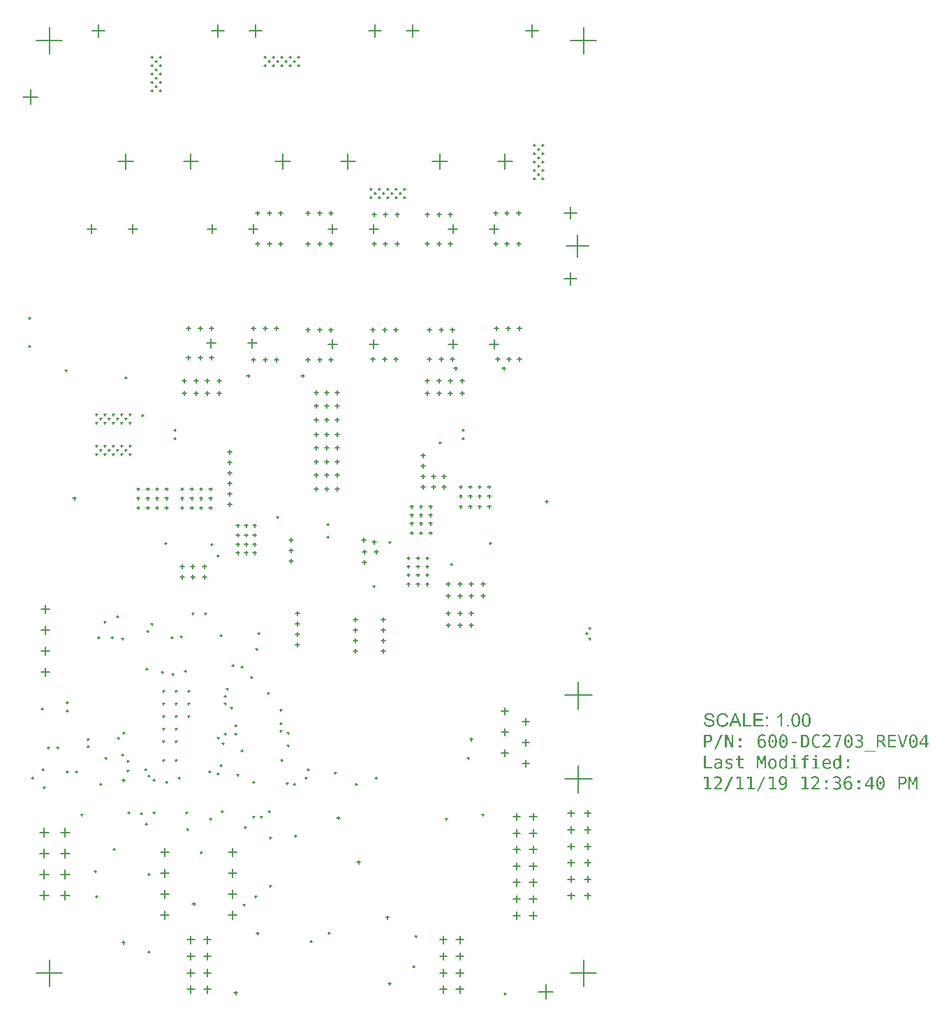
<source format=gbr>
%TF.GenerationSoftware,Altium Limited,Altium Designer,20.0.9 (164)*%
G04 Layer_Color=128*
%FSLAX26Y26*%
%MOIN*%
%TF.FileFunction,Drillmap*%
%TF.Part,Single*%
G01*
G75*
%TA.AperFunction,NonConductor*%
%ADD141C,0.005000*%
G36*
X3993056Y1113594D02*
X3993913Y1113498D01*
X3994960Y1113403D01*
X3997245Y1113022D01*
X3997435D01*
X3997816Y1112927D01*
X3998387Y1112737D01*
X3999149Y1112546D01*
X4000101Y1112261D01*
X4001148Y1111975D01*
X4003338Y1111214D01*
Y1103407D01*
X4003242Y1103502D01*
X4002862Y1103693D01*
X4002290Y1103978D01*
X4001624Y1104264D01*
X4000767Y1104645D01*
X3999815Y1105026D01*
X3997626Y1105692D01*
X3997530D01*
X3997150Y1105787D01*
X3996483Y1105978D01*
X3995722Y1106168D01*
X3994865Y1106263D01*
X3993818Y1106454D01*
X3991438Y1106549D01*
X3990676D01*
X3990105Y1106454D01*
X3989438Y1106358D01*
X3988677Y1106263D01*
X3986963Y1105787D01*
X3984964Y1105026D01*
X3983917Y1104550D01*
X3982965Y1103978D01*
X3981918Y1103312D01*
X3980966Y1102455D01*
X3980109Y1101503D01*
X3979252Y1100456D01*
Y1100361D01*
X3979062Y1100170D01*
X3978871Y1099790D01*
X3978586Y1099314D01*
X3978300Y1098647D01*
X3977919Y1097886D01*
X3977634Y1097029D01*
X3977253Y1095982D01*
X3976872Y1094744D01*
X3976491Y1093411D01*
X3976110Y1091983D01*
X3975825Y1090365D01*
X3975539Y1088556D01*
X3975349Y1086747D01*
X3975254Y1084748D01*
X3975163Y1082658D01*
X3975254Y1082749D01*
X3975539Y1083225D01*
X3976015Y1083986D01*
X3976586Y1084938D01*
X3977348Y1085986D01*
X3978300Y1087033D01*
X3979442Y1088080D01*
X3980680Y1089032D01*
X3980870Y1089127D01*
X3981346Y1089413D01*
X3982108Y1089794D01*
X3983060Y1090174D01*
X3984298Y1090555D01*
X3985630Y1090936D01*
X3987249Y1091222D01*
X3988867Y1091317D01*
X3989724D01*
X3990390Y1091222D01*
X3991152Y1091126D01*
X3992009Y1091031D01*
X3992961Y1090841D01*
X3994008Y1090650D01*
X3996293Y1089984D01*
X3997435Y1089508D01*
X3998578Y1088937D01*
X3999720Y1088270D01*
X4000862Y1087604D01*
X4001910Y1086652D01*
X4002862Y1085700D01*
X4002957Y1085605D01*
X4003052Y1085414D01*
X4003338Y1085129D01*
X4003623Y1084653D01*
X4004004Y1084082D01*
X4004480Y1083415D01*
X4004956Y1082558D01*
X4005432Y1081702D01*
X4005813Y1080654D01*
X4006289Y1079417D01*
X4006765Y1078179D01*
X4007146Y1076751D01*
X4007431Y1075228D01*
X4007717Y1073610D01*
X4007812Y1071896D01*
X4007907Y1069992D01*
Y1069897D01*
Y1069516D01*
Y1069040D01*
X4007812Y1068374D01*
X4007717Y1067517D01*
X4007622Y1066470D01*
X4007526Y1065422D01*
X4007241Y1064280D01*
X4006670Y1061710D01*
X4005718Y1059139D01*
X4005146Y1057806D01*
X4004480Y1056569D01*
X4003718Y1055426D01*
X4002766Y1054284D01*
X4002671Y1054189D01*
X4002576Y1054094D01*
X4002195Y1053808D01*
X4001814Y1053427D01*
X4001338Y1053046D01*
X4000672Y1052570D01*
X3999910Y1051999D01*
X3999054Y1051523D01*
X3998102Y1051047D01*
X3996959Y1050476D01*
X3995817Y1050000D01*
X3994579Y1049619D01*
X3993151Y1049238D01*
X3991628Y1049048D01*
X3990105Y1048858D01*
X3988391Y1048762D01*
X3987915D01*
X3987344Y1048858D01*
X3986582D01*
X3985726Y1049048D01*
X3984678Y1049143D01*
X3983536Y1049429D01*
X3982298Y1049714D01*
X3980966Y1050190D01*
X3979633Y1050666D01*
X3978300Y1051333D01*
X3977062Y1052094D01*
X3975730Y1052951D01*
X3974492Y1053998D01*
X3973445Y1055236D01*
X3972398Y1056569D01*
X3972302Y1056664D01*
X3972207Y1056950D01*
X3971922Y1057426D01*
X3971636Y1058092D01*
X3971255Y1058854D01*
X3970779Y1059901D01*
X3970303Y1061138D01*
X3969922Y1062566D01*
X3969446Y1064185D01*
X3968970Y1065994D01*
X3968494Y1067993D01*
X3968114Y1070182D01*
X3967828Y1072658D01*
X3967542Y1075228D01*
X3967447Y1078084D01*
X3967352Y1081130D01*
Y1081321D01*
Y1081797D01*
Y1082654D01*
X3967447Y1083701D01*
X3967542Y1085034D01*
X3967638Y1086557D01*
X3967828Y1088270D01*
X3968114Y1090079D01*
X3968399Y1092078D01*
X3968875Y1093982D01*
X3969351Y1096077D01*
X3969922Y1098076D01*
X3970589Y1099980D01*
X3971446Y1101884D01*
X3972398Y1103693D01*
X3973445Y1105311D01*
X3973540Y1105406D01*
X3973730Y1105692D01*
X3974111Y1106073D01*
X3974587Y1106644D01*
X3975254Y1107215D01*
X3976015Y1107977D01*
X3976872Y1108738D01*
X3977919Y1109500D01*
X3979157Y1110262D01*
X3980394Y1111023D01*
X3981918Y1111785D01*
X3983441Y1112356D01*
X3985154Y1112927D01*
X3986963Y1113308D01*
X3988962Y1113594D01*
X3991057Y1113689D01*
X3992199D01*
X3993056Y1113594D01*
D02*
G37*
G36*
X4044464Y1081892D02*
X4033897D01*
Y1094554D01*
X4044464D01*
Y1081892D01*
D02*
G37*
G36*
X3889383D02*
X3878816D01*
Y1094554D01*
X3889383D01*
Y1081892D01*
D02*
G37*
G36*
X4319878Y1050000D02*
X4312071D01*
Y1105311D01*
X4300838Y1072277D01*
X4294459D01*
X4283321Y1105311D01*
Y1050000D01*
X4275514D01*
Y1112642D01*
X4286748D01*
X4297601Y1080654D01*
X4308549Y1112642D01*
X4319878D01*
Y1050000D01*
D02*
G37*
G36*
X3935174Y1113594D02*
X3935936D01*
X3936793Y1113403D01*
X3937840Y1113308D01*
X3938887Y1113118D01*
X3941267Y1112546D01*
X3943742Y1111690D01*
X3944885Y1111214D01*
X3946122Y1110547D01*
X3947265Y1109881D01*
X3948312Y1109024D01*
X3948407Y1108929D01*
X3948598Y1108834D01*
X3948788Y1108548D01*
X3949169Y1108167D01*
X3949550Y1107691D01*
X3950026Y1107215D01*
X3951073Y1105787D01*
X3952120Y1104074D01*
X3952977Y1101979D01*
X3953358Y1100837D01*
X3953643Y1099599D01*
X3953738Y1098266D01*
X3953834Y1096934D01*
Y1096838D01*
Y1096743D01*
Y1096458D01*
Y1096077D01*
X3953643Y1095125D01*
X3953453Y1093887D01*
X3953072Y1092554D01*
X3952596Y1091126D01*
X3951834Y1089698D01*
X3950882Y1088270D01*
X3950787Y1088080D01*
X3950311Y1087699D01*
X3949740Y1087128D01*
X3948788Y1086366D01*
X3947646Y1085605D01*
X3946218Y1084748D01*
X3944504Y1084082D01*
X3942600Y1083415D01*
X3942695D01*
X3942886Y1083320D01*
X3943171Y1083225D01*
X3943647Y1083130D01*
X3944694Y1082654D01*
X3946027Y1082082D01*
X3947550Y1081321D01*
X3949074Y1080274D01*
X3950597Y1079036D01*
X3951930Y1077608D01*
X3952120Y1077418D01*
X3952501Y1076846D01*
X3952977Y1075990D01*
X3953643Y1074752D01*
X3954214Y1073324D01*
X3954786Y1071515D01*
X3955166Y1069516D01*
X3955262Y1067231D01*
Y1067136D01*
Y1066850D01*
Y1066374D01*
X3955166Y1065803D01*
X3955071Y1065042D01*
X3954976Y1064185D01*
X3954500Y1062281D01*
X3953834Y1060091D01*
X3953358Y1058949D01*
X3952786Y1057806D01*
X3952120Y1056759D01*
X3951263Y1055617D01*
X3950406Y1054570D01*
X3949359Y1053618D01*
X3949264Y1053522D01*
X3949074Y1053427D01*
X3948788Y1053142D01*
X3948312Y1052856D01*
X3947741Y1052475D01*
X3946979Y1052094D01*
X3946122Y1051618D01*
X3945170Y1051238D01*
X3944123Y1050762D01*
X3942886Y1050286D01*
X3941553Y1049905D01*
X3940125Y1049524D01*
X3938602Y1049238D01*
X3936983Y1048953D01*
X3935270Y1048858D01*
X3933366Y1048762D01*
X3931747D01*
X3930605Y1048858D01*
X3929272Y1048953D01*
X3927749Y1049048D01*
X3926226Y1049238D01*
X3924512Y1049524D01*
X3924322D01*
X3923750Y1049714D01*
X3922894Y1049810D01*
X3921751Y1050095D01*
X3920418Y1050476D01*
X3918895Y1050857D01*
X3915754Y1051904D01*
Y1060377D01*
X3915849D01*
X3915944Y1060282D01*
X3916515Y1059996D01*
X3917277Y1059615D01*
X3918419Y1059139D01*
X3919657Y1058568D01*
X3921085Y1057997D01*
X3922608Y1057426D01*
X3924131Y1056950D01*
X3924322D01*
X3924893Y1056759D01*
X3925654Y1056664D01*
X3926702Y1056474D01*
X3928034Y1056283D01*
X3929367Y1056093D01*
X3930890Y1055998D01*
X3932414Y1055902D01*
X3933080D01*
X3933556Y1055998D01*
X3934127D01*
X3934794Y1056093D01*
X3936317Y1056283D01*
X3938030Y1056664D01*
X3939839Y1057235D01*
X3941553Y1057997D01*
X3943076Y1059044D01*
X3943266Y1059234D01*
X3943647Y1059615D01*
X3944314Y1060377D01*
X3944980Y1061329D01*
X3945646Y1062662D01*
X3946313Y1064185D01*
X3946694Y1065994D01*
X3946884Y1068088D01*
Y1068183D01*
Y1068374D01*
Y1068659D01*
X3946789Y1068945D01*
X3946694Y1069992D01*
X3946408Y1071230D01*
X3945932Y1072562D01*
X3945266Y1073990D01*
X3944314Y1075418D01*
X3943076Y1076751D01*
X3942886Y1076846D01*
X3942410Y1077227D01*
X3941553Y1077798D01*
X3940410Y1078370D01*
X3938982Y1078941D01*
X3937269Y1079512D01*
X3935270Y1079893D01*
X3932985Y1079988D01*
X3926606D01*
Y1086938D01*
X3933937D01*
X3934984Y1087033D01*
X3936317Y1087223D01*
X3937840Y1087509D01*
X3939363Y1087985D01*
X3940791Y1088556D01*
X3942124Y1089413D01*
X3942314Y1089508D01*
X3942695Y1089889D01*
X3943171Y1090460D01*
X3943838Y1091317D01*
X3944409Y1092269D01*
X3944980Y1093506D01*
X3945361Y1094934D01*
X3945456Y1096553D01*
Y1096648D01*
Y1096743D01*
Y1097314D01*
X3945266Y1098171D01*
X3945075Y1099218D01*
X3944694Y1100456D01*
X3944218Y1101694D01*
X3943457Y1102836D01*
X3942410Y1103883D01*
X3942314Y1103978D01*
X3941838Y1104264D01*
X3941172Y1104740D01*
X3940220Y1105216D01*
X3938982Y1105692D01*
X3937459Y1106168D01*
X3935650Y1106454D01*
X3933651Y1106549D01*
X3932223D01*
X3931271Y1106454D01*
X3930129Y1106358D01*
X3928796Y1106168D01*
X3927463Y1105978D01*
X3925940Y1105692D01*
X3925750D01*
X3925274Y1105502D01*
X3924417Y1105311D01*
X3923370Y1105026D01*
X3922132Y1104740D01*
X3920799Y1104264D01*
X3919276Y1103788D01*
X3917658Y1103217D01*
Y1111023D01*
X3917753D01*
X3917848Y1111118D01*
X3918134D01*
X3918514Y1111214D01*
X3919466Y1111499D01*
X3920704Y1111785D01*
X3922037Y1112070D01*
X3923560Y1112451D01*
X3925083Y1112737D01*
X3926606Y1113022D01*
X3926797D01*
X3927273Y1113118D01*
X3928034Y1113213D01*
X3928986Y1113403D01*
X3930129Y1113498D01*
X3931271Y1113594D01*
X3933651Y1113689D01*
X3934508D01*
X3935174Y1113594D01*
D02*
G37*
G36*
X3677373D02*
X3678134D01*
X3678991Y1113403D01*
X3680038Y1113308D01*
X3681181Y1113022D01*
X3682418Y1112737D01*
X3683751Y1112261D01*
X3685084Y1111785D01*
X3686417Y1111118D01*
X3687654Y1110357D01*
X3688987Y1109500D01*
X3690225Y1108358D01*
X3691272Y1107215D01*
X3692319Y1105787D01*
X3692414Y1105692D01*
X3692510Y1105406D01*
X3692795Y1104930D01*
X3693081Y1104264D01*
X3693557Y1103502D01*
X3693938Y1102455D01*
X3694414Y1101218D01*
X3694890Y1099790D01*
X3695366Y1098171D01*
X3695842Y1096362D01*
X3696318Y1094363D01*
X3696698Y1092078D01*
X3696984Y1089698D01*
X3697270Y1087033D01*
X3697365Y1084177D01*
X3697460Y1081130D01*
Y1080940D01*
Y1080464D01*
Y1079607D01*
X3697365Y1078560D01*
X3697270Y1077227D01*
X3697174Y1075704D01*
X3696984Y1073990D01*
X3696698Y1072182D01*
X3696318Y1070278D01*
X3695937Y1068278D01*
X3695461Y1066279D01*
X3694890Y1064280D01*
X3694128Y1062376D01*
X3693271Y1060472D01*
X3692319Y1058663D01*
X3691272Y1057045D01*
X3691177Y1056950D01*
X3690986Y1056664D01*
X3690606Y1056283D01*
X3690130Y1055712D01*
X3689463Y1055141D01*
X3688702Y1054474D01*
X3687845Y1053713D01*
X3686798Y1052951D01*
X3685560Y1052094D01*
X3684227Y1051428D01*
X3682799Y1050666D01*
X3681276Y1050095D01*
X3679467Y1049524D01*
X3677658Y1049143D01*
X3675659Y1048858D01*
X3673565Y1048762D01*
X3672422D01*
X3671661Y1048858D01*
X3670709Y1048953D01*
X3669662Y1049048D01*
X3667377Y1049429D01*
X3667282D01*
X3666901Y1049524D01*
X3666234Y1049714D01*
X3665473Y1049905D01*
X3664616Y1050095D01*
X3663569Y1050476D01*
X3661474Y1051238D01*
Y1059044D01*
X3661570Y1058949D01*
X3661950Y1058758D01*
X3662426Y1058473D01*
X3663093Y1058187D01*
X3663950Y1057711D01*
X3664902Y1057330D01*
X3666996Y1056664D01*
X3667091D01*
X3667567Y1056569D01*
X3668138Y1056474D01*
X3668900Y1056283D01*
X3669852Y1056188D01*
X3670899Y1055998D01*
X3673279Y1055902D01*
X3674041D01*
X3674612Y1055998D01*
X3675278Y1056093D01*
X3676040Y1056188D01*
X3677849Y1056664D01*
X3679848Y1057330D01*
X3680800Y1057902D01*
X3681847Y1058473D01*
X3682799Y1059139D01*
X3683751Y1059901D01*
X3684703Y1060853D01*
X3685465Y1061900D01*
X3685560Y1061995D01*
X3685655Y1062186D01*
X3685846Y1062566D01*
X3686131Y1063042D01*
X3686417Y1063709D01*
X3686798Y1064470D01*
X3687178Y1065327D01*
X3687559Y1066470D01*
X3687940Y1067612D01*
X3688321Y1068945D01*
X3688702Y1070373D01*
X3688987Y1071991D01*
X3689273Y1073800D01*
X3689463Y1075609D01*
X3689654Y1077608D01*
Y1079798D01*
X3689558Y1079607D01*
X3689273Y1079131D01*
X3688797Y1078370D01*
X3688226Y1077418D01*
X3687369Y1076370D01*
X3686417Y1075323D01*
X3685274Y1074276D01*
X3684037Y1073324D01*
X3683846Y1073229D01*
X3683370Y1072943D01*
X3682704Y1072658D01*
X3681657Y1072277D01*
X3680514Y1071801D01*
X3679086Y1071515D01*
X3677563Y1071230D01*
X3675850Y1071134D01*
X3674993D01*
X3674326Y1071230D01*
X3673565Y1071325D01*
X3672708Y1071420D01*
X3671756Y1071610D01*
X3670709Y1071801D01*
X3668424Y1072467D01*
X3667282Y1072943D01*
X3666139Y1073514D01*
X3664997Y1074086D01*
X3663854Y1074847D01*
X3662807Y1075704D01*
X3661855Y1076656D01*
X3661760Y1076751D01*
X3661665Y1076942D01*
X3661379Y1077227D01*
X3661094Y1077703D01*
X3660713Y1078274D01*
X3660332Y1078941D01*
X3659856Y1079798D01*
X3659380Y1080750D01*
X3658904Y1081797D01*
X3658428Y1082939D01*
X3658047Y1084272D01*
X3657666Y1085700D01*
X3657381Y1087223D01*
X3657095Y1088842D01*
X3657000Y1090650D01*
X3656905Y1092459D01*
Y1092554D01*
Y1092935D01*
Y1093411D01*
X3657000Y1094173D01*
X3657095Y1094934D01*
X3657190Y1095982D01*
X3657286Y1097029D01*
X3657571Y1098171D01*
X3658142Y1100742D01*
X3658999Y1103312D01*
X3659570Y1104550D01*
X3660332Y1105787D01*
X3661094Y1107025D01*
X3661950Y1108072D01*
X3662046Y1108167D01*
X3662236Y1108358D01*
X3662522Y1108548D01*
X3662902Y1108929D01*
X3663474Y1109405D01*
X3664045Y1109881D01*
X3664806Y1110357D01*
X3665663Y1110928D01*
X3666615Y1111404D01*
X3667758Y1111880D01*
X3668900Y1112356D01*
X3670233Y1112832D01*
X3671566Y1113213D01*
X3673089Y1113403D01*
X3674612Y1113594D01*
X3676326Y1113689D01*
X3676802D01*
X3677373Y1113594D01*
D02*
G37*
G36*
X4248478Y1112546D02*
X4249334D01*
X4250382Y1112356D01*
X4251524Y1112261D01*
X4252666Y1112070D01*
X4255237Y1111499D01*
X4257902Y1110642D01*
X4259140Y1110071D01*
X4260378Y1109500D01*
X4261615Y1108738D01*
X4262662Y1107882D01*
X4262758Y1107786D01*
X4262853Y1107691D01*
X4263138Y1107406D01*
X4263519Y1107025D01*
X4263900Y1106454D01*
X4264376Y1105882D01*
X4264852Y1105216D01*
X4265423Y1104359D01*
X4265899Y1103407D01*
X4266375Y1102360D01*
X4266851Y1101218D01*
X4267232Y1099980D01*
X4267613Y1098647D01*
X4267898Y1097124D01*
X4267994Y1095601D01*
X4268089Y1093887D01*
Y1093792D01*
Y1093506D01*
Y1093030D01*
X4267994Y1092364D01*
X4267898Y1091602D01*
X4267803Y1090746D01*
X4267613Y1089698D01*
X4267422Y1088651D01*
X4266756Y1086462D01*
X4266375Y1085224D01*
X4265804Y1084082D01*
X4265138Y1082939D01*
X4264471Y1081892D01*
X4263614Y1080845D01*
X4262662Y1079893D01*
X4262567Y1079798D01*
X4262377Y1079702D01*
X4262091Y1079512D01*
X4261615Y1079131D01*
X4261044Y1078846D01*
X4260378Y1078465D01*
X4259616Y1077989D01*
X4258664Y1077608D01*
X4257617Y1077132D01*
X4256379Y1076751D01*
X4255142Y1076275D01*
X4253714Y1075990D01*
X4252095Y1075704D01*
X4250477Y1075418D01*
X4248668Y1075323D01*
X4246764Y1075228D01*
X4236958D01*
Y1050000D01*
X4228486D01*
Y1112642D01*
X4247811D01*
X4248478Y1112546D01*
D02*
G37*
G36*
X4104345Y1071801D02*
X4112722D01*
Y1064946D01*
X4104345D01*
Y1050000D01*
X4095872D01*
Y1064946D01*
X4069406D01*
Y1072943D01*
X4094539Y1112642D01*
X4104345D01*
Y1071801D01*
D02*
G37*
G36*
X4044464Y1050000D02*
X4033897D01*
Y1062757D01*
X4044464D01*
Y1050000D01*
D02*
G37*
G36*
X3889383D02*
X3878816D01*
Y1062757D01*
X3889383D01*
Y1050000D01*
D02*
G37*
G36*
X3831692Y1113594D02*
X3832454Y1113498D01*
X3833406Y1113403D01*
X3834358Y1113308D01*
X3835500Y1113118D01*
X3837880Y1112451D01*
X3840355Y1111594D01*
X3841593Y1111023D01*
X3842735Y1110357D01*
X3843973Y1109595D01*
X3845020Y1108738D01*
X3845115Y1108643D01*
X3845306Y1108548D01*
X3845496Y1108262D01*
X3845877Y1107882D01*
X3846353Y1107406D01*
X3846829Y1106834D01*
X3847305Y1106073D01*
X3847876Y1105311D01*
X3848828Y1103502D01*
X3849780Y1101313D01*
X3850161Y1100075D01*
X3850351Y1098838D01*
X3850542Y1097410D01*
X3850637Y1095982D01*
Y1095791D01*
Y1095315D01*
X3850542Y1094458D01*
X3850446Y1093506D01*
X3850161Y1092269D01*
X3849875Y1090841D01*
X3849399Y1089413D01*
X3848733Y1087890D01*
X3848638Y1087699D01*
X3848352Y1087223D01*
X3847876Y1086366D01*
X3847305Y1085319D01*
X3846448Y1083986D01*
X3845401Y1082463D01*
X3844068Y1080845D01*
X3842640Y1079036D01*
X3842545Y1078941D01*
X3842259Y1078560D01*
X3841688Y1077894D01*
X3840926Y1077037D01*
X3839974Y1075990D01*
X3838832Y1074657D01*
X3837499Y1073134D01*
X3835881Y1071420D01*
X3835786Y1071325D01*
X3835690Y1071230D01*
X3835405Y1070944D01*
X3835024Y1070563D01*
X3834548Y1069992D01*
X3833977Y1069421D01*
X3833310Y1068659D01*
X3832549Y1067898D01*
X3831597Y1066946D01*
X3830550Y1065803D01*
X3829502Y1064661D01*
X3828265Y1063423D01*
X3826932Y1061995D01*
X3825504Y1060472D01*
X3823886Y1058854D01*
X3822267Y1057140D01*
X3851018D01*
Y1050000D01*
X3813033D01*
Y1057140D01*
X3813128Y1057235D01*
X3813414Y1057521D01*
X3813794Y1057902D01*
X3814366Y1058568D01*
X3815032Y1059234D01*
X3815794Y1060091D01*
X3816650Y1061043D01*
X3817698Y1061995D01*
X3819792Y1064280D01*
X3822077Y1066660D01*
X3824362Y1069230D01*
X3826646Y1071610D01*
X3826742Y1071706D01*
X3826932Y1071896D01*
X3827218Y1072182D01*
X3827598Y1072658D01*
X3828646Y1073800D01*
X3829883Y1075133D01*
X3831216Y1076561D01*
X3832549Y1078084D01*
X3833786Y1079417D01*
X3834834Y1080559D01*
X3834929Y1080654D01*
X3835024Y1080750D01*
X3835214Y1081035D01*
X3835500Y1081416D01*
X3836262Y1082368D01*
X3837118Y1083510D01*
X3838070Y1084843D01*
X3838927Y1086271D01*
X3839784Y1087604D01*
X3840450Y1088842D01*
X3840546Y1089032D01*
X3840736Y1089413D01*
X3840926Y1089984D01*
X3841212Y1090841D01*
X3841498Y1091793D01*
X3841783Y1092935D01*
X3841878Y1094078D01*
X3841974Y1095315D01*
Y1095410D01*
Y1095506D01*
Y1095791D01*
Y1096172D01*
X3841783Y1097124D01*
X3841593Y1098266D01*
X3841212Y1099599D01*
X3840641Y1101027D01*
X3839879Y1102265D01*
X3838832Y1103502D01*
X3838737Y1103598D01*
X3838261Y1103978D01*
X3837594Y1104454D01*
X3836642Y1105026D01*
X3835405Y1105597D01*
X3833977Y1106073D01*
X3832263Y1106454D01*
X3830359Y1106549D01*
X3829693D01*
X3828931Y1106454D01*
X3827979Y1106358D01*
X3826742Y1106168D01*
X3825409Y1105978D01*
X3823886Y1105597D01*
X3822362Y1105121D01*
X3822172Y1105026D01*
X3821601Y1104835D01*
X3820839Y1104550D01*
X3819697Y1104074D01*
X3818364Y1103502D01*
X3816841Y1102741D01*
X3815222Y1101884D01*
X3813509Y1100932D01*
Y1109500D01*
X3813604D01*
X3813699Y1109595D01*
X3814270Y1109786D01*
X3815127Y1110166D01*
X3816174Y1110642D01*
X3817507Y1111118D01*
X3818935Y1111594D01*
X3821982Y1112546D01*
X3822077D01*
X3822172Y1112642D01*
X3822743Y1112737D01*
X3823505Y1112927D01*
X3824552Y1113118D01*
X3825790Y1113308D01*
X3827218Y1113498D01*
X3828646Y1113689D01*
X3831026D01*
X3831692Y1113594D01*
D02*
G37*
G36*
X3787805Y1057140D02*
X3800847D01*
Y1050000D01*
X3766290D01*
Y1057140D01*
X3779427D01*
Y1105026D01*
X3765242Y1101789D01*
Y1109500D01*
X3779332Y1112642D01*
X3787805D01*
Y1057140D01*
D02*
G37*
G36*
X3632724D02*
X3645766D01*
Y1050000D01*
X3611209D01*
Y1057140D01*
X3624346D01*
Y1105026D01*
X3610162Y1101789D01*
Y1109500D01*
X3624251Y1112642D01*
X3632724D01*
Y1057140D01*
D02*
G37*
G36*
X3529337D02*
X3542379D01*
Y1050000D01*
X3507822D01*
Y1057140D01*
X3520959D01*
Y1105026D01*
X3506774Y1101789D01*
Y1109500D01*
X3520864Y1112642D01*
X3529337D01*
Y1057140D01*
D02*
G37*
G36*
X3477643D02*
X3490686D01*
Y1050000D01*
X3456128D01*
Y1057140D01*
X3469266D01*
Y1105026D01*
X3455081Y1101789D01*
Y1109500D01*
X3469170Y1112642D01*
X3477643D01*
Y1057140D01*
D02*
G37*
G36*
X3366450Y1113594D02*
X3367211Y1113498D01*
X3368163Y1113403D01*
X3369115Y1113308D01*
X3370258Y1113118D01*
X3372638Y1112451D01*
X3375113Y1111594D01*
X3376350Y1111023D01*
X3377493Y1110357D01*
X3378730Y1109595D01*
X3379778Y1108738D01*
X3379873Y1108643D01*
X3380063Y1108548D01*
X3380254Y1108262D01*
X3380634Y1107882D01*
X3381110Y1107406D01*
X3381586Y1106834D01*
X3382062Y1106073D01*
X3382634Y1105311D01*
X3383586Y1103502D01*
X3384538Y1101313D01*
X3384918Y1100075D01*
X3385109Y1098838D01*
X3385299Y1097410D01*
X3385394Y1095982D01*
Y1095791D01*
Y1095315D01*
X3385299Y1094458D01*
X3385204Y1093506D01*
X3384918Y1092269D01*
X3384633Y1090841D01*
X3384157Y1089413D01*
X3383490Y1087890D01*
X3383395Y1087699D01*
X3383110Y1087223D01*
X3382634Y1086366D01*
X3382062Y1085319D01*
X3381206Y1083986D01*
X3380158Y1082463D01*
X3378826Y1080845D01*
X3377398Y1079036D01*
X3377302Y1078941D01*
X3377017Y1078560D01*
X3376446Y1077894D01*
X3375684Y1077037D01*
X3374732Y1075990D01*
X3373590Y1074657D01*
X3372257Y1073134D01*
X3370638Y1071420D01*
X3370543Y1071325D01*
X3370448Y1071230D01*
X3370162Y1070944D01*
X3369782Y1070563D01*
X3369306Y1069992D01*
X3368734Y1069421D01*
X3368068Y1068659D01*
X3367306Y1067898D01*
X3366354Y1066946D01*
X3365307Y1065803D01*
X3364260Y1064661D01*
X3363022Y1063423D01*
X3361690Y1061995D01*
X3360262Y1060472D01*
X3358643Y1058854D01*
X3357025Y1057140D01*
X3385775D01*
Y1050000D01*
X3347790D01*
Y1057140D01*
X3347886Y1057235D01*
X3348171Y1057521D01*
X3348552Y1057902D01*
X3349123Y1058568D01*
X3349790Y1059234D01*
X3350551Y1060091D01*
X3351408Y1061043D01*
X3352455Y1061995D01*
X3354550Y1064280D01*
X3356834Y1066660D01*
X3359119Y1069230D01*
X3361404Y1071610D01*
X3361499Y1071706D01*
X3361690Y1071896D01*
X3361975Y1072182D01*
X3362356Y1072658D01*
X3363403Y1073800D01*
X3364641Y1075133D01*
X3365974Y1076561D01*
X3367306Y1078084D01*
X3368544Y1079417D01*
X3369591Y1080559D01*
X3369686Y1080654D01*
X3369782Y1080750D01*
X3369972Y1081035D01*
X3370258Y1081416D01*
X3371019Y1082368D01*
X3371876Y1083510D01*
X3372828Y1084843D01*
X3373685Y1086271D01*
X3374542Y1087604D01*
X3375208Y1088842D01*
X3375303Y1089032D01*
X3375494Y1089413D01*
X3375684Y1089984D01*
X3375970Y1090841D01*
X3376255Y1091793D01*
X3376541Y1092935D01*
X3376636Y1094078D01*
X3376731Y1095315D01*
Y1095410D01*
Y1095506D01*
Y1095791D01*
Y1096172D01*
X3376541Y1097124D01*
X3376350Y1098266D01*
X3375970Y1099599D01*
X3375398Y1101027D01*
X3374637Y1102265D01*
X3373590Y1103502D01*
X3373494Y1103598D01*
X3373018Y1103978D01*
X3372352Y1104454D01*
X3371400Y1105026D01*
X3370162Y1105597D01*
X3368734Y1106073D01*
X3367021Y1106454D01*
X3365117Y1106549D01*
X3364450D01*
X3363689Y1106454D01*
X3362737Y1106358D01*
X3361499Y1106168D01*
X3360166Y1105978D01*
X3358643Y1105597D01*
X3357120Y1105121D01*
X3356930Y1105026D01*
X3356358Y1104835D01*
X3355597Y1104550D01*
X3354454Y1104074D01*
X3353122Y1103502D01*
X3351598Y1102741D01*
X3349980Y1101884D01*
X3348266Y1100932D01*
Y1109500D01*
X3348362D01*
X3348457Y1109595D01*
X3349028Y1109786D01*
X3349885Y1110166D01*
X3350932Y1110642D01*
X3352265Y1111118D01*
X3353693Y1111594D01*
X3356739Y1112546D01*
X3356834D01*
X3356930Y1112642D01*
X3357501Y1112737D01*
X3358262Y1112927D01*
X3359310Y1113118D01*
X3360547Y1113308D01*
X3361975Y1113498D01*
X3363403Y1113689D01*
X3365783D01*
X3366450Y1113594D01*
D02*
G37*
G36*
X3322562Y1057140D02*
X3335605D01*
Y1050000D01*
X3301047D01*
Y1057140D01*
X3314185D01*
Y1105026D01*
X3300000Y1101789D01*
Y1109500D01*
X3314090Y1112642D01*
X3322562D01*
Y1057140D01*
D02*
G37*
G36*
X4143567Y1113594D02*
X4144234D01*
X4145090Y1113403D01*
X4146042Y1113213D01*
X4147185Y1113022D01*
X4148327Y1112642D01*
X4149565Y1112261D01*
X4150802Y1111690D01*
X4152040Y1111023D01*
X4153278Y1110166D01*
X4154515Y1109214D01*
X4155753Y1108167D01*
X4156800Y1106834D01*
X4157847Y1105406D01*
X4157942Y1105311D01*
X4158038Y1105026D01*
X4158323Y1104550D01*
X4158609Y1103883D01*
X4159085Y1103026D01*
X4159466Y1101979D01*
X4159942Y1100742D01*
X4160418Y1099314D01*
X4160894Y1097695D01*
X4161370Y1095886D01*
X4161846Y1093887D01*
X4162226Y1091698D01*
X4162512Y1089318D01*
X4162798Y1086842D01*
X4162893Y1084082D01*
X4162988Y1081130D01*
Y1080940D01*
Y1080464D01*
Y1079607D01*
X4162893Y1078465D01*
X4162798Y1077132D01*
X4162702Y1075609D01*
X4162607Y1073895D01*
X4162322Y1072086D01*
X4162036Y1070182D01*
X4161750Y1068183D01*
X4160798Y1064185D01*
X4160227Y1062186D01*
X4159561Y1060377D01*
X4158799Y1058568D01*
X4157847Y1056950D01*
X4157752Y1056854D01*
X4157657Y1056569D01*
X4157276Y1056188D01*
X4156895Y1055712D01*
X4156324Y1055046D01*
X4155658Y1054379D01*
X4154896Y1053618D01*
X4154039Y1052856D01*
X4152992Y1052094D01*
X4151850Y1051333D01*
X4150612Y1050666D01*
X4149279Y1050000D01*
X4147756Y1049524D01*
X4146138Y1049143D01*
X4144424Y1048858D01*
X4142615Y1048762D01*
X4142139D01*
X4141663Y1048858D01*
X4140997D01*
X4140140Y1049048D01*
X4139188Y1049238D01*
X4138141Y1049429D01*
X4136998Y1049810D01*
X4135761Y1050190D01*
X4134523Y1050762D01*
X4133286Y1051428D01*
X4132048Y1052190D01*
X4130810Y1053142D01*
X4129573Y1054284D01*
X4128526Y1055522D01*
X4127478Y1056950D01*
X4127383Y1057045D01*
X4127288Y1057330D01*
X4127002Y1057806D01*
X4126717Y1058473D01*
X4126336Y1059330D01*
X4125860Y1060377D01*
X4125384Y1061614D01*
X4125003Y1063042D01*
X4124527Y1064661D01*
X4124051Y1066470D01*
X4123575Y1068469D01*
X4123194Y1070563D01*
X4122909Y1072943D01*
X4122623Y1075514D01*
X4122528Y1078179D01*
X4122433Y1081130D01*
Y1081321D01*
Y1081797D01*
Y1082654D01*
X4122528Y1083796D01*
X4122623Y1085129D01*
X4122718Y1086652D01*
X4122814Y1088366D01*
X4123099Y1090174D01*
X4123290Y1092174D01*
X4123670Y1094173D01*
X4124527Y1098171D01*
X4125098Y1100170D01*
X4125860Y1101979D01*
X4126622Y1103788D01*
X4127478Y1105406D01*
X4127574Y1105502D01*
X4127764Y1105787D01*
X4128050Y1106168D01*
X4128430Y1106739D01*
X4129002Y1107310D01*
X4129668Y1108072D01*
X4130430Y1108738D01*
X4131286Y1109595D01*
X4132334Y1110357D01*
X4133476Y1111118D01*
X4134714Y1111785D01*
X4136046Y1112356D01*
X4137474Y1112927D01*
X4139093Y1113308D01*
X4140806Y1113594D01*
X4142615Y1113689D01*
X4143091D01*
X4143567Y1113594D01*
D02*
G37*
G36*
X3560467Y1042098D02*
X3552470D01*
X3585505Y1112642D01*
X3593502D01*
X3560467Y1042098D01*
D02*
G37*
G36*
X3405386D02*
X3397390D01*
X3430424Y1112642D01*
X3438421D01*
X3405386Y1042098D01*
D02*
G37*
G36*
X3838356Y1205406D02*
X3830645D01*
Y1215212D01*
X3838356D01*
Y1205406D01*
D02*
G37*
G36*
X3734969D02*
X3727258D01*
Y1215212D01*
X3734969D01*
Y1205406D01*
D02*
G37*
G36*
X3954976Y1150000D02*
X3947265D01*
Y1155902D01*
X3947170Y1155712D01*
X3946884Y1155331D01*
X3946503Y1154665D01*
X3945837Y1153903D01*
X3945075Y1153046D01*
X3944218Y1152190D01*
X3943171Y1151333D01*
X3942029Y1150571D01*
X3941934Y1150476D01*
X3941458Y1150286D01*
X3940791Y1150000D01*
X3939934Y1149714D01*
X3938887Y1149334D01*
X3937650Y1149048D01*
X3936222Y1148858D01*
X3934698Y1148762D01*
X3933842D01*
X3933270Y1148858D01*
X3932604Y1148953D01*
X3931747Y1149143D01*
X3929843Y1149619D01*
X3928796Y1149905D01*
X3927654Y1150381D01*
X3926511Y1150857D01*
X3925464Y1151523D01*
X3924322Y1152285D01*
X3923274Y1153142D01*
X3922227Y1154189D01*
X3921275Y1155331D01*
X3921180Y1155426D01*
X3921085Y1155617D01*
X3920799Y1155998D01*
X3920514Y1156569D01*
X3920133Y1157235D01*
X3919752Y1157997D01*
X3919276Y1158949D01*
X3918895Y1160091D01*
X3918419Y1161329D01*
X3917943Y1162662D01*
X3917562Y1164185D01*
X3917182Y1165803D01*
X3916896Y1167517D01*
X3916610Y1169421D01*
X3916515Y1171420D01*
X3916420Y1173514D01*
Y1173610D01*
Y1173990D01*
Y1174657D01*
X3916515Y1175418D01*
X3916610Y1176370D01*
X3916706Y1177513D01*
X3916801Y1178750D01*
X3916991Y1180083D01*
X3917562Y1182939D01*
X3918514Y1185986D01*
X3918990Y1187414D01*
X3919657Y1188842D01*
X3920418Y1190270D01*
X3921275Y1191507D01*
X3921370Y1191602D01*
X3921466Y1191793D01*
X3921751Y1192078D01*
X3922227Y1192554D01*
X3922703Y1193030D01*
X3923274Y1193602D01*
X3924036Y1194173D01*
X3924798Y1194839D01*
X3925750Y1195410D01*
X3926702Y1195982D01*
X3928986Y1197029D01*
X3930319Y1197505D01*
X3931652Y1197790D01*
X3933175Y1197981D01*
X3934698Y1198076D01*
X3935365D01*
X3936222Y1197981D01*
X3937174Y1197886D01*
X3938316Y1197600D01*
X3939649Y1197314D01*
X3940886Y1196838D01*
X3942124Y1196172D01*
X3942314Y1196077D01*
X3942695Y1195791D01*
X3943266Y1195410D01*
X3944028Y1194839D01*
X3944790Y1194078D01*
X3945646Y1193126D01*
X3946503Y1192078D01*
X3947265Y1190841D01*
Y1215212D01*
X3954976D01*
Y1150000D01*
D02*
G37*
G36*
X3696508D02*
X3688797D01*
Y1155902D01*
X3688702Y1155712D01*
X3688416Y1155331D01*
X3688035Y1154665D01*
X3687369Y1153903D01*
X3686607Y1153046D01*
X3685750Y1152190D01*
X3684703Y1151333D01*
X3683561Y1150571D01*
X3683466Y1150476D01*
X3682990Y1150286D01*
X3682323Y1150000D01*
X3681466Y1149714D01*
X3680419Y1149334D01*
X3679182Y1149048D01*
X3677754Y1148858D01*
X3676230Y1148762D01*
X3675374D01*
X3674802Y1148858D01*
X3674136Y1148953D01*
X3673279Y1149143D01*
X3671375Y1149619D01*
X3670328Y1149905D01*
X3669186Y1150381D01*
X3668043Y1150857D01*
X3666996Y1151523D01*
X3665854Y1152285D01*
X3664806Y1153142D01*
X3663759Y1154189D01*
X3662807Y1155331D01*
X3662712Y1155426D01*
X3662617Y1155617D01*
X3662331Y1155998D01*
X3662046Y1156569D01*
X3661665Y1157235D01*
X3661284Y1157997D01*
X3660808Y1158949D01*
X3660427Y1160091D01*
X3659951Y1161329D01*
X3659475Y1162662D01*
X3659094Y1164185D01*
X3658714Y1165803D01*
X3658428Y1167517D01*
X3658142Y1169421D01*
X3658047Y1171420D01*
X3657952Y1173514D01*
Y1173610D01*
Y1173990D01*
Y1174657D01*
X3658047Y1175418D01*
X3658142Y1176370D01*
X3658238Y1177513D01*
X3658333Y1178750D01*
X3658523Y1180083D01*
X3659094Y1182939D01*
X3660046Y1185986D01*
X3660522Y1187414D01*
X3661189Y1188842D01*
X3661950Y1190270D01*
X3662807Y1191507D01*
X3662902Y1191602D01*
X3662998Y1191793D01*
X3663283Y1192078D01*
X3663759Y1192554D01*
X3664235Y1193030D01*
X3664806Y1193602D01*
X3665568Y1194173D01*
X3666330Y1194839D01*
X3667282Y1195410D01*
X3668234Y1195982D01*
X3670518Y1197029D01*
X3671851Y1197505D01*
X3673184Y1197790D01*
X3674707Y1197981D01*
X3676230Y1198076D01*
X3676897D01*
X3677754Y1197981D01*
X3678706Y1197886D01*
X3679848Y1197600D01*
X3681181Y1197314D01*
X3682418Y1196838D01*
X3683656Y1196172D01*
X3683846Y1196077D01*
X3684227Y1195791D01*
X3684798Y1195410D01*
X3685560Y1194839D01*
X3686322Y1194078D01*
X3687178Y1193126D01*
X3688035Y1192078D01*
X3688797Y1190841D01*
Y1215212D01*
X3696508D01*
Y1150000D01*
D02*
G37*
G36*
X3423379Y1197981D02*
X3424426Y1197886D01*
X3425664Y1197790D01*
X3428234Y1197314D01*
X3428425D01*
X3428806Y1197219D01*
X3429567Y1197029D01*
X3430424Y1196838D01*
X3431471Y1196553D01*
X3432614Y1196172D01*
X3435184Y1195220D01*
Y1187699D01*
X3434994Y1187794D01*
X3434613Y1187985D01*
X3433946Y1188366D01*
X3433090Y1188746D01*
X3432042Y1189222D01*
X3430900Y1189698D01*
X3428425Y1190555D01*
X3428234Y1190650D01*
X3427854Y1190746D01*
X3427187Y1190936D01*
X3426330Y1191126D01*
X3425283Y1191317D01*
X3424141Y1191412D01*
X3422903Y1191602D01*
X3420809D01*
X3419857Y1191507D01*
X3418714Y1191412D01*
X3417477Y1191222D01*
X3416144Y1190841D01*
X3414906Y1190460D01*
X3413859Y1189889D01*
X3413764Y1189794D01*
X3413478Y1189603D01*
X3413002Y1189127D01*
X3412622Y1188556D01*
X3412146Y1187890D01*
X3411670Y1186938D01*
X3411384Y1185890D01*
X3411289Y1184653D01*
Y1184558D01*
Y1184177D01*
X3411384Y1183606D01*
X3411574Y1182939D01*
X3411765Y1182178D01*
X3412050Y1181321D01*
X3412526Y1180654D01*
X3413193Y1179988D01*
X3413288Y1179893D01*
X3413574Y1179702D01*
X3414240Y1179417D01*
X3415097Y1179036D01*
X3415668Y1178846D01*
X3416334Y1178560D01*
X3417096Y1178370D01*
X3418048Y1178084D01*
X3419000Y1177798D01*
X3420142Y1177513D01*
X3421380Y1177227D01*
X3422713Y1176942D01*
X3425854Y1176370D01*
X3425950D01*
X3426140Y1176275D01*
X3426426D01*
X3426806Y1176180D01*
X3427854Y1175894D01*
X3429091Y1175418D01*
X3430519Y1174847D01*
X3431947Y1174086D01*
X3433280Y1173134D01*
X3434518Y1171991D01*
X3434613Y1171801D01*
X3434994Y1171420D01*
X3435470Y1170658D01*
X3436041Y1169706D01*
X3436612Y1168469D01*
X3437088Y1167041D01*
X3437469Y1165422D01*
X3437564Y1163518D01*
Y1163423D01*
Y1163233D01*
Y1162852D01*
X3437469Y1162376D01*
X3437374Y1161805D01*
X3437278Y1161138D01*
X3436993Y1159520D01*
X3436326Y1157806D01*
X3435470Y1155998D01*
X3434898Y1155141D01*
X3434232Y1154284D01*
X3433470Y1153427D01*
X3432614Y1152666D01*
X3432518D01*
X3432423Y1152475D01*
X3432138Y1152285D01*
X3431662Y1152094D01*
X3431186Y1151809D01*
X3430614Y1151428D01*
X3429853Y1151047D01*
X3428996Y1150762D01*
X3428139Y1150381D01*
X3427092Y1150000D01*
X3425950Y1149714D01*
X3424712Y1149334D01*
X3423379Y1149143D01*
X3421951Y1148953D01*
X3418810Y1148762D01*
X3417477D01*
X3416620Y1148858D01*
X3415478Y1148953D01*
X3414240Y1149048D01*
X3412907Y1149238D01*
X3411479Y1149524D01*
X3411289D01*
X3410813Y1149619D01*
X3410051Y1149810D01*
X3409004Y1150095D01*
X3407766Y1150381D01*
X3406434Y1150762D01*
X3404910Y1151142D01*
X3403292Y1151714D01*
Y1159710D01*
X3403387D01*
X3403482Y1159615D01*
X3404054Y1159330D01*
X3404815Y1158949D01*
X3405958Y1158473D01*
X3407195Y1157902D01*
X3408528Y1157330D01*
X3410051Y1156759D01*
X3411479Y1156283D01*
X3411670D01*
X3412146Y1156093D01*
X3412907Y1155998D01*
X3413954Y1155807D01*
X3415097Y1155617D01*
X3416334Y1155426D01*
X3417667Y1155331D01*
X3419000Y1155236D01*
X3419857D01*
X3420714Y1155331D01*
X3421856Y1155522D01*
X3423189Y1155712D01*
X3424426Y1156093D01*
X3425759Y1156569D01*
X3426902Y1157235D01*
X3426997Y1157330D01*
X3427378Y1157616D01*
X3427854Y1158092D01*
X3428330Y1158758D01*
X3428901Y1159615D01*
X3429282Y1160567D01*
X3429662Y1161710D01*
X3429758Y1163042D01*
Y1163138D01*
Y1163328D01*
X3429662Y1163518D01*
X3429567Y1163899D01*
X3429186Y1164851D01*
X3428901Y1165422D01*
X3428520Y1165994D01*
X3427949Y1166660D01*
X3427282Y1167231D01*
X3426426Y1167898D01*
X3425378Y1168469D01*
X3424236Y1169040D01*
X3422903Y1169611D01*
X3421285Y1170087D01*
X3419476Y1170468D01*
X3419095Y1170563D01*
X3416239Y1171134D01*
X3416144D01*
X3415954Y1171230D01*
X3415573Y1171325D01*
X3415192Y1171420D01*
X3414621Y1171515D01*
X3413954Y1171706D01*
X3412526Y1172182D01*
X3410908Y1172753D01*
X3409290Y1173514D01*
X3407862Y1174466D01*
X3406529Y1175514D01*
X3406434Y1175704D01*
X3406053Y1176085D01*
X3405577Y1176751D01*
X3405006Y1177798D01*
X3404434Y1178941D01*
X3403958Y1180464D01*
X3403578Y1182082D01*
X3403482Y1183986D01*
Y1184082D01*
Y1184272D01*
Y1184653D01*
X3403578Y1185129D01*
Y1185605D01*
X3403768Y1186271D01*
X3404054Y1187794D01*
X3404625Y1189413D01*
X3405386Y1191222D01*
X3406529Y1192840D01*
X3407290Y1193602D01*
X3408052Y1194363D01*
X3408147D01*
X3408242Y1194554D01*
X3408528Y1194744D01*
X3408909Y1194934D01*
X3409385Y1195220D01*
X3409956Y1195506D01*
X3410622Y1195886D01*
X3411384Y1196267D01*
X3412241Y1196553D01*
X3413288Y1196934D01*
X3414335Y1197219D01*
X3415478Y1197505D01*
X3416715Y1197695D01*
X3418143Y1197886D01*
X3421094Y1198076D01*
X3422427D01*
X3423379Y1197981D01*
D02*
G37*
G36*
X3994008Y1181892D02*
X3983441D01*
Y1194554D01*
X3994008D01*
Y1181892D01*
D02*
G37*
G36*
X3597405Y1150000D02*
X3589598D01*
Y1205311D01*
X3578365Y1172277D01*
X3571986D01*
X3560848Y1205311D01*
Y1150000D01*
X3553042D01*
Y1212642D01*
X3564275D01*
X3575128Y1180654D01*
X3586076Y1212642D01*
X3597405D01*
Y1150000D01*
D02*
G37*
G36*
X3994008D02*
X3983441D01*
Y1162757D01*
X3994008D01*
Y1150000D01*
D02*
G37*
G36*
X3838356Y1155998D02*
X3853683D01*
Y1150000D01*
X3815318D01*
Y1155998D01*
X3830645D01*
Y1190936D01*
X3818650D01*
Y1196934D01*
X3838356D01*
Y1155998D01*
D02*
G37*
G36*
X3800847Y1208834D02*
X3791327D01*
X3790661Y1208738D01*
X3789709Y1208643D01*
X3788757Y1208453D01*
X3787900Y1208072D01*
X3786948Y1207691D01*
X3786282Y1207120D01*
X3786186Y1207025D01*
X3785996Y1206834D01*
X3785806Y1206358D01*
X3785520Y1205692D01*
X3785139Y1204835D01*
X3784949Y1203788D01*
X3784758Y1202550D01*
X3784663Y1201027D01*
Y1196934D01*
X3800847D01*
Y1190936D01*
X3784663D01*
Y1150000D01*
X3776952D01*
Y1190936D01*
X3764386D01*
Y1196934D01*
X3776952D01*
Y1200170D01*
Y1200266D01*
Y1200551D01*
Y1200932D01*
X3777047Y1201408D01*
Y1202074D01*
X3777142Y1202836D01*
X3777428Y1204454D01*
X3777809Y1206358D01*
X3778475Y1208167D01*
X3779332Y1209976D01*
X3779903Y1210738D01*
X3780474Y1211499D01*
X3780665Y1211690D01*
X3781141Y1212070D01*
X3781998Y1212642D01*
X3783140Y1213403D01*
X3784758Y1214070D01*
X3786662Y1214641D01*
X3788852Y1215022D01*
X3791518Y1215212D01*
X3800847D01*
Y1208834D01*
D02*
G37*
G36*
X3734969Y1155998D02*
X3750296D01*
Y1150000D01*
X3711930D01*
Y1155998D01*
X3727258D01*
Y1190936D01*
X3715262D01*
Y1196934D01*
X3734969D01*
Y1155998D01*
D02*
G37*
G36*
X3471741Y1196934D02*
X3489258D01*
Y1190936D01*
X3471741D01*
Y1165422D01*
Y1165327D01*
Y1165232D01*
Y1164946D01*
Y1164566D01*
X3471836Y1163709D01*
X3472026Y1162566D01*
X3472217Y1161424D01*
X3472502Y1160186D01*
X3472978Y1159139D01*
X3473645Y1158187D01*
X3473740Y1158092D01*
X3474026Y1157902D01*
X3474502Y1157521D01*
X3475263Y1157235D01*
X3476215Y1156854D01*
X3477358Y1156474D01*
X3478786Y1156283D01*
X3480499Y1156188D01*
X3489258D01*
Y1150000D01*
X3478881D01*
X3478310Y1150095D01*
X3477643D01*
X3476786Y1150190D01*
X3474978Y1150476D01*
X3472978Y1150857D01*
X3470979Y1151428D01*
X3469075Y1152285D01*
X3468314Y1152856D01*
X3467552Y1153427D01*
X3467362Y1153618D01*
X3466981Y1154094D01*
X3466410Y1154950D01*
X3466124Y1155617D01*
X3465838Y1156283D01*
X3465458Y1157045D01*
X3465172Y1157902D01*
X3464886Y1158854D01*
X3464601Y1159996D01*
X3464315Y1161138D01*
X3464220Y1162471D01*
X3464030Y1163899D01*
Y1165422D01*
Y1190936D01*
X3451463D01*
Y1196934D01*
X3464030D01*
Y1210262D01*
X3471741D01*
Y1196934D01*
D02*
G37*
G36*
X3369591Y1197981D02*
X3370924Y1197886D01*
X3372447Y1197600D01*
X3374161Y1197314D01*
X3375779Y1196838D01*
X3377398Y1196267D01*
X3377493D01*
X3377588Y1196172D01*
X3378064Y1195982D01*
X3378826Y1195506D01*
X3379778Y1195030D01*
X3380920Y1194268D01*
X3382062Y1193411D01*
X3383110Y1192364D01*
X3384157Y1191126D01*
X3384252Y1191031D01*
X3384442Y1190746D01*
X3384633Y1190270D01*
X3385014Y1189698D01*
X3385394Y1188937D01*
X3385680Y1188080D01*
X3386061Y1187128D01*
X3386346Y1185986D01*
Y1185890D01*
X3386442Y1185414D01*
X3386632Y1184653D01*
X3386727Y1183701D01*
X3386918Y1182368D01*
X3387013Y1180845D01*
X3387108Y1178941D01*
Y1176751D01*
Y1150000D01*
X3379397D01*
Y1156950D01*
X3379302Y1156759D01*
X3378921Y1156283D01*
X3378350Y1155522D01*
X3377683Y1154570D01*
X3376731Y1153522D01*
X3375589Y1152475D01*
X3374351Y1151523D01*
X3373018Y1150666D01*
X3372828Y1150571D01*
X3372352Y1150381D01*
X3371590Y1150095D01*
X3370543Y1149714D01*
X3369210Y1149334D01*
X3367687Y1149048D01*
X3365878Y1148858D01*
X3363974Y1148762D01*
X3363308D01*
X3362832Y1148858D01*
X3362166D01*
X3361499Y1148953D01*
X3359881Y1149238D01*
X3358072Y1149714D01*
X3356168Y1150476D01*
X3354264Y1151428D01*
X3352550Y1152761D01*
Y1152856D01*
X3352360Y1152951D01*
X3351884Y1153522D01*
X3351218Y1154379D01*
X3350456Y1155617D01*
X3349599Y1157140D01*
X3348933Y1159044D01*
X3348457Y1161138D01*
X3348362Y1162376D01*
X3348266Y1163614D01*
Y1163709D01*
Y1163994D01*
Y1164375D01*
X3348362Y1164946D01*
X3348457Y1165518D01*
X3348552Y1166279D01*
X3348933Y1167993D01*
X3349504Y1169992D01*
X3350456Y1171896D01*
X3351122Y1172943D01*
X3351789Y1173800D01*
X3352550Y1174752D01*
X3353502Y1175514D01*
X3353598Y1175609D01*
X3353788Y1175704D01*
X3354074Y1175894D01*
X3354454Y1176180D01*
X3355026Y1176466D01*
X3355692Y1176846D01*
X3356454Y1177227D01*
X3357406Y1177608D01*
X3358453Y1177989D01*
X3359595Y1178274D01*
X3360833Y1178655D01*
X3362261Y1178941D01*
X3363689Y1179226D01*
X3365307Y1179417D01*
X3367116Y1179607D01*
X3379397D01*
Y1180750D01*
Y1180845D01*
Y1181035D01*
Y1181321D01*
X3379302Y1181702D01*
X3379206Y1182654D01*
X3379016Y1183891D01*
X3378635Y1185224D01*
X3378159Y1186557D01*
X3377398Y1187890D01*
X3376446Y1188937D01*
X3376350Y1189032D01*
X3375874Y1189318D01*
X3375208Y1189794D01*
X3374256Y1190270D01*
X3373018Y1190650D01*
X3371495Y1191126D01*
X3369686Y1191412D01*
X3367497Y1191507D01*
X3366830D01*
X3366069Y1191412D01*
X3365022D01*
X3363784Y1191222D01*
X3362451Y1191031D01*
X3361023Y1190746D01*
X3359500Y1190365D01*
X3359310Y1190270D01*
X3358834Y1190174D01*
X3358072Y1189889D01*
X3357025Y1189508D01*
X3355882Y1189032D01*
X3354550Y1188461D01*
X3353122Y1187794D01*
X3351694Y1187033D01*
Y1194744D01*
X3351789D01*
X3351884Y1194839D01*
X3352455Y1195030D01*
X3353217Y1195315D01*
X3354264Y1195696D01*
X3355502Y1196077D01*
X3356834Y1196458D01*
X3359786Y1197219D01*
X3359976D01*
X3360452Y1197314D01*
X3361214Y1197505D01*
X3362261Y1197695D01*
X3363403Y1197790D01*
X3364736Y1197981D01*
X3367497Y1198076D01*
X3368449D01*
X3369591Y1197981D01*
D02*
G37*
G36*
X3308473Y1157140D02*
X3338746D01*
Y1150000D01*
X3300000D01*
Y1212642D01*
X3308473D01*
Y1157140D01*
D02*
G37*
G36*
X3888336Y1197981D02*
X3889098Y1197886D01*
X3889954Y1197790D01*
X3890906Y1197600D01*
X3891954Y1197314D01*
X3894238Y1196553D01*
X3895476Y1196077D01*
X3896618Y1195506D01*
X3897761Y1194839D01*
X3898903Y1193982D01*
X3899950Y1193030D01*
X3900998Y1191983D01*
X3901093Y1191888D01*
X3901188Y1191698D01*
X3901474Y1191317D01*
X3901854Y1190841D01*
X3902235Y1190270D01*
X3902616Y1189508D01*
X3903092Y1188651D01*
X3903663Y1187604D01*
X3904139Y1186462D01*
X3904615Y1185224D01*
X3904996Y1183891D01*
X3905377Y1182368D01*
X3905758Y1180750D01*
X3906043Y1179036D01*
X3906138Y1177227D01*
X3906234Y1175323D01*
Y1171610D01*
X3872723D01*
Y1171325D01*
Y1171230D01*
Y1170944D01*
Y1170563D01*
X3872818Y1170087D01*
Y1169421D01*
X3872914Y1168659D01*
X3873199Y1166946D01*
X3873675Y1165042D01*
X3874437Y1163042D01*
X3875389Y1161138D01*
X3876722Y1159425D01*
X3876817D01*
X3876912Y1159234D01*
X3877483Y1158758D01*
X3878435Y1158092D01*
X3879673Y1157426D01*
X3881291Y1156664D01*
X3883195Y1155998D01*
X3885480Y1155522D01*
X3886718Y1155426D01*
X3888050Y1155331D01*
X3888717D01*
X3889478Y1155426D01*
X3890430Y1155522D01*
X3891573Y1155617D01*
X3892906Y1155807D01*
X3894238Y1156093D01*
X3895762Y1156474D01*
X3895952Y1156569D01*
X3896428Y1156664D01*
X3897285Y1156950D01*
X3898332Y1157330D01*
X3899665Y1157902D01*
X3901093Y1158473D01*
X3902711Y1159234D01*
X3904425Y1160091D01*
Y1152380D01*
X3904330D01*
X3904234Y1152285D01*
X3903663Y1152094D01*
X3902806Y1151809D01*
X3901664Y1151333D01*
X3900331Y1150952D01*
X3898903Y1150476D01*
X3895857Y1149714D01*
X3895666D01*
X3895190Y1149524D01*
X3894334Y1149429D01*
X3893382Y1149238D01*
X3892144Y1149048D01*
X3890811Y1148953D01*
X3887955Y1148762D01*
X3886908D01*
X3886146Y1148858D01*
X3885194Y1148953D01*
X3884147Y1149143D01*
X3883005Y1149334D01*
X3881672Y1149619D01*
X3879006Y1150381D01*
X3877578Y1150857D01*
X3876150Y1151523D01*
X3874722Y1152285D01*
X3873294Y1153142D01*
X3872057Y1154094D01*
X3870819Y1155236D01*
X3870724Y1155331D01*
X3870534Y1155522D01*
X3870248Y1155902D01*
X3869867Y1156474D01*
X3869391Y1157140D01*
X3868915Y1157902D01*
X3868344Y1158854D01*
X3867773Y1159996D01*
X3867202Y1161234D01*
X3866630Y1162566D01*
X3866154Y1164090D01*
X3865678Y1165708D01*
X3865298Y1167422D01*
X3865012Y1169326D01*
X3864822Y1171325D01*
X3864726Y1173419D01*
Y1173514D01*
Y1173895D01*
Y1174466D01*
X3864822Y1175323D01*
X3864917Y1176275D01*
X3865012Y1177322D01*
X3865202Y1178560D01*
X3865488Y1179893D01*
X3866154Y1182749D01*
X3866726Y1184177D01*
X3867297Y1185700D01*
X3867963Y1187223D01*
X3868725Y1188651D01*
X3869677Y1189984D01*
X3870724Y1191317D01*
X3870819Y1191412D01*
X3871010Y1191602D01*
X3871390Y1191983D01*
X3871866Y1192364D01*
X3872438Y1192840D01*
X3873199Y1193411D01*
X3874056Y1194078D01*
X3875008Y1194744D01*
X3876055Y1195315D01*
X3877293Y1195982D01*
X3878626Y1196553D01*
X3880054Y1197029D01*
X3881577Y1197410D01*
X3883195Y1197790D01*
X3885004Y1197981D01*
X3886813Y1198076D01*
X3887670D01*
X3888336Y1197981D01*
D02*
G37*
G36*
X3628440D02*
X3629297Y1197886D01*
X3630154Y1197695D01*
X3631201Y1197505D01*
X3632343Y1197314D01*
X3634818Y1196553D01*
X3636056Y1195982D01*
X3637294Y1195410D01*
X3638436Y1194649D01*
X3639674Y1193792D01*
X3640721Y1192840D01*
X3641768Y1191698D01*
X3641863Y1191602D01*
X3641958Y1191412D01*
X3642244Y1191031D01*
X3642625Y1190555D01*
X3643006Y1189889D01*
X3643386Y1189032D01*
X3643862Y1188080D01*
X3644434Y1187033D01*
X3644910Y1185795D01*
X3645386Y1184462D01*
X3645766Y1182939D01*
X3646147Y1181321D01*
X3646528Y1179512D01*
X3646814Y1177608D01*
X3646909Y1175609D01*
X3647004Y1173419D01*
Y1173324D01*
Y1172848D01*
Y1172277D01*
X3646909Y1171420D01*
X3646814Y1170468D01*
X3646718Y1169230D01*
X3646528Y1167993D01*
X3646338Y1166565D01*
X3645766Y1163614D01*
X3644814Y1160567D01*
X3644243Y1159044D01*
X3643482Y1157616D01*
X3642720Y1156283D01*
X3641768Y1155046D01*
X3641673Y1154950D01*
X3641578Y1154760D01*
X3641197Y1154474D01*
X3640816Y1154094D01*
X3640245Y1153618D01*
X3639674Y1153046D01*
X3638817Y1152475D01*
X3637960Y1151904D01*
X3637008Y1151333D01*
X3635866Y1150762D01*
X3634628Y1150190D01*
X3633295Y1149714D01*
X3631867Y1149334D01*
X3630249Y1149048D01*
X3628630Y1148858D01*
X3626822Y1148762D01*
X3625870D01*
X3625203Y1148858D01*
X3624442Y1148953D01*
X3623490Y1149143D01*
X3622442Y1149334D01*
X3621300Y1149524D01*
X3618920Y1150286D01*
X3617682Y1150762D01*
X3616445Y1151428D01*
X3615207Y1152094D01*
X3614065Y1152951D01*
X3613018Y1153903D01*
X3611970Y1155046D01*
X3611875Y1155141D01*
X3611780Y1155331D01*
X3611494Y1155712D01*
X3611209Y1156188D01*
X3610828Y1156854D01*
X3610352Y1157711D01*
X3609876Y1158663D01*
X3609400Y1159710D01*
X3608924Y1160948D01*
X3608448Y1162281D01*
X3608067Y1163804D01*
X3607591Y1165422D01*
X3607306Y1167231D01*
X3607020Y1169135D01*
X3606925Y1171230D01*
X3606830Y1173419D01*
Y1173514D01*
Y1173990D01*
Y1174562D01*
X3606925Y1175418D01*
X3607020Y1176370D01*
X3607115Y1177513D01*
X3607306Y1178750D01*
X3607496Y1180178D01*
X3608067Y1183130D01*
X3609019Y1186176D01*
X3609590Y1187604D01*
X3610257Y1189127D01*
X3611114Y1190460D01*
X3611970Y1191698D01*
X3612066Y1191793D01*
X3612256Y1191983D01*
X3612542Y1192269D01*
X3612922Y1192745D01*
X3613494Y1193221D01*
X3614065Y1193697D01*
X3614922Y1194268D01*
X3615778Y1194934D01*
X3616730Y1195506D01*
X3617873Y1196077D01*
X3619110Y1196553D01*
X3620443Y1197124D01*
X3621871Y1197505D01*
X3623394Y1197790D01*
X3625013Y1197981D01*
X3626822Y1198076D01*
X3627774D01*
X3628440Y1197981D01*
D02*
G37*
G36*
X3581506Y1313594D02*
X3582363Y1313498D01*
X3583410Y1313403D01*
X3585695Y1313022D01*
X3585886D01*
X3586266Y1312927D01*
X3586838Y1312737D01*
X3587599Y1312546D01*
X3588551Y1312261D01*
X3589598Y1311975D01*
X3591788Y1311214D01*
Y1303407D01*
X3591693Y1303502D01*
X3591312Y1303693D01*
X3590741Y1303978D01*
X3590074Y1304264D01*
X3589218Y1304645D01*
X3588266Y1305026D01*
X3586076Y1305692D01*
X3585981D01*
X3585600Y1305787D01*
X3584934Y1305978D01*
X3584172Y1306168D01*
X3583315Y1306263D01*
X3582268Y1306454D01*
X3579888Y1306549D01*
X3579126D01*
X3578555Y1306454D01*
X3577889Y1306358D01*
X3577127Y1306263D01*
X3575414Y1305787D01*
X3573414Y1305026D01*
X3572367Y1304550D01*
X3571415Y1303978D01*
X3570368Y1303312D01*
X3569416Y1302455D01*
X3568559Y1301503D01*
X3567702Y1300456D01*
Y1300361D01*
X3567512Y1300170D01*
X3567322Y1299790D01*
X3567036Y1299314D01*
X3566750Y1298647D01*
X3566370Y1297886D01*
X3566084Y1297029D01*
X3565703Y1295982D01*
X3565322Y1294744D01*
X3564942Y1293411D01*
X3564561Y1291983D01*
X3564275Y1290365D01*
X3563990Y1288556D01*
X3563799Y1286747D01*
X3563704Y1284748D01*
X3563613Y1282658D01*
X3563704Y1282749D01*
X3563990Y1283225D01*
X3564466Y1283986D01*
X3565037Y1284938D01*
X3565798Y1285986D01*
X3566750Y1287033D01*
X3567893Y1288080D01*
X3569130Y1289032D01*
X3569321Y1289127D01*
X3569797Y1289413D01*
X3570558Y1289794D01*
X3571510Y1290174D01*
X3572748Y1290555D01*
X3574081Y1290936D01*
X3575699Y1291222D01*
X3577318Y1291317D01*
X3578174D01*
X3578841Y1291222D01*
X3579602Y1291126D01*
X3580459Y1291031D01*
X3581411Y1290841D01*
X3582458Y1290650D01*
X3584743Y1289984D01*
X3585886Y1289508D01*
X3587028Y1288937D01*
X3588170Y1288270D01*
X3589313Y1287604D01*
X3590360Y1286652D01*
X3591312Y1285700D01*
X3591407Y1285605D01*
X3591502Y1285414D01*
X3591788Y1285129D01*
X3592074Y1284653D01*
X3592454Y1284082D01*
X3592930Y1283415D01*
X3593406Y1282558D01*
X3593882Y1281702D01*
X3594263Y1280654D01*
X3594739Y1279417D01*
X3595215Y1278179D01*
X3595596Y1276751D01*
X3595882Y1275228D01*
X3596167Y1273610D01*
X3596262Y1271896D01*
X3596358Y1269992D01*
Y1269897D01*
Y1269516D01*
Y1269040D01*
X3596262Y1268374D01*
X3596167Y1267517D01*
X3596072Y1266470D01*
X3595977Y1265422D01*
X3595691Y1264280D01*
X3595120Y1261710D01*
X3594168Y1259139D01*
X3593597Y1257806D01*
X3592930Y1256569D01*
X3592169Y1255426D01*
X3591217Y1254284D01*
X3591122Y1254189D01*
X3591026Y1254094D01*
X3590646Y1253808D01*
X3590265Y1253427D01*
X3589789Y1253046D01*
X3589122Y1252570D01*
X3588361Y1251999D01*
X3587504Y1251523D01*
X3586552Y1251047D01*
X3585410Y1250476D01*
X3584267Y1250000D01*
X3583030Y1249619D01*
X3581602Y1249238D01*
X3580078Y1249048D01*
X3578555Y1248858D01*
X3576842Y1248762D01*
X3576366D01*
X3575794Y1248858D01*
X3575033D01*
X3574176Y1249048D01*
X3573129Y1249143D01*
X3571986Y1249429D01*
X3570749Y1249714D01*
X3569416Y1250190D01*
X3568083Y1250666D01*
X3566750Y1251333D01*
X3565513Y1252094D01*
X3564180Y1252951D01*
X3562942Y1253998D01*
X3561895Y1255236D01*
X3560848Y1256569D01*
X3560753Y1256664D01*
X3560658Y1256950D01*
X3560372Y1257426D01*
X3560086Y1258092D01*
X3559706Y1258854D01*
X3559230Y1259901D01*
X3558754Y1261138D01*
X3558373Y1262566D01*
X3557897Y1264185D01*
X3557421Y1265994D01*
X3556945Y1267993D01*
X3556564Y1270182D01*
X3556278Y1272658D01*
X3555993Y1275228D01*
X3555898Y1278084D01*
X3555802Y1281130D01*
Y1281321D01*
Y1281797D01*
Y1282654D01*
X3555898Y1283701D01*
X3555993Y1285034D01*
X3556088Y1286557D01*
X3556278Y1288270D01*
X3556564Y1290079D01*
X3556850Y1292078D01*
X3557326Y1293982D01*
X3557802Y1296077D01*
X3558373Y1298076D01*
X3559039Y1299980D01*
X3559896Y1301884D01*
X3560848Y1303693D01*
X3561895Y1305311D01*
X3561990Y1305406D01*
X3562181Y1305692D01*
X3562562Y1306073D01*
X3563038Y1306644D01*
X3563704Y1307215D01*
X3564466Y1307977D01*
X3565322Y1308738D01*
X3566370Y1309500D01*
X3567607Y1310262D01*
X3568845Y1311023D01*
X3570368Y1311785D01*
X3571891Y1312356D01*
X3573605Y1312927D01*
X3575414Y1313308D01*
X3577413Y1313594D01*
X3579507Y1313689D01*
X3580650D01*
X3581506Y1313594D01*
D02*
G37*
G36*
X3842069D02*
X3843116Y1313498D01*
X3844354Y1313308D01*
X3846924Y1312832D01*
X3847114D01*
X3847495Y1312642D01*
X3848162Y1312451D01*
X3849018Y1312166D01*
X3850066Y1311785D01*
X3851208Y1311404D01*
X3853588Y1310262D01*
Y1301598D01*
X3853493Y1301694D01*
X3853017Y1301979D01*
X3852446Y1302455D01*
X3851589Y1303026D01*
X3850542Y1303598D01*
X3849399Y1304264D01*
X3848162Y1304835D01*
X3846829Y1305406D01*
X3846638Y1305502D01*
X3846258Y1305597D01*
X3845496Y1305882D01*
X3844639Y1306168D01*
X3843497Y1306358D01*
X3842354Y1306644D01*
X3841022Y1306739D01*
X3839689Y1306834D01*
X3838927D01*
X3838356Y1306739D01*
X3837690Y1306644D01*
X3836928Y1306454D01*
X3835119Y1306073D01*
X3833120Y1305311D01*
X3832073Y1304740D01*
X3831026Y1304169D01*
X3830074Y1303407D01*
X3829122Y1302550D01*
X3828265Y1301598D01*
X3827408Y1300456D01*
Y1300361D01*
X3827218Y1300170D01*
X3827027Y1299790D01*
X3826742Y1299218D01*
X3826456Y1298552D01*
X3826075Y1297790D01*
X3825790Y1296743D01*
X3825409Y1295696D01*
X3825028Y1294363D01*
X3824647Y1292935D01*
X3824266Y1291317D01*
X3823981Y1289603D01*
X3823695Y1287699D01*
X3823505Y1285700D01*
X3823410Y1283510D01*
X3823314Y1281130D01*
Y1280940D01*
Y1280559D01*
Y1279893D01*
X3823410Y1279036D01*
Y1277989D01*
X3823505Y1276751D01*
X3823695Y1275418D01*
X3823790Y1273895D01*
X3824362Y1270754D01*
X3825028Y1267612D01*
X3826075Y1264566D01*
X3826646Y1263138D01*
X3827408Y1261900D01*
X3827503Y1261805D01*
X3827598Y1261614D01*
X3827884Y1261329D01*
X3828170Y1260948D01*
X3828646Y1260472D01*
X3829122Y1259901D01*
X3829788Y1259330D01*
X3830454Y1258758D01*
X3831311Y1258187D01*
X3832168Y1257616D01*
X3833215Y1257045D01*
X3834358Y1256569D01*
X3835500Y1256188D01*
X3836833Y1255902D01*
X3838166Y1255712D01*
X3839689Y1255617D01*
X3840355D01*
X3841022Y1255712D01*
X3841974Y1255807D01*
X3843116Y1255902D01*
X3844354Y1256188D01*
X3845591Y1256474D01*
X3846924Y1256950D01*
X3847114Y1257045D01*
X3847495Y1257235D01*
X3848162Y1257521D01*
X3849114Y1257902D01*
X3850066Y1258473D01*
X3851208Y1259139D01*
X3852446Y1259996D01*
X3853588Y1260853D01*
Y1252190D01*
X3853493Y1252094D01*
X3853017Y1251904D01*
X3852350Y1251618D01*
X3851589Y1251238D01*
X3850542Y1250857D01*
X3849399Y1250381D01*
X3846924Y1249619D01*
X3846734D01*
X3846353Y1249524D01*
X3845686Y1249334D01*
X3844734Y1249238D01*
X3843687Y1249048D01*
X3842450Y1248858D01*
X3841117Y1248762D01*
X3839118D01*
X3838546Y1248858D01*
X3837690D01*
X3836738Y1249048D01*
X3835500Y1249238D01*
X3834262Y1249429D01*
X3832834Y1249810D01*
X3831406Y1250286D01*
X3829883Y1250857D01*
X3828360Y1251523D01*
X3826742Y1252380D01*
X3825218Y1253332D01*
X3823790Y1254474D01*
X3822362Y1255712D01*
X3821030Y1257235D01*
X3820934Y1257330D01*
X3820744Y1257616D01*
X3820458Y1258092D01*
X3819982Y1258758D01*
X3819506Y1259710D01*
X3818935Y1260758D01*
X3818364Y1261995D01*
X3817793Y1263423D01*
X3817126Y1265042D01*
X3816555Y1266755D01*
X3815984Y1268754D01*
X3815508Y1270849D01*
X3815032Y1273229D01*
X3814746Y1275704D01*
X3814556Y1278370D01*
X3814461Y1281130D01*
Y1281321D01*
Y1281797D01*
Y1282558D01*
X3814556Y1283701D01*
X3814651Y1284938D01*
X3814842Y1286462D01*
X3815032Y1288080D01*
X3815318Y1289889D01*
X3815603Y1291793D01*
X3816079Y1293697D01*
X3816650Y1295696D01*
X3817317Y1297695D01*
X3818078Y1299599D01*
X3818935Y1301503D01*
X3819982Y1303312D01*
X3821125Y1305026D01*
X3821220Y1305121D01*
X3821410Y1305406D01*
X3821791Y1305787D01*
X3822362Y1306358D01*
X3823029Y1307025D01*
X3823886Y1307786D01*
X3824838Y1308548D01*
X3825980Y1309405D01*
X3827218Y1310166D01*
X3828550Y1310928D01*
X3830074Y1311690D01*
X3831787Y1312356D01*
X3833596Y1312927D01*
X3835500Y1313308D01*
X3837499Y1313594D01*
X3839689Y1313689D01*
X3841117D01*
X3842069Y1313594D01*
D02*
G37*
G36*
X3477834Y1281892D02*
X3467266D01*
Y1294554D01*
X3477834D01*
Y1281892D01*
D02*
G37*
G36*
X3742014Y1270087D02*
X3720213D01*
Y1276942D01*
X3742014D01*
Y1270087D01*
D02*
G37*
G36*
X3440991Y1250000D02*
X3430234D01*
X3409099Y1301503D01*
Y1250000D01*
X3400912D01*
Y1312642D01*
X3411574D01*
X3432804Y1261043D01*
Y1312642D01*
X3440991D01*
Y1250000D01*
D02*
G37*
G36*
X4253142D02*
X4242861D01*
X4224582Y1312642D01*
X4233341D01*
X4248002Y1257045D01*
X4262662Y1312642D01*
X4271516D01*
X4253142Y1250000D01*
D02*
G37*
G36*
X4040561Y1313594D02*
X4041322D01*
X4042179Y1313403D01*
X4043226Y1313308D01*
X4044274Y1313118D01*
X4046654Y1312546D01*
X4049129Y1311690D01*
X4050271Y1311214D01*
X4051509Y1310547D01*
X4052651Y1309881D01*
X4053698Y1309024D01*
X4053794Y1308929D01*
X4053984Y1308834D01*
X4054174Y1308548D01*
X4054555Y1308167D01*
X4054936Y1307691D01*
X4055412Y1307215D01*
X4056459Y1305787D01*
X4057506Y1304074D01*
X4058363Y1301979D01*
X4058744Y1300837D01*
X4059030Y1299599D01*
X4059125Y1298266D01*
X4059220Y1296934D01*
Y1296838D01*
Y1296743D01*
Y1296458D01*
Y1296077D01*
X4059030Y1295125D01*
X4058839Y1293887D01*
X4058458Y1292554D01*
X4057982Y1291126D01*
X4057221Y1289698D01*
X4056269Y1288270D01*
X4056174Y1288080D01*
X4055698Y1287699D01*
X4055126Y1287128D01*
X4054174Y1286366D01*
X4053032Y1285605D01*
X4051604Y1284748D01*
X4049890Y1284082D01*
X4047986Y1283415D01*
X4048082D01*
X4048272Y1283320D01*
X4048558Y1283225D01*
X4049034Y1283130D01*
X4050081Y1282654D01*
X4051414Y1282082D01*
X4052937Y1281321D01*
X4054460Y1280274D01*
X4055983Y1279036D01*
X4057316Y1277608D01*
X4057506Y1277418D01*
X4057887Y1276846D01*
X4058363Y1275990D01*
X4059030Y1274752D01*
X4059601Y1273324D01*
X4060172Y1271515D01*
X4060553Y1269516D01*
X4060648Y1267231D01*
Y1267136D01*
Y1266850D01*
Y1266374D01*
X4060553Y1265803D01*
X4060458Y1265042D01*
X4060362Y1264185D01*
X4059886Y1262281D01*
X4059220Y1260091D01*
X4058744Y1258949D01*
X4058173Y1257806D01*
X4057506Y1256759D01*
X4056650Y1255617D01*
X4055793Y1254570D01*
X4054746Y1253618D01*
X4054650Y1253522D01*
X4054460Y1253427D01*
X4054174Y1253142D01*
X4053698Y1252856D01*
X4053127Y1252475D01*
X4052366Y1252094D01*
X4051509Y1251618D01*
X4050557Y1251238D01*
X4049510Y1250762D01*
X4048272Y1250286D01*
X4046939Y1249905D01*
X4045511Y1249524D01*
X4043988Y1249238D01*
X4042370Y1248953D01*
X4040656Y1248858D01*
X4038752Y1248762D01*
X4037134D01*
X4035991Y1248858D01*
X4034658Y1248953D01*
X4033135Y1249048D01*
X4031612Y1249238D01*
X4029898Y1249524D01*
X4029708D01*
X4029137Y1249714D01*
X4028280Y1249810D01*
X4027138Y1250095D01*
X4025805Y1250476D01*
X4024282Y1250857D01*
X4021140Y1251904D01*
Y1260377D01*
X4021235D01*
X4021330Y1260282D01*
X4021902Y1259996D01*
X4022663Y1259615D01*
X4023806Y1259139D01*
X4025043Y1258568D01*
X4026471Y1257997D01*
X4027994Y1257426D01*
X4029518Y1256950D01*
X4029708D01*
X4030279Y1256759D01*
X4031041Y1256664D01*
X4032088Y1256474D01*
X4033421Y1256283D01*
X4034754Y1256093D01*
X4036277Y1255998D01*
X4037800Y1255902D01*
X4038466D01*
X4038942Y1255998D01*
X4039514D01*
X4040180Y1256093D01*
X4041703Y1256283D01*
X4043417Y1256664D01*
X4045226Y1257235D01*
X4046939Y1257997D01*
X4048462Y1259044D01*
X4048653Y1259234D01*
X4049034Y1259615D01*
X4049700Y1260377D01*
X4050366Y1261329D01*
X4051033Y1262662D01*
X4051699Y1264185D01*
X4052080Y1265994D01*
X4052270Y1268088D01*
Y1268183D01*
Y1268374D01*
Y1268659D01*
X4052175Y1268945D01*
X4052080Y1269992D01*
X4051794Y1271230D01*
X4051318Y1272562D01*
X4050652Y1273990D01*
X4049700Y1275418D01*
X4048462Y1276751D01*
X4048272Y1276846D01*
X4047796Y1277227D01*
X4046939Y1277798D01*
X4045797Y1278370D01*
X4044369Y1278941D01*
X4042655Y1279512D01*
X4040656Y1279893D01*
X4038371Y1279988D01*
X4031993D01*
Y1286938D01*
X4039323D01*
X4040370Y1287033D01*
X4041703Y1287223D01*
X4043226Y1287509D01*
X4044750Y1287985D01*
X4046178Y1288556D01*
X4047510Y1289413D01*
X4047701Y1289508D01*
X4048082Y1289889D01*
X4048558Y1290460D01*
X4049224Y1291317D01*
X4049795Y1292269D01*
X4050366Y1293506D01*
X4050747Y1294934D01*
X4050842Y1296553D01*
Y1296648D01*
Y1296743D01*
Y1297314D01*
X4050652Y1298171D01*
X4050462Y1299218D01*
X4050081Y1300456D01*
X4049605Y1301694D01*
X4048843Y1302836D01*
X4047796Y1303883D01*
X4047701Y1303978D01*
X4047225Y1304264D01*
X4046558Y1304740D01*
X4045606Y1305216D01*
X4044369Y1305692D01*
X4042846Y1306168D01*
X4041037Y1306454D01*
X4039038Y1306549D01*
X4037610D01*
X4036658Y1306454D01*
X4035515Y1306358D01*
X4034182Y1306168D01*
X4032850Y1305978D01*
X4031326Y1305692D01*
X4031136D01*
X4030660Y1305502D01*
X4029803Y1305311D01*
X4028756Y1305026D01*
X4027518Y1304740D01*
X4026186Y1304264D01*
X4024662Y1303788D01*
X4023044Y1303217D01*
Y1311023D01*
X4023139D01*
X4023234Y1311118D01*
X4023520D01*
X4023901Y1311214D01*
X4024853Y1311499D01*
X4026090Y1311785D01*
X4027423Y1312070D01*
X4028946Y1312451D01*
X4030470Y1312737D01*
X4031993Y1313022D01*
X4032183D01*
X4032659Y1313118D01*
X4033421Y1313213D01*
X4034373Y1313403D01*
X4035515Y1313498D01*
X4036658Y1313594D01*
X4039038Y1313689D01*
X4039894D01*
X4040561Y1313594D01*
D02*
G37*
G36*
X4364812Y1271801D02*
X4373190D01*
Y1264946D01*
X4364812D01*
Y1250000D01*
X4356339D01*
Y1264946D01*
X4329874D01*
Y1272943D01*
X4355006Y1312642D01*
X4364812D01*
Y1271801D01*
D02*
G37*
G36*
X4216014Y1305502D02*
X4187264D01*
Y1286938D01*
X4214682D01*
Y1279798D01*
X4187264D01*
Y1257140D01*
X4216776D01*
Y1250000D01*
X4178791D01*
Y1312642D01*
X4216014D01*
Y1305502D01*
D02*
G37*
G36*
X4143853Y1312546D02*
X4144710D01*
X4145757Y1312356D01*
X4146804Y1312261D01*
X4148042Y1312070D01*
X4150612Y1311499D01*
X4153182Y1310642D01*
X4154515Y1310166D01*
X4155753Y1309500D01*
X4156990Y1308834D01*
X4158038Y1307977D01*
X4158133Y1307882D01*
X4158323Y1307786D01*
X4158514Y1307501D01*
X4158894Y1307120D01*
X4159275Y1306644D01*
X4159751Y1306073D01*
X4160322Y1305311D01*
X4160798Y1304550D01*
X4161274Y1303598D01*
X4161846Y1302646D01*
X4162322Y1301503D01*
X4162702Y1300266D01*
X4163083Y1299028D01*
X4163369Y1297600D01*
X4163464Y1296077D01*
X4163559Y1294458D01*
Y1294363D01*
Y1294173D01*
Y1293887D01*
X4163464Y1293411D01*
Y1292935D01*
X4163369Y1292269D01*
X4163178Y1290841D01*
X4162702Y1289222D01*
X4162131Y1287509D01*
X4161274Y1285890D01*
X4160132Y1284272D01*
X4159942Y1284082D01*
X4159466Y1283606D01*
X4158704Y1283034D01*
X4157657Y1282178D01*
X4156324Y1281416D01*
X4154706Y1280654D01*
X4152802Y1279988D01*
X4150612Y1279512D01*
X4150802D01*
X4151183Y1279322D01*
X4151754Y1279131D01*
X4152516Y1278750D01*
X4153373Y1278370D01*
X4154325Y1277798D01*
X4155277Y1277132D01*
X4156134Y1276275D01*
X4156229Y1276180D01*
X4156610Y1275799D01*
X4157086Y1275228D01*
X4157752Y1274276D01*
X4158609Y1273038D01*
X4159085Y1272277D01*
X4159561Y1271420D01*
X4160132Y1270468D01*
X4160703Y1269421D01*
X4161274Y1268278D01*
X4161941Y1267041D01*
X4170509Y1250000D01*
X4161370D01*
X4153849Y1265803D01*
Y1265898D01*
X4153754Y1266089D01*
X4153563Y1266470D01*
X4153278Y1266850D01*
X4152706Y1268088D01*
X4151945Y1269421D01*
X4150993Y1270849D01*
X4150041Y1272277D01*
X4148994Y1273514D01*
X4148518Y1274086D01*
X4148042Y1274466D01*
X4147946Y1274562D01*
X4147566Y1274752D01*
X4146994Y1275133D01*
X4146233Y1275514D01*
X4145281Y1275799D01*
X4144138Y1276180D01*
X4142806Y1276370D01*
X4141378Y1276466D01*
X4133286D01*
Y1250000D01*
X4124813D01*
Y1312642D01*
X4143091D01*
X4143853Y1312546D01*
D02*
G37*
G36*
X3957261Y1309024D02*
X3934794Y1250000D01*
X3926035D01*
X3947741Y1305502D01*
X3917848D01*
Y1312642D01*
X3957261D01*
Y1309024D01*
D02*
G37*
G36*
X3885385Y1313594D02*
X3886146Y1313498D01*
X3887098Y1313403D01*
X3888050Y1313308D01*
X3889193Y1313118D01*
X3891573Y1312451D01*
X3894048Y1311594D01*
X3895286Y1311023D01*
X3896428Y1310357D01*
X3897666Y1309595D01*
X3898713Y1308738D01*
X3898808Y1308643D01*
X3898998Y1308548D01*
X3899189Y1308262D01*
X3899570Y1307882D01*
X3900046Y1307406D01*
X3900522Y1306834D01*
X3900998Y1306073D01*
X3901569Y1305311D01*
X3902521Y1303502D01*
X3903473Y1301313D01*
X3903854Y1300075D01*
X3904044Y1298838D01*
X3904234Y1297410D01*
X3904330Y1295982D01*
Y1295791D01*
Y1295315D01*
X3904234Y1294458D01*
X3904139Y1293506D01*
X3903854Y1292269D01*
X3903568Y1290841D01*
X3903092Y1289413D01*
X3902426Y1287890D01*
X3902330Y1287699D01*
X3902045Y1287223D01*
X3901569Y1286366D01*
X3900998Y1285319D01*
X3900141Y1283986D01*
X3899094Y1282463D01*
X3897761Y1280845D01*
X3896333Y1279036D01*
X3896238Y1278941D01*
X3895952Y1278560D01*
X3895381Y1277894D01*
X3894619Y1277037D01*
X3893667Y1275990D01*
X3892525Y1274657D01*
X3891192Y1273134D01*
X3889574Y1271420D01*
X3889478Y1271325D01*
X3889383Y1271230D01*
X3889098Y1270944D01*
X3888717Y1270563D01*
X3888241Y1269992D01*
X3887670Y1269421D01*
X3887003Y1268659D01*
X3886242Y1267898D01*
X3885290Y1266946D01*
X3884242Y1265803D01*
X3883195Y1264661D01*
X3881958Y1263423D01*
X3880625Y1261995D01*
X3879197Y1260472D01*
X3877578Y1258854D01*
X3875960Y1257140D01*
X3904710D01*
Y1250000D01*
X3866726D01*
Y1257140D01*
X3866821Y1257235D01*
X3867106Y1257521D01*
X3867487Y1257902D01*
X3868058Y1258568D01*
X3868725Y1259234D01*
X3869486Y1260091D01*
X3870343Y1261043D01*
X3871390Y1261995D01*
X3873485Y1264280D01*
X3875770Y1266660D01*
X3878054Y1269230D01*
X3880339Y1271610D01*
X3880434Y1271706D01*
X3880625Y1271896D01*
X3880910Y1272182D01*
X3881291Y1272658D01*
X3882338Y1273800D01*
X3883576Y1275133D01*
X3884909Y1276561D01*
X3886242Y1278084D01*
X3887479Y1279417D01*
X3888526Y1280559D01*
X3888622Y1280654D01*
X3888717Y1280750D01*
X3888907Y1281035D01*
X3889193Y1281416D01*
X3889954Y1282368D01*
X3890811Y1283510D01*
X3891763Y1284843D01*
X3892620Y1286271D01*
X3893477Y1287604D01*
X3894143Y1288842D01*
X3894238Y1289032D01*
X3894429Y1289413D01*
X3894619Y1289984D01*
X3894905Y1290841D01*
X3895190Y1291793D01*
X3895476Y1292935D01*
X3895571Y1294078D01*
X3895666Y1295315D01*
Y1295410D01*
Y1295506D01*
Y1295791D01*
Y1296172D01*
X3895476Y1297124D01*
X3895286Y1298266D01*
X3894905Y1299599D01*
X3894334Y1301027D01*
X3893572Y1302265D01*
X3892525Y1303502D01*
X3892430Y1303598D01*
X3891954Y1303978D01*
X3891287Y1304454D01*
X3890335Y1305026D01*
X3889098Y1305597D01*
X3887670Y1306073D01*
X3885956Y1306454D01*
X3884052Y1306549D01*
X3883386D01*
X3882624Y1306454D01*
X3881672Y1306358D01*
X3880434Y1306168D01*
X3879102Y1305978D01*
X3877578Y1305597D01*
X3876055Y1305121D01*
X3875865Y1305026D01*
X3875294Y1304835D01*
X3874532Y1304550D01*
X3873390Y1304074D01*
X3872057Y1303502D01*
X3870534Y1302741D01*
X3868915Y1301884D01*
X3867202Y1300932D01*
Y1309500D01*
X3867297D01*
X3867392Y1309595D01*
X3867963Y1309786D01*
X3868820Y1310166D01*
X3869867Y1310642D01*
X3871200Y1311118D01*
X3872628Y1311594D01*
X3875674Y1312546D01*
X3875770D01*
X3875865Y1312642D01*
X3876436Y1312737D01*
X3877198Y1312927D01*
X3878245Y1313118D01*
X3879482Y1313308D01*
X3880910Y1313498D01*
X3882338Y1313689D01*
X3884718D01*
X3885385Y1313594D01*
D02*
G37*
G36*
X3776666Y1312546D02*
X3777714D01*
X3778856Y1312451D01*
X3780284Y1312261D01*
X3781712Y1311975D01*
X3783330Y1311690D01*
X3785044Y1311309D01*
X3786853Y1310738D01*
X3788566Y1310166D01*
X3790280Y1309405D01*
X3791994Y1308548D01*
X3793612Y1307501D01*
X3795135Y1306263D01*
X3796468Y1304930D01*
X3796563Y1304835D01*
X3796754Y1304550D01*
X3797134Y1304169D01*
X3797515Y1303502D01*
X3798086Y1302646D01*
X3798658Y1301694D01*
X3799229Y1300456D01*
X3799895Y1299123D01*
X3800562Y1297505D01*
X3801133Y1295791D01*
X3801704Y1293887D01*
X3802275Y1291698D01*
X3802656Y1289413D01*
X3803037Y1286842D01*
X3803227Y1284177D01*
X3803322Y1281226D01*
Y1281035D01*
Y1280559D01*
Y1279702D01*
X3803227Y1278560D01*
X3803132Y1277227D01*
X3802942Y1275704D01*
X3802751Y1274086D01*
X3802466Y1272277D01*
X3802085Y1270373D01*
X3801609Y1268374D01*
X3801133Y1266374D01*
X3800466Y1264470D01*
X3799610Y1262566D01*
X3798753Y1260758D01*
X3797706Y1259044D01*
X3796468Y1257521D01*
X3796373Y1257426D01*
X3796182Y1257235D01*
X3795706Y1256854D01*
X3795230Y1256378D01*
X3794469Y1255807D01*
X3793612Y1255141D01*
X3792565Y1254474D01*
X3791327Y1253808D01*
X3789899Y1253046D01*
X3788376Y1252380D01*
X3786567Y1251714D01*
X3784663Y1251142D01*
X3782664Y1250666D01*
X3780379Y1250286D01*
X3777904Y1250095D01*
X3775334Y1250000D01*
X3762672D01*
Y1312642D01*
X3776000D01*
X3776666Y1312546D01*
D02*
G37*
G36*
X3477834Y1250000D02*
X3467266D01*
Y1262757D01*
X3477834D01*
Y1250000D01*
D02*
G37*
G36*
X3319992Y1312546D02*
X3320849D01*
X3321896Y1312356D01*
X3323038Y1312261D01*
X3324181Y1312070D01*
X3326751Y1311499D01*
X3329417Y1310642D01*
X3330654Y1310071D01*
X3331892Y1309500D01*
X3333130Y1308738D01*
X3334177Y1307882D01*
X3334272Y1307786D01*
X3334367Y1307691D01*
X3334653Y1307406D01*
X3335034Y1307025D01*
X3335414Y1306454D01*
X3335890Y1305882D01*
X3336366Y1305216D01*
X3336938Y1304359D01*
X3337414Y1303407D01*
X3337890Y1302360D01*
X3338366Y1301218D01*
X3338746Y1299980D01*
X3339127Y1298647D01*
X3339413Y1297124D01*
X3339508Y1295601D01*
X3339603Y1293887D01*
Y1293792D01*
Y1293506D01*
Y1293030D01*
X3339508Y1292364D01*
X3339413Y1291602D01*
X3339318Y1290746D01*
X3339127Y1289698D01*
X3338937Y1288651D01*
X3338270Y1286462D01*
X3337890Y1285224D01*
X3337318Y1284082D01*
X3336652Y1282939D01*
X3335986Y1281892D01*
X3335129Y1280845D01*
X3334177Y1279893D01*
X3334082Y1279798D01*
X3333891Y1279702D01*
X3333606Y1279512D01*
X3333130Y1279131D01*
X3332558Y1278846D01*
X3331892Y1278465D01*
X3331130Y1277989D01*
X3330178Y1277608D01*
X3329131Y1277132D01*
X3327894Y1276751D01*
X3326656Y1276275D01*
X3325228Y1275990D01*
X3323610Y1275704D01*
X3321991Y1275418D01*
X3320182Y1275323D01*
X3318278Y1275228D01*
X3308473D01*
Y1250000D01*
X3300000D01*
Y1312642D01*
X3319326D01*
X3319992Y1312546D01*
D02*
G37*
G36*
X4300647Y1313594D02*
X4301314D01*
X4302170Y1313403D01*
X4303122Y1313213D01*
X4304265Y1313022D01*
X4305407Y1312642D01*
X4306645Y1312261D01*
X4307882Y1311690D01*
X4309120Y1311023D01*
X4310358Y1310166D01*
X4311595Y1309214D01*
X4312833Y1308167D01*
X4313880Y1306834D01*
X4314927Y1305406D01*
X4315022Y1305311D01*
X4315118Y1305026D01*
X4315403Y1304550D01*
X4315689Y1303883D01*
X4316165Y1303026D01*
X4316546Y1301979D01*
X4317022Y1300742D01*
X4317498Y1299314D01*
X4317974Y1297695D01*
X4318450Y1295886D01*
X4318926Y1293887D01*
X4319306Y1291698D01*
X4319592Y1289318D01*
X4319878Y1286842D01*
X4319973Y1284082D01*
X4320068Y1281130D01*
Y1280940D01*
Y1280464D01*
Y1279607D01*
X4319973Y1278465D01*
X4319878Y1277132D01*
X4319782Y1275609D01*
X4319687Y1273895D01*
X4319402Y1272086D01*
X4319116Y1270182D01*
X4318830Y1268183D01*
X4317878Y1264185D01*
X4317307Y1262186D01*
X4316641Y1260377D01*
X4315879Y1258568D01*
X4314927Y1256950D01*
X4314832Y1256854D01*
X4314737Y1256569D01*
X4314356Y1256188D01*
X4313975Y1255712D01*
X4313404Y1255046D01*
X4312738Y1254379D01*
X4311976Y1253618D01*
X4311119Y1252856D01*
X4310072Y1252094D01*
X4308930Y1251333D01*
X4307692Y1250666D01*
X4306359Y1250000D01*
X4304836Y1249524D01*
X4303218Y1249143D01*
X4301504Y1248858D01*
X4299695Y1248762D01*
X4299219D01*
X4298743Y1248858D01*
X4298077D01*
X4297220Y1249048D01*
X4296268Y1249238D01*
X4295221Y1249429D01*
X4294078Y1249810D01*
X4292841Y1250190D01*
X4291603Y1250762D01*
X4290366Y1251428D01*
X4289128Y1252190D01*
X4287890Y1253142D01*
X4286653Y1254284D01*
X4285606Y1255522D01*
X4284558Y1256950D01*
X4284463Y1257045D01*
X4284368Y1257330D01*
X4284082Y1257806D01*
X4283797Y1258473D01*
X4283416Y1259330D01*
X4282940Y1260377D01*
X4282464Y1261614D01*
X4282083Y1263042D01*
X4281607Y1264661D01*
X4281131Y1266470D01*
X4280655Y1268469D01*
X4280274Y1270563D01*
X4279989Y1272943D01*
X4279703Y1275514D01*
X4279608Y1278179D01*
X4279513Y1281130D01*
Y1281321D01*
Y1281797D01*
Y1282654D01*
X4279608Y1283796D01*
X4279703Y1285129D01*
X4279798Y1286652D01*
X4279894Y1288366D01*
X4280179Y1290174D01*
X4280370Y1292174D01*
X4280750Y1294173D01*
X4281607Y1298171D01*
X4282178Y1300170D01*
X4282940Y1301979D01*
X4283702Y1303788D01*
X4284558Y1305406D01*
X4284654Y1305502D01*
X4284844Y1305787D01*
X4285130Y1306168D01*
X4285510Y1306739D01*
X4286082Y1307310D01*
X4286748Y1308072D01*
X4287510Y1308738D01*
X4288366Y1309595D01*
X4289414Y1310357D01*
X4290556Y1311118D01*
X4291794Y1311785D01*
X4293126Y1312356D01*
X4294554Y1312927D01*
X4296173Y1313308D01*
X4297886Y1313594D01*
X4299695Y1313689D01*
X4300171D01*
X4300647Y1313594D01*
D02*
G37*
G36*
X3990486D02*
X3991152D01*
X3992009Y1313403D01*
X3992961Y1313213D01*
X3994103Y1313022D01*
X3995246Y1312642D01*
X3996483Y1312261D01*
X3997721Y1311690D01*
X3998958Y1311023D01*
X4000196Y1310166D01*
X4001434Y1309214D01*
X4002671Y1308167D01*
X4003718Y1306834D01*
X4004766Y1305406D01*
X4004861Y1305311D01*
X4004956Y1305026D01*
X4005242Y1304550D01*
X4005527Y1303883D01*
X4006003Y1303026D01*
X4006384Y1301979D01*
X4006860Y1300742D01*
X4007336Y1299314D01*
X4007812Y1297695D01*
X4008288Y1295886D01*
X4008764Y1293887D01*
X4009145Y1291698D01*
X4009430Y1289318D01*
X4009716Y1286842D01*
X4009811Y1284082D01*
X4009906Y1281130D01*
Y1280940D01*
Y1280464D01*
Y1279607D01*
X4009811Y1278465D01*
X4009716Y1277132D01*
X4009621Y1275609D01*
X4009526Y1273895D01*
X4009240Y1272086D01*
X4008954Y1270182D01*
X4008669Y1268183D01*
X4007717Y1264185D01*
X4007146Y1262186D01*
X4006479Y1260377D01*
X4005718Y1258568D01*
X4004766Y1256950D01*
X4004670Y1256854D01*
X4004575Y1256569D01*
X4004194Y1256188D01*
X4003814Y1255712D01*
X4003242Y1255046D01*
X4002576Y1254379D01*
X4001814Y1253618D01*
X4000958Y1252856D01*
X3999910Y1252094D01*
X3998768Y1251333D01*
X3997530Y1250666D01*
X3996198Y1250000D01*
X3994674Y1249524D01*
X3993056Y1249143D01*
X3991342Y1248858D01*
X3989534Y1248762D01*
X3989058D01*
X3988582Y1248858D01*
X3987915D01*
X3987058Y1249048D01*
X3986106Y1249238D01*
X3985059Y1249429D01*
X3983917Y1249810D01*
X3982679Y1250190D01*
X3981442Y1250762D01*
X3980204Y1251428D01*
X3978966Y1252190D01*
X3977729Y1253142D01*
X3976491Y1254284D01*
X3975444Y1255522D01*
X3974397Y1256950D01*
X3974302Y1257045D01*
X3974206Y1257330D01*
X3973921Y1257806D01*
X3973635Y1258473D01*
X3973254Y1259330D01*
X3972778Y1260377D01*
X3972302Y1261614D01*
X3971922Y1263042D01*
X3971446Y1264661D01*
X3970970Y1266470D01*
X3970494Y1268469D01*
X3970113Y1270563D01*
X3969827Y1272943D01*
X3969542Y1275514D01*
X3969446Y1278179D01*
X3969351Y1281130D01*
Y1281321D01*
Y1281797D01*
Y1282654D01*
X3969446Y1283796D01*
X3969542Y1285129D01*
X3969637Y1286652D01*
X3969732Y1288366D01*
X3970018Y1290174D01*
X3970208Y1292174D01*
X3970589Y1294173D01*
X3971446Y1298171D01*
X3972017Y1300170D01*
X3972778Y1301979D01*
X3973540Y1303788D01*
X3974397Y1305406D01*
X3974492Y1305502D01*
X3974682Y1305787D01*
X3974968Y1306168D01*
X3975349Y1306739D01*
X3975920Y1307310D01*
X3976586Y1308072D01*
X3977348Y1308738D01*
X3978205Y1309595D01*
X3979252Y1310357D01*
X3980394Y1311118D01*
X3981632Y1311785D01*
X3982965Y1312356D01*
X3984393Y1312927D01*
X3986011Y1313308D01*
X3987725Y1313594D01*
X3989534Y1313689D01*
X3990010D01*
X3990486Y1313594D01*
D02*
G37*
G36*
X3680324D02*
X3680990D01*
X3681847Y1313403D01*
X3682799Y1313213D01*
X3683942Y1313022D01*
X3685084Y1312642D01*
X3686322Y1312261D01*
X3687559Y1311690D01*
X3688797Y1311023D01*
X3690034Y1310166D01*
X3691272Y1309214D01*
X3692510Y1308167D01*
X3693557Y1306834D01*
X3694604Y1305406D01*
X3694699Y1305311D01*
X3694794Y1305026D01*
X3695080Y1304550D01*
X3695366Y1303883D01*
X3695842Y1303026D01*
X3696222Y1301979D01*
X3696698Y1300742D01*
X3697174Y1299314D01*
X3697650Y1297695D01*
X3698126Y1295886D01*
X3698602Y1293887D01*
X3698983Y1291698D01*
X3699269Y1289318D01*
X3699554Y1286842D01*
X3699650Y1284082D01*
X3699745Y1281130D01*
Y1280940D01*
Y1280464D01*
Y1279607D01*
X3699650Y1278465D01*
X3699554Y1277132D01*
X3699459Y1275609D01*
X3699364Y1273895D01*
X3699078Y1272086D01*
X3698793Y1270182D01*
X3698507Y1268183D01*
X3697555Y1264185D01*
X3696984Y1262186D01*
X3696318Y1260377D01*
X3695556Y1258568D01*
X3694604Y1256950D01*
X3694509Y1256854D01*
X3694414Y1256569D01*
X3694033Y1256188D01*
X3693652Y1255712D01*
X3693081Y1255046D01*
X3692414Y1254379D01*
X3691653Y1253618D01*
X3690796Y1252856D01*
X3689749Y1252094D01*
X3688606Y1251333D01*
X3687369Y1250666D01*
X3686036Y1250000D01*
X3684513Y1249524D01*
X3682894Y1249143D01*
X3681181Y1248858D01*
X3679372Y1248762D01*
X3678896D01*
X3678420Y1248858D01*
X3677754D01*
X3676897Y1249048D01*
X3675945Y1249238D01*
X3674898Y1249429D01*
X3673755Y1249810D01*
X3672518Y1250190D01*
X3671280Y1250762D01*
X3670042Y1251428D01*
X3668805Y1252190D01*
X3667567Y1253142D01*
X3666330Y1254284D01*
X3665282Y1255522D01*
X3664235Y1256950D01*
X3664140Y1257045D01*
X3664045Y1257330D01*
X3663759Y1257806D01*
X3663474Y1258473D01*
X3663093Y1259330D01*
X3662617Y1260377D01*
X3662141Y1261614D01*
X3661760Y1263042D01*
X3661284Y1264661D01*
X3660808Y1266470D01*
X3660332Y1268469D01*
X3659951Y1270563D01*
X3659666Y1272943D01*
X3659380Y1275514D01*
X3659285Y1278179D01*
X3659190Y1281130D01*
Y1281321D01*
Y1281797D01*
Y1282654D01*
X3659285Y1283796D01*
X3659380Y1285129D01*
X3659475Y1286652D01*
X3659570Y1288366D01*
X3659856Y1290174D01*
X3660046Y1292174D01*
X3660427Y1294173D01*
X3661284Y1298171D01*
X3661855Y1300170D01*
X3662617Y1301979D01*
X3663378Y1303788D01*
X3664235Y1305406D01*
X3664330Y1305502D01*
X3664521Y1305787D01*
X3664806Y1306168D01*
X3665187Y1306739D01*
X3665758Y1307310D01*
X3666425Y1308072D01*
X3667186Y1308738D01*
X3668043Y1309595D01*
X3669090Y1310357D01*
X3670233Y1311118D01*
X3671470Y1311785D01*
X3672803Y1312356D01*
X3674231Y1312927D01*
X3675850Y1313308D01*
X3677563Y1313594D01*
X3679372Y1313689D01*
X3679848D01*
X3680324Y1313594D01*
D02*
G37*
G36*
X3628630D02*
X3629297D01*
X3630154Y1313403D01*
X3631106Y1313213D01*
X3632248Y1313022D01*
X3633390Y1312642D01*
X3634628Y1312261D01*
X3635866Y1311690D01*
X3637103Y1311023D01*
X3638341Y1310166D01*
X3639578Y1309214D01*
X3640816Y1308167D01*
X3641863Y1306834D01*
X3642910Y1305406D01*
X3643006Y1305311D01*
X3643101Y1305026D01*
X3643386Y1304550D01*
X3643672Y1303883D01*
X3644148Y1303026D01*
X3644529Y1301979D01*
X3645005Y1300742D01*
X3645481Y1299314D01*
X3645957Y1297695D01*
X3646433Y1295886D01*
X3646909Y1293887D01*
X3647290Y1291698D01*
X3647575Y1289318D01*
X3647861Y1286842D01*
X3647956Y1284082D01*
X3648051Y1281130D01*
Y1280940D01*
Y1280464D01*
Y1279607D01*
X3647956Y1278465D01*
X3647861Y1277132D01*
X3647766Y1275609D01*
X3647670Y1273895D01*
X3647385Y1272086D01*
X3647099Y1270182D01*
X3646814Y1268183D01*
X3645862Y1264185D01*
X3645290Y1262186D01*
X3644624Y1260377D01*
X3643862Y1258568D01*
X3642910Y1256950D01*
X3642815Y1256854D01*
X3642720Y1256569D01*
X3642339Y1256188D01*
X3641958Y1255712D01*
X3641387Y1255046D01*
X3640721Y1254379D01*
X3639959Y1253618D01*
X3639102Y1252856D01*
X3638055Y1252094D01*
X3636913Y1251333D01*
X3635675Y1250666D01*
X3634342Y1250000D01*
X3632819Y1249524D01*
X3631201Y1249143D01*
X3629487Y1248858D01*
X3627678Y1248762D01*
X3627202D01*
X3626726Y1248858D01*
X3626060D01*
X3625203Y1249048D01*
X3624251Y1249238D01*
X3623204Y1249429D01*
X3622062Y1249810D01*
X3620824Y1250190D01*
X3619586Y1250762D01*
X3618349Y1251428D01*
X3617111Y1252190D01*
X3615874Y1253142D01*
X3614636Y1254284D01*
X3613589Y1255522D01*
X3612542Y1256950D01*
X3612446Y1257045D01*
X3612351Y1257330D01*
X3612066Y1257806D01*
X3611780Y1258473D01*
X3611399Y1259330D01*
X3610923Y1260377D01*
X3610447Y1261614D01*
X3610066Y1263042D01*
X3609590Y1264661D01*
X3609114Y1266470D01*
X3608638Y1268469D01*
X3608258Y1270563D01*
X3607972Y1272943D01*
X3607686Y1275514D01*
X3607591Y1278179D01*
X3607496Y1281130D01*
Y1281321D01*
Y1281797D01*
Y1282654D01*
X3607591Y1283796D01*
X3607686Y1285129D01*
X3607782Y1286652D01*
X3607877Y1288366D01*
X3608162Y1290174D01*
X3608353Y1292174D01*
X3608734Y1294173D01*
X3609590Y1298171D01*
X3610162Y1300170D01*
X3610923Y1301979D01*
X3611685Y1303788D01*
X3612542Y1305406D01*
X3612637Y1305502D01*
X3612827Y1305787D01*
X3613113Y1306168D01*
X3613494Y1306739D01*
X3614065Y1307310D01*
X3614731Y1308072D01*
X3615493Y1308738D01*
X3616350Y1309595D01*
X3617397Y1310357D01*
X3618539Y1311118D01*
X3619777Y1311785D01*
X3621110Y1312356D01*
X3622538Y1312927D01*
X3624156Y1313308D01*
X3625870Y1313594D01*
X3627678Y1313689D01*
X3628154D01*
X3628630Y1313594D01*
D02*
G37*
G36*
X3355692Y1242098D02*
X3347695D01*
X3380730Y1312642D01*
X3388726D01*
X3355692Y1242098D01*
D02*
G37*
G36*
X4118815Y1229722D02*
X4067122D01*
Y1233054D01*
X4118815D01*
Y1229722D01*
D02*
G37*
G36*
X3326656Y1415117D02*
X3327418D01*
X3329131Y1414926D01*
X3331035Y1414641D01*
X3333130Y1414165D01*
X3335319Y1413594D01*
X3337414Y1412832D01*
X3337509D01*
X3337699Y1412737D01*
X3337985Y1412642D01*
X3338366Y1412451D01*
X3339318Y1411880D01*
X3340555Y1411118D01*
X3341888Y1410166D01*
X3343316Y1409024D01*
X3344649Y1407691D01*
X3345791Y1406073D01*
X3345886Y1405882D01*
X3346267Y1405311D01*
X3346743Y1404359D01*
X3347314Y1403217D01*
X3347886Y1401694D01*
X3348362Y1399980D01*
X3348838Y1398076D01*
X3349028Y1396077D01*
X3340936Y1395506D01*
Y1395601D01*
Y1395791D01*
X3340841Y1396077D01*
X3340746Y1396458D01*
X3340555Y1397600D01*
X3340174Y1398933D01*
X3339508Y1400361D01*
X3338746Y1401884D01*
X3337794Y1403312D01*
X3336462Y1404550D01*
X3336271Y1404645D01*
X3335795Y1405026D01*
X3334843Y1405502D01*
X3333606Y1406168D01*
X3332082Y1406739D01*
X3330083Y1407215D01*
X3327798Y1407596D01*
X3325228Y1407691D01*
X3323990D01*
X3323324Y1407596D01*
X3322658Y1407501D01*
X3320944Y1407310D01*
X3319135Y1407025D01*
X3317326Y1406454D01*
X3315613Y1405787D01*
X3314756Y1405311D01*
X3314090Y1404835D01*
X3313899Y1404740D01*
X3313518Y1404359D01*
X3312947Y1403693D01*
X3312376Y1402931D01*
X3311710Y1401884D01*
X3311138Y1400742D01*
X3310758Y1399409D01*
X3310567Y1397981D01*
Y1397790D01*
Y1397410D01*
X3310662Y1396743D01*
X3310853Y1395982D01*
X3311138Y1395125D01*
X3311614Y1394173D01*
X3312186Y1393221D01*
X3313042Y1392364D01*
X3313138Y1392269D01*
X3313614Y1391983D01*
X3313899Y1391793D01*
X3314375Y1391507D01*
X3314851Y1391222D01*
X3315518Y1390936D01*
X3316279Y1390555D01*
X3317231Y1390270D01*
X3318278Y1389794D01*
X3319421Y1389413D01*
X3320754Y1389032D01*
X3322277Y1388556D01*
X3323990Y1388175D01*
X3325799Y1387699D01*
X3325894D01*
X3326275Y1387604D01*
X3326751Y1387509D01*
X3327513Y1387318D01*
X3328370Y1387128D01*
X3329322Y1386842D01*
X3331511Y1386366D01*
X3333796Y1385700D01*
X3336176Y1385034D01*
X3337223Y1384748D01*
X3338270Y1384367D01*
X3339222Y1383986D01*
X3339984Y1383701D01*
X3340079D01*
X3340270Y1383606D01*
X3340555Y1383415D01*
X3340936Y1383225D01*
X3341888Y1382654D01*
X3343126Y1381892D01*
X3344458Y1380940D01*
X3345886Y1379893D01*
X3347124Y1378560D01*
X3348266Y1377132D01*
X3348362Y1376942D01*
X3348647Y1376466D01*
X3349123Y1375609D01*
X3349599Y1374562D01*
X3350075Y1373229D01*
X3350551Y1371706D01*
X3350837Y1369992D01*
X3350932Y1368088D01*
Y1367993D01*
Y1367898D01*
Y1367612D01*
Y1367231D01*
X3350742Y1366184D01*
X3350551Y1364946D01*
X3350170Y1363423D01*
X3349694Y1361805D01*
X3348933Y1360091D01*
X3347981Y1358378D01*
Y1358282D01*
X3347886Y1358187D01*
X3347410Y1357616D01*
X3346743Y1356854D01*
X3345791Y1355807D01*
X3344649Y1354760D01*
X3343126Y1353522D01*
X3341507Y1352475D01*
X3339508Y1351428D01*
X3339413D01*
X3339222Y1351333D01*
X3338937Y1351238D01*
X3338556Y1351047D01*
X3338080Y1350857D01*
X3337414Y1350666D01*
X3335986Y1350190D01*
X3334082Y1349714D01*
X3332082Y1349334D01*
X3329702Y1349048D01*
X3327227Y1348953D01*
X3325799D01*
X3325038Y1349048D01*
X3324181D01*
X3323229Y1349143D01*
X3322182Y1349238D01*
X3319897Y1349524D01*
X3317422Y1350000D01*
X3314946Y1350571D01*
X3312662Y1351428D01*
X3312566D01*
X3312376Y1351523D01*
X3312090Y1351714D01*
X3311710Y1351904D01*
X3310662Y1352475D01*
X3309330Y1353332D01*
X3307806Y1354379D01*
X3306283Y1355712D01*
X3304760Y1357235D01*
X3303427Y1359044D01*
Y1359139D01*
X3303332Y1359234D01*
X3303142Y1359520D01*
X3302951Y1359996D01*
X3302666Y1360472D01*
X3302380Y1361043D01*
X3301714Y1362471D01*
X3301142Y1364185D01*
X3300571Y1366089D01*
X3300190Y1368278D01*
X3300000Y1370658D01*
X3307997Y1371325D01*
Y1371230D01*
Y1371134D01*
X3308092Y1370563D01*
X3308282Y1369611D01*
X3308473Y1368469D01*
X3308854Y1367231D01*
X3309330Y1365898D01*
X3309901Y1364566D01*
X3310567Y1363328D01*
X3310662Y1363233D01*
X3310948Y1362852D01*
X3311424Y1362281D01*
X3312186Y1361614D01*
X3313042Y1360758D01*
X3314185Y1359996D01*
X3315518Y1359139D01*
X3317041Y1358378D01*
X3317136D01*
X3317231Y1358282D01*
X3317802Y1358092D01*
X3318754Y1357806D01*
X3319897Y1357426D01*
X3321325Y1357045D01*
X3323038Y1356759D01*
X3324847Y1356569D01*
X3326846Y1356474D01*
X3327703D01*
X3328560Y1356569D01*
X3329702Y1356664D01*
X3331035Y1356854D01*
X3332463Y1357045D01*
X3333891Y1357426D01*
X3335319Y1357902D01*
X3335510Y1357997D01*
X3335890Y1358187D01*
X3336557Y1358473D01*
X3337414Y1358949D01*
X3338270Y1359520D01*
X3339222Y1360186D01*
X3340079Y1360948D01*
X3340841Y1361805D01*
X3340936Y1361900D01*
X3341126Y1362281D01*
X3341412Y1362757D01*
X3341793Y1363423D01*
X3342174Y1364280D01*
X3342459Y1365232D01*
X3342650Y1366279D01*
X3342745Y1367326D01*
Y1367422D01*
Y1367802D01*
X3342650Y1368374D01*
X3342554Y1369135D01*
X3342364Y1369992D01*
X3341983Y1370849D01*
X3341602Y1371706D01*
X3341031Y1372562D01*
X3340936Y1372658D01*
X3340746Y1372943D01*
X3340270Y1373324D01*
X3339698Y1373895D01*
X3338842Y1374466D01*
X3337890Y1375133D01*
X3336652Y1375799D01*
X3335224Y1376370D01*
X3335129Y1376466D01*
X3334653Y1376561D01*
X3333986Y1376846D01*
X3333415Y1376942D01*
X3332844Y1377132D01*
X3332082Y1377322D01*
X3331321Y1377608D01*
X3330369Y1377894D01*
X3329322Y1378179D01*
X3328179Y1378465D01*
X3326846Y1378750D01*
X3325418Y1379131D01*
X3323800Y1379512D01*
X3323705D01*
X3323419Y1379607D01*
X3322943Y1379702D01*
X3322372Y1379893D01*
X3321610Y1380083D01*
X3320849Y1380274D01*
X3318945Y1380845D01*
X3316850Y1381416D01*
X3314851Y1382082D01*
X3312947Y1382749D01*
X3312186Y1383130D01*
X3311424Y1383510D01*
X3311329D01*
X3311234Y1383606D01*
X3310662Y1383986D01*
X3309901Y1384462D01*
X3308854Y1385129D01*
X3307711Y1385986D01*
X3306569Y1387033D01*
X3305522Y1388175D01*
X3304570Y1389413D01*
X3304474Y1389603D01*
X3304189Y1390079D01*
X3303903Y1390841D01*
X3303522Y1391793D01*
X3303046Y1392935D01*
X3302761Y1394363D01*
X3302475Y1395886D01*
X3302380Y1397505D01*
Y1397600D01*
Y1397695D01*
Y1397981D01*
Y1398362D01*
X3302570Y1399218D01*
X3302761Y1400456D01*
X3303046Y1401884D01*
X3303522Y1403407D01*
X3304189Y1404930D01*
X3305046Y1406549D01*
Y1406644D01*
X3305141Y1406739D01*
X3305522Y1407215D01*
X3306188Y1407977D01*
X3307140Y1408929D01*
X3308282Y1409976D01*
X3309615Y1411118D01*
X3311234Y1412166D01*
X3313138Y1413022D01*
X3313233D01*
X3313423Y1413118D01*
X3313709Y1413213D01*
X3314090Y1413403D01*
X3314566Y1413498D01*
X3315137Y1413689D01*
X3316565Y1414165D01*
X3318374Y1414546D01*
X3320373Y1414831D01*
X3322562Y1415117D01*
X3324847Y1415212D01*
X3326085D01*
X3326656Y1415117D01*
D02*
G37*
G36*
X3391868D02*
X3392725Y1415022D01*
X3393677Y1414926D01*
X3394724Y1414831D01*
X3395962Y1414641D01*
X3398437Y1413974D01*
X3401198Y1413118D01*
X3402530Y1412546D01*
X3403863Y1411880D01*
X3405196Y1411118D01*
X3406434Y1410262D01*
X3406529Y1410166D01*
X3406719Y1410071D01*
X3407100Y1409786D01*
X3407481Y1409405D01*
X3408052Y1408834D01*
X3408623Y1408262D01*
X3409290Y1407501D01*
X3410051Y1406739D01*
X3410813Y1405787D01*
X3411574Y1404740D01*
X3412336Y1403693D01*
X3413098Y1402455D01*
X3413859Y1401122D01*
X3414526Y1399694D01*
X3415097Y1398171D01*
X3415668Y1396553D01*
X3407290Y1394554D01*
Y1394649D01*
X3407195Y1394839D01*
X3407100Y1395220D01*
X3406910Y1395696D01*
X3406624Y1396267D01*
X3406338Y1396934D01*
X3405577Y1398457D01*
X3404720Y1400075D01*
X3403578Y1401789D01*
X3402245Y1403407D01*
X3400722Y1404740D01*
X3400531Y1404835D01*
X3399960Y1405216D01*
X3399103Y1405787D01*
X3397866Y1406358D01*
X3396342Y1406930D01*
X3394534Y1407501D01*
X3392439Y1407882D01*
X3390154Y1407977D01*
X3389393D01*
X3388917Y1407882D01*
X3388250D01*
X3387584Y1407786D01*
X3385870Y1407501D01*
X3383871Y1407120D01*
X3381777Y1406454D01*
X3379778Y1405597D01*
X3377778Y1404359D01*
X3377683D01*
X3377588Y1404169D01*
X3377017Y1403693D01*
X3376065Y1402931D01*
X3375018Y1401884D01*
X3373875Y1400456D01*
X3372733Y1398838D01*
X3371686Y1396934D01*
X3370829Y1394839D01*
Y1394744D01*
X3370734Y1394554D01*
X3370638Y1394268D01*
X3370543Y1393792D01*
X3370353Y1393316D01*
X3370162Y1392650D01*
X3369877Y1391126D01*
X3369496Y1389222D01*
X3369115Y1387128D01*
X3368925Y1384938D01*
X3368830Y1382558D01*
Y1382463D01*
Y1382178D01*
Y1381797D01*
Y1381226D01*
X3368925Y1380464D01*
Y1379607D01*
X3369020Y1378750D01*
X3369115Y1377703D01*
X3369401Y1375514D01*
X3369877Y1373038D01*
X3370448Y1370658D01*
X3371210Y1368278D01*
Y1368183D01*
X3371305Y1367993D01*
X3371495Y1367707D01*
X3371686Y1367326D01*
X3372257Y1366184D01*
X3373018Y1364851D01*
X3374066Y1363328D01*
X3375303Y1361900D01*
X3376826Y1360377D01*
X3378540Y1359139D01*
X3378635D01*
X3378730Y1359044D01*
X3379016Y1358854D01*
X3379397Y1358663D01*
X3380444Y1358187D01*
X3381777Y1357711D01*
X3383395Y1357140D01*
X3385299Y1356664D01*
X3387298Y1356283D01*
X3389488Y1356188D01*
X3390154D01*
X3390630Y1356283D01*
X3391297D01*
X3391963Y1356378D01*
X3393677Y1356664D01*
X3395486Y1357235D01*
X3397485Y1357902D01*
X3399579Y1358949D01*
X3400531Y1359520D01*
X3401483Y1360282D01*
X3401578Y1360377D01*
X3401674Y1360472D01*
X3401959Y1360758D01*
X3402245Y1361043D01*
X3402721Y1361519D01*
X3403102Y1361995D01*
X3404149Y1363328D01*
X3405291Y1365042D01*
X3406434Y1367136D01*
X3407481Y1369611D01*
X3408242Y1372467D01*
X3416715Y1370278D01*
Y1370182D01*
X3416620Y1369802D01*
X3416430Y1369326D01*
X3416239Y1368564D01*
X3415858Y1367707D01*
X3415478Y1366660D01*
X3415097Y1365613D01*
X3414526Y1364375D01*
X3413193Y1361805D01*
X3411574Y1359234D01*
X3410527Y1357902D01*
X3409480Y1356664D01*
X3408338Y1355426D01*
X3407100Y1354379D01*
X3407005Y1354284D01*
X3406814Y1354189D01*
X3406434Y1353903D01*
X3405862Y1353522D01*
X3405196Y1353142D01*
X3404339Y1352666D01*
X3403482Y1352190D01*
X3402340Y1351714D01*
X3401198Y1351142D01*
X3399865Y1350666D01*
X3398532Y1350190D01*
X3397009Y1349810D01*
X3395390Y1349429D01*
X3393772Y1349143D01*
X3391963Y1349048D01*
X3390154Y1348953D01*
X3389202D01*
X3388441Y1349048D01*
X3387584D01*
X3386537Y1349143D01*
X3385394Y1349334D01*
X3384157Y1349524D01*
X3381491Y1350000D01*
X3378635Y1350762D01*
X3375874Y1351809D01*
X3374542Y1352380D01*
X3373304Y1353142D01*
X3373209Y1353237D01*
X3373018Y1353332D01*
X3372733Y1353618D01*
X3372257Y1353903D01*
X3371686Y1354379D01*
X3371114Y1354855D01*
X3369686Y1356283D01*
X3368068Y1357997D01*
X3366354Y1360091D01*
X3364831Y1362471D01*
X3363403Y1365327D01*
Y1365422D01*
X3363308Y1365708D01*
X3363118Y1366089D01*
X3362927Y1366755D01*
X3362642Y1367422D01*
X3362356Y1368374D01*
X3362070Y1369326D01*
X3361785Y1370468D01*
X3361404Y1371706D01*
X3361118Y1373038D01*
X3360642Y1375990D01*
X3360262Y1379131D01*
X3360071Y1382558D01*
Y1382654D01*
Y1383034D01*
Y1383510D01*
X3360166Y1384272D01*
Y1385129D01*
X3360262Y1386081D01*
X3360357Y1387223D01*
X3360547Y1388461D01*
X3361023Y1391222D01*
X3361690Y1394173D01*
X3362642Y1397124D01*
X3363879Y1399980D01*
Y1400075D01*
X3364070Y1400266D01*
X3364260Y1400646D01*
X3364546Y1401218D01*
X3365022Y1401789D01*
X3365498Y1402550D01*
X3366640Y1404169D01*
X3368163Y1405978D01*
X3370067Y1407882D01*
X3372257Y1409690D01*
X3374732Y1411309D01*
X3374827D01*
X3375018Y1411499D01*
X3375398Y1411690D01*
X3375970Y1411880D01*
X3376636Y1412261D01*
X3377398Y1412546D01*
X3378350Y1412927D01*
X3379302Y1413308D01*
X3380444Y1413594D01*
X3381586Y1413974D01*
X3384252Y1414641D01*
X3387108Y1415022D01*
X3390250Y1415212D01*
X3391202D01*
X3391868Y1415117D01*
D02*
G37*
G36*
X3606449Y1387509D02*
X3597500D01*
Y1396458D01*
X3606449D01*
Y1387509D01*
D02*
G37*
G36*
X3705933Y1350000D02*
X3696984D01*
Y1358949D01*
X3705933D01*
Y1350000D01*
D02*
G37*
G36*
X3672422D02*
X3664521D01*
Y1399980D01*
X3664426Y1399885D01*
X3664045Y1399504D01*
X3663378Y1399028D01*
X3662522Y1398266D01*
X3661474Y1397505D01*
X3660142Y1396553D01*
X3658618Y1395601D01*
X3657000Y1394554D01*
X3656905D01*
X3656810Y1394458D01*
X3656238Y1394078D01*
X3655382Y1393602D01*
X3654239Y1393030D01*
X3653002Y1392364D01*
X3651669Y1391793D01*
X3650241Y1391126D01*
X3648813Y1390555D01*
Y1398171D01*
X3648908D01*
X3649098Y1398266D01*
X3649479Y1398457D01*
X3649955Y1398742D01*
X3650526Y1399028D01*
X3651193Y1399409D01*
X3652716Y1400266D01*
X3654525Y1401313D01*
X3656429Y1402550D01*
X3658333Y1403978D01*
X3660237Y1405597D01*
X3660332Y1405692D01*
X3660427Y1405787D01*
X3661094Y1406358D01*
X3661950Y1407215D01*
X3662998Y1408358D01*
X3664140Y1409690D01*
X3665282Y1411118D01*
X3666425Y1412642D01*
X3667282Y1414260D01*
X3672422D01*
Y1350000D01*
D02*
G37*
G36*
X3606449D02*
X3597500D01*
Y1358949D01*
X3606449D01*
Y1350000D01*
D02*
G37*
G36*
X3583125Y1406549D02*
X3545235D01*
Y1386938D01*
X3580745D01*
Y1379417D01*
X3545235D01*
Y1357521D01*
X3584648D01*
Y1350000D01*
X3536762D01*
Y1414070D01*
X3583125D01*
Y1406549D01*
D02*
G37*
G36*
X3494970Y1357521D02*
X3526481D01*
Y1350000D01*
X3486497D01*
Y1414070D01*
X3494970D01*
Y1357521D01*
D02*
G37*
G36*
X3479928Y1350000D02*
X3470313D01*
X3462887Y1369421D01*
X3436041D01*
X3429091Y1350000D01*
X3420142D01*
X3444514Y1414070D01*
X3453843D01*
X3479928Y1350000D01*
D02*
G37*
G36*
X3789899Y1414165D02*
X3791137Y1413974D01*
X3792565Y1413784D01*
X3794088Y1413403D01*
X3795611Y1412832D01*
X3797134Y1412166D01*
X3797325Y1412070D01*
X3797801Y1411785D01*
X3798467Y1411309D01*
X3799419Y1410642D01*
X3800371Y1409786D01*
X3801514Y1408738D01*
X3802561Y1407596D01*
X3803513Y1406168D01*
X3803608Y1405978D01*
X3803894Y1405502D01*
X3804370Y1404645D01*
X3804941Y1403502D01*
X3805607Y1402170D01*
X3806274Y1400551D01*
X3806940Y1398647D01*
X3807511Y1396648D01*
Y1396553D01*
X3807606Y1396362D01*
X3807702Y1396077D01*
X3807797Y1395601D01*
X3807892Y1395030D01*
X3807987Y1394363D01*
X3808178Y1393602D01*
X3808273Y1392650D01*
X3808463Y1391602D01*
X3808558Y1390460D01*
X3808654Y1389222D01*
X3808844Y1387890D01*
X3808939Y1386462D01*
Y1384938D01*
X3809034Y1383225D01*
Y1381511D01*
Y1381416D01*
Y1381035D01*
Y1380464D01*
Y1379607D01*
X3808939Y1378655D01*
Y1377608D01*
X3808844Y1376370D01*
X3808749Y1375038D01*
X3808463Y1372182D01*
X3807987Y1369135D01*
X3807416Y1366089D01*
X3807035Y1364661D01*
X3806654Y1363328D01*
Y1363233D01*
X3806559Y1363042D01*
X3806369Y1362662D01*
X3806274Y1362186D01*
X3805988Y1361614D01*
X3805702Y1360948D01*
X3804941Y1359425D01*
X3803989Y1357711D01*
X3802751Y1355902D01*
X3801323Y1354189D01*
X3799705Y1352666D01*
X3799610D01*
X3799514Y1352475D01*
X3799229Y1352285D01*
X3798848Y1352094D01*
X3797896Y1351523D01*
X3796563Y1350857D01*
X3794850Y1350095D01*
X3792850Y1349524D01*
X3790661Y1349143D01*
X3788090Y1348953D01*
X3787234D01*
X3786567Y1349048D01*
X3785806Y1349143D01*
X3784854Y1349334D01*
X3783902Y1349524D01*
X3782854Y1349810D01*
X3781712Y1350095D01*
X3780474Y1350571D01*
X3779237Y1351047D01*
X3778094Y1351714D01*
X3776857Y1352475D01*
X3775714Y1353332D01*
X3774572Y1354379D01*
X3773525Y1355522D01*
X3773430Y1355617D01*
X3773239Y1355902D01*
X3772954Y1356378D01*
X3772573Y1357045D01*
X3772097Y1357902D01*
X3771526Y1359044D01*
X3770954Y1360282D01*
X3770383Y1361805D01*
X3769812Y1363518D01*
X3769241Y1365422D01*
X3768670Y1367517D01*
X3768194Y1369897D01*
X3767813Y1372467D01*
X3767527Y1375228D01*
X3767337Y1378274D01*
X3767242Y1381511D01*
Y1381606D01*
Y1381987D01*
Y1382558D01*
Y1383415D01*
X3767337Y1384367D01*
Y1385510D01*
X3767432Y1386747D01*
X3767527Y1388080D01*
X3767813Y1390936D01*
X3768194Y1393982D01*
X3768765Y1397029D01*
X3769146Y1398457D01*
X3769526Y1399790D01*
Y1399885D01*
X3769622Y1400075D01*
X3769812Y1400456D01*
X3770002Y1400932D01*
X3770193Y1401503D01*
X3770478Y1402170D01*
X3771335Y1403693D01*
X3772287Y1405406D01*
X3773430Y1407215D01*
X3774858Y1408929D01*
X3776476Y1410452D01*
X3776571D01*
X3776666Y1410642D01*
X3776952Y1410833D01*
X3777333Y1411023D01*
X3777809Y1411309D01*
X3778285Y1411690D01*
X3779713Y1412356D01*
X3781331Y1413022D01*
X3783330Y1413689D01*
X3785615Y1414070D01*
X3788090Y1414260D01*
X3788947D01*
X3789899Y1414165D01*
D02*
G37*
G36*
X3740110D02*
X3741347Y1413974D01*
X3742775Y1413784D01*
X3744298Y1413403D01*
X3745822Y1412832D01*
X3747345Y1412166D01*
X3747535Y1412070D01*
X3748011Y1411785D01*
X3748678Y1411309D01*
X3749630Y1410642D01*
X3750582Y1409786D01*
X3751724Y1408738D01*
X3752771Y1407596D01*
X3753723Y1406168D01*
X3753818Y1405978D01*
X3754104Y1405502D01*
X3754580Y1404645D01*
X3755151Y1403502D01*
X3755818Y1402170D01*
X3756484Y1400551D01*
X3757150Y1398647D01*
X3757722Y1396648D01*
Y1396553D01*
X3757817Y1396362D01*
X3757912Y1396077D01*
X3758007Y1395601D01*
X3758102Y1395030D01*
X3758198Y1394363D01*
X3758388Y1393602D01*
X3758483Y1392650D01*
X3758674Y1391602D01*
X3758769Y1390460D01*
X3758864Y1389222D01*
X3759054Y1387890D01*
X3759150Y1386462D01*
Y1384938D01*
X3759245Y1383225D01*
Y1381511D01*
Y1381416D01*
Y1381035D01*
Y1380464D01*
Y1379607D01*
X3759150Y1378655D01*
Y1377608D01*
X3759054Y1376370D01*
X3758959Y1375038D01*
X3758674Y1372182D01*
X3758198Y1369135D01*
X3757626Y1366089D01*
X3757246Y1364661D01*
X3756865Y1363328D01*
Y1363233D01*
X3756770Y1363042D01*
X3756579Y1362662D01*
X3756484Y1362186D01*
X3756198Y1361614D01*
X3755913Y1360948D01*
X3755151Y1359425D01*
X3754199Y1357711D01*
X3752962Y1355902D01*
X3751534Y1354189D01*
X3749915Y1352666D01*
X3749820D01*
X3749725Y1352475D01*
X3749439Y1352285D01*
X3749058Y1352094D01*
X3748106Y1351523D01*
X3746774Y1350857D01*
X3745060Y1350095D01*
X3743061Y1349524D01*
X3740871Y1349143D01*
X3738301Y1348953D01*
X3737444D01*
X3736778Y1349048D01*
X3736016Y1349143D01*
X3735064Y1349334D01*
X3734112Y1349524D01*
X3733065Y1349810D01*
X3731922Y1350095D01*
X3730685Y1350571D01*
X3729447Y1351047D01*
X3728305Y1351714D01*
X3727067Y1352475D01*
X3725925Y1353332D01*
X3724782Y1354379D01*
X3723735Y1355522D01*
X3723640Y1355617D01*
X3723450Y1355902D01*
X3723164Y1356378D01*
X3722783Y1357045D01*
X3722307Y1357902D01*
X3721736Y1359044D01*
X3721165Y1360282D01*
X3720594Y1361805D01*
X3720022Y1363518D01*
X3719451Y1365422D01*
X3718880Y1367517D01*
X3718404Y1369897D01*
X3718023Y1372467D01*
X3717738Y1375228D01*
X3717547Y1378274D01*
X3717452Y1381511D01*
Y1381606D01*
Y1381987D01*
Y1382558D01*
Y1383415D01*
X3717547Y1384367D01*
Y1385510D01*
X3717642Y1386747D01*
X3717738Y1388080D01*
X3718023Y1390936D01*
X3718404Y1393982D01*
X3718975Y1397029D01*
X3719356Y1398457D01*
X3719737Y1399790D01*
Y1399885D01*
X3719832Y1400075D01*
X3720022Y1400456D01*
X3720213Y1400932D01*
X3720403Y1401503D01*
X3720689Y1402170D01*
X3721546Y1403693D01*
X3722498Y1405406D01*
X3723640Y1407215D01*
X3725068Y1408929D01*
X3726686Y1410452D01*
X3726782D01*
X3726877Y1410642D01*
X3727162Y1410833D01*
X3727543Y1411023D01*
X3728019Y1411309D01*
X3728495Y1411690D01*
X3729923Y1412356D01*
X3731542Y1413022D01*
X3733541Y1413689D01*
X3735826Y1414070D01*
X3738301Y1414260D01*
X3739158D01*
X3740110Y1414165D01*
D02*
G37*
%LPC*%
G36*
X3975163Y1082658D02*
X3975158Y1082654D01*
Y1082558D01*
X3975163Y1082658D01*
D02*
G37*
G36*
X3988201Y1084653D02*
X3987725D01*
X3987344Y1084558D01*
X3986297Y1084462D01*
X3985059Y1084177D01*
X3983726Y1083701D01*
X3982298Y1083034D01*
X3980870Y1082082D01*
X3979633Y1080750D01*
X3979538Y1080559D01*
X3979157Y1080083D01*
X3978681Y1079131D01*
X3978110Y1077989D01*
X3977538Y1076370D01*
X3977062Y1074562D01*
X3976682Y1072467D01*
X3976586Y1069992D01*
Y1069897D01*
Y1069706D01*
Y1069326D01*
X3976682Y1068850D01*
Y1068278D01*
X3976777Y1067612D01*
X3976967Y1066089D01*
X3977348Y1064375D01*
X3977919Y1062566D01*
X3978586Y1060853D01*
X3979633Y1059234D01*
X3979823Y1059044D01*
X3980204Y1058663D01*
X3980870Y1057997D01*
X3981918Y1057330D01*
X3983155Y1056664D01*
X3984583Y1055998D01*
X3986297Y1055617D01*
X3988201Y1055426D01*
X3988772D01*
X3989153Y1055522D01*
X3990105Y1055617D01*
X3991342Y1055902D01*
X3992770Y1056283D01*
X3994103Y1056950D01*
X3995531Y1057806D01*
X3996674Y1059044D01*
X3996769Y1059234D01*
X3997150Y1059710D01*
X3997626Y1060567D01*
X3998102Y1061805D01*
X3998673Y1063328D01*
X3999054Y1065232D01*
X3999434Y1067422D01*
X3999530Y1069992D01*
Y1070087D01*
Y1070278D01*
Y1070658D01*
Y1071230D01*
X3999434Y1071801D01*
X3999339Y1072467D01*
X3999149Y1074086D01*
X3998863Y1075894D01*
X3998292Y1077703D01*
X3997626Y1079417D01*
X3996674Y1080940D01*
X3996578Y1081130D01*
X3996102Y1081511D01*
X3995436Y1082082D01*
X3994579Y1082844D01*
X3993342Y1083510D01*
X3991914Y1084082D01*
X3990200Y1084462D01*
X3988201Y1084653D01*
D02*
G37*
G36*
X3676516Y1107025D02*
X3675945D01*
X3675564Y1106930D01*
X3674612Y1106834D01*
X3673374Y1106549D01*
X3671946Y1106168D01*
X3670614Y1105502D01*
X3669186Y1104550D01*
X3668043Y1103312D01*
X3667948Y1103122D01*
X3667662Y1102646D01*
X3667186Y1101789D01*
X3666710Y1100551D01*
X3666139Y1099028D01*
X3665758Y1097124D01*
X3665378Y1094934D01*
X3665282Y1092364D01*
Y1092269D01*
Y1092078D01*
Y1091698D01*
Y1091222D01*
X3665378Y1090555D01*
X3665473Y1089889D01*
X3665663Y1088270D01*
X3665949Y1086557D01*
X3666425Y1084653D01*
X3667091Y1082939D01*
X3668043Y1081416D01*
X3668138Y1081226D01*
X3668614Y1080845D01*
X3669281Y1080274D01*
X3670138Y1079607D01*
X3671375Y1078941D01*
X3672803Y1078370D01*
X3674517Y1077989D01*
X3676516Y1077798D01*
X3677087D01*
X3677373Y1077894D01*
X3678420Y1077989D01*
X3679658Y1078274D01*
X3680990Y1078750D01*
X3682418Y1079417D01*
X3683751Y1080369D01*
X3684989Y1081606D01*
X3685084Y1081797D01*
X3685465Y1082368D01*
X3685941Y1083225D01*
X3686607Y1084462D01*
X3687178Y1085986D01*
X3687654Y1087794D01*
X3688035Y1089984D01*
X3688130Y1092364D01*
Y1092459D01*
Y1092650D01*
Y1093030D01*
Y1093506D01*
X3688035Y1094078D01*
X3687940Y1094744D01*
X3687750Y1096267D01*
X3687369Y1097981D01*
X3686798Y1099790D01*
X3686036Y1101503D01*
X3684989Y1103122D01*
X3684894Y1103312D01*
X3684418Y1103693D01*
X3683751Y1104359D01*
X3682799Y1105121D01*
X3681562Y1105787D01*
X3680134Y1106454D01*
X3678420Y1106834D01*
X3676516Y1107025D01*
D02*
G37*
G36*
X4246764Y1105692D02*
X4236958D01*
Y1082178D01*
X4247335D01*
X4247716Y1082273D01*
X4248763Y1082368D01*
X4250096Y1082558D01*
X4251524Y1082939D01*
X4253047Y1083510D01*
X4254570Y1084177D01*
X4255903Y1085224D01*
X4256094Y1085414D01*
X4256474Y1085795D01*
X4256950Y1086557D01*
X4257617Y1087509D01*
X4258188Y1088746D01*
X4258759Y1090174D01*
X4259140Y1091888D01*
X4259235Y1093887D01*
Y1093982D01*
Y1094173D01*
Y1094458D01*
X4259140Y1094839D01*
X4259045Y1095791D01*
X4258854Y1097124D01*
X4258378Y1098457D01*
X4257807Y1099885D01*
X4257046Y1101313D01*
X4255903Y1102550D01*
X4255713Y1102646D01*
X4255332Y1103026D01*
X4254570Y1103502D01*
X4253523Y1104169D01*
X4252286Y1104740D01*
X4250667Y1105216D01*
X4248858Y1105597D01*
X4246764Y1105692D01*
D02*
G37*
G36*
X4095872Y1104835D02*
X4076166Y1071801D01*
X4095872D01*
Y1104835D01*
D02*
G37*
G36*
X4142615Y1107025D02*
X4142044D01*
X4141663Y1106930D01*
X4140616Y1106644D01*
X4139283Y1106263D01*
X4137855Y1105406D01*
X4137094Y1104930D01*
X4136427Y1104264D01*
X4135666Y1103598D01*
X4134999Y1102646D01*
X4134333Y1101694D01*
X4133762Y1100551D01*
Y1100456D01*
X4133666Y1100266D01*
X4133476Y1099885D01*
X4133286Y1099314D01*
X4133095Y1098647D01*
X4132905Y1097886D01*
X4132619Y1096838D01*
X4132334Y1095696D01*
X4132048Y1094458D01*
X4131858Y1093030D01*
X4131572Y1091412D01*
X4131382Y1089698D01*
X4131191Y1087794D01*
X4131001Y1085700D01*
X4130906Y1083510D01*
Y1081130D01*
Y1080940D01*
Y1080559D01*
Y1079893D01*
X4131001Y1079036D01*
Y1077894D01*
X4131096Y1076656D01*
X4131191Y1075323D01*
X4131286Y1073895D01*
X4131572Y1070754D01*
X4132143Y1067517D01*
X4132429Y1065994D01*
X4132810Y1064470D01*
X4133286Y1063042D01*
X4133762Y1061805D01*
Y1061710D01*
X4133857Y1061519D01*
X4134047Y1061234D01*
X4134333Y1060853D01*
X4134999Y1059806D01*
X4135951Y1058663D01*
X4137189Y1057426D01*
X4138712Y1056474D01*
X4139569Y1055998D01*
X4140521Y1055712D01*
X4141568Y1055522D01*
X4142615Y1055426D01*
X4143186D01*
X4143567Y1055522D01*
X4144710Y1055807D01*
X4145947Y1056188D01*
X4147470Y1056950D01*
X4148137Y1057521D01*
X4148898Y1058092D01*
X4149660Y1058854D01*
X4150326Y1059710D01*
X4150993Y1060662D01*
X4151564Y1061805D01*
Y1061900D01*
X4151659Y1062090D01*
X4151850Y1062471D01*
X4152040Y1063042D01*
X4152230Y1063709D01*
X4152516Y1064470D01*
X4152802Y1065518D01*
X4153087Y1066660D01*
X4153278Y1067898D01*
X4153563Y1069326D01*
X4153849Y1070944D01*
X4154039Y1072658D01*
X4154230Y1074562D01*
X4154420Y1076561D01*
X4154515Y1078750D01*
Y1081130D01*
Y1081321D01*
Y1081702D01*
Y1082368D01*
Y1083225D01*
X4154420Y1084367D01*
X4154325Y1085605D01*
X4154230Y1086938D01*
X4154134Y1088461D01*
X4153754Y1091602D01*
X4153278Y1094839D01*
X4152897Y1096362D01*
X4152516Y1097886D01*
X4152040Y1099314D01*
X4151564Y1100551D01*
Y1100646D01*
X4151469Y1100837D01*
X4151278Y1101122D01*
X4150993Y1101598D01*
X4150326Y1102646D01*
X4149374Y1103788D01*
X4148042Y1105026D01*
X4146518Y1105978D01*
X4145662Y1106454D01*
X4144710Y1106739D01*
X4143662Y1106930D01*
X4142615Y1107025D01*
D02*
G37*
%LPD*%
G36*
X4143377Y1086938D02*
X4143948Y1086842D01*
X4144614Y1086652D01*
X4145281Y1086271D01*
X4145947Y1085890D01*
X4146614Y1085319D01*
X4146709Y1085224D01*
X4146899Y1085034D01*
X4147185Y1084653D01*
X4147470Y1084177D01*
X4147756Y1083606D01*
X4148042Y1082939D01*
X4148232Y1082178D01*
X4148327Y1081321D01*
Y1081226D01*
Y1080940D01*
X4148232Y1080559D01*
X4148137Y1079988D01*
X4147946Y1079322D01*
X4147566Y1078750D01*
X4147185Y1078084D01*
X4146614Y1077418D01*
X4146518Y1077322D01*
X4146328Y1077132D01*
X4145947Y1076942D01*
X4145471Y1076656D01*
X4144900Y1076275D01*
X4144234Y1076085D01*
X4143377Y1075894D01*
X4142520Y1075799D01*
X4142139D01*
X4141758Y1075894D01*
X4141187Y1075990D01*
X4140521Y1076180D01*
X4139950Y1076466D01*
X4139283Y1076846D01*
X4138617Y1077322D01*
X4138522Y1077418D01*
X4138426Y1077608D01*
X4138141Y1077989D01*
X4137855Y1078465D01*
X4137570Y1079036D01*
X4137379Y1079702D01*
X4137189Y1080464D01*
X4137094Y1081321D01*
Y1081416D01*
Y1081702D01*
X4137189Y1082178D01*
X4137284Y1082654D01*
X4137474Y1083320D01*
X4137760Y1083986D01*
X4138141Y1084653D01*
X4138712Y1085319D01*
X4138807Y1085414D01*
X4138998Y1085605D01*
X4139378Y1085890D01*
X4139759Y1086176D01*
X4140330Y1086462D01*
X4140997Y1086747D01*
X4141758Y1086938D01*
X4142520Y1087033D01*
X4142901D01*
X4143377Y1086938D01*
D02*
G37*
%LPC*%
G36*
X3935746Y1191507D02*
X3935174D01*
X3934889Y1191412D01*
X3933842Y1191317D01*
X3932604Y1190936D01*
X3931271Y1190365D01*
X3929843Y1189603D01*
X3928510Y1188461D01*
X3927939Y1187699D01*
X3927368Y1186938D01*
Y1186842D01*
X3927273Y1186747D01*
X3927082Y1186462D01*
X3926892Y1186081D01*
X3926702Y1185605D01*
X3926511Y1185034D01*
X3926226Y1184367D01*
X3925940Y1183510D01*
X3925654Y1182654D01*
X3925464Y1181606D01*
X3925178Y1180559D01*
X3924988Y1179322D01*
X3924798Y1177989D01*
X3924607Y1176561D01*
X3924512Y1175038D01*
Y1173419D01*
Y1173324D01*
Y1173038D01*
Y1172562D01*
X3924607Y1171896D01*
Y1171230D01*
X3924702Y1170278D01*
X3924893Y1168374D01*
X3925178Y1166089D01*
X3925750Y1163899D01*
X3926416Y1161710D01*
X3926892Y1160758D01*
X3927368Y1159806D01*
X3927463Y1159615D01*
X3927939Y1159139D01*
X3928606Y1158378D01*
X3929462Y1157616D01*
X3930700Y1156759D01*
X3932128Y1155998D01*
X3933842Y1155522D01*
X3934698Y1155426D01*
X3935746Y1155331D01*
X3936317D01*
X3936698Y1155426D01*
X3937650Y1155617D01*
X3938887Y1155902D01*
X3940315Y1156474D01*
X3941743Y1157235D01*
X3943076Y1158378D01*
X3943742Y1159139D01*
X3944314Y1159901D01*
Y1159996D01*
X3944409Y1160091D01*
X3944599Y1160377D01*
X3944790Y1160758D01*
X3944980Y1161234D01*
X3945266Y1161805D01*
X3945551Y1162471D01*
X3945837Y1163328D01*
X3946027Y1164185D01*
X3946313Y1165232D01*
X3946598Y1166279D01*
X3946789Y1167517D01*
X3946979Y1168850D01*
X3947170Y1170278D01*
X3947265Y1171801D01*
Y1173419D01*
Y1173514D01*
Y1173800D01*
Y1174276D01*
Y1174847D01*
X3947170Y1175609D01*
X3947074Y1176466D01*
X3946884Y1178465D01*
X3946503Y1180559D01*
X3946027Y1182844D01*
X3945266Y1184938D01*
X3944790Y1185986D01*
X3944314Y1186842D01*
Y1186938D01*
X3944218Y1187033D01*
X3943742Y1187604D01*
X3943076Y1188366D01*
X3942124Y1189222D01*
X3940886Y1190079D01*
X3939458Y1190746D01*
X3937745Y1191317D01*
X3936793Y1191412D01*
X3935746Y1191507D01*
D02*
G37*
G36*
X3677278D02*
X3676706D01*
X3676421Y1191412D01*
X3675374Y1191317D01*
X3674136Y1190936D01*
X3672803Y1190365D01*
X3671375Y1189603D01*
X3670042Y1188461D01*
X3669471Y1187699D01*
X3668900Y1186938D01*
Y1186842D01*
X3668805Y1186747D01*
X3668614Y1186462D01*
X3668424Y1186081D01*
X3668234Y1185605D01*
X3668043Y1185034D01*
X3667758Y1184367D01*
X3667472Y1183510D01*
X3667186Y1182654D01*
X3666996Y1181606D01*
X3666710Y1180559D01*
X3666520Y1179322D01*
X3666330Y1177989D01*
X3666139Y1176561D01*
X3666044Y1175038D01*
Y1173419D01*
Y1173324D01*
Y1173038D01*
Y1172562D01*
X3666139Y1171896D01*
Y1171230D01*
X3666234Y1170278D01*
X3666425Y1168374D01*
X3666710Y1166089D01*
X3667282Y1163899D01*
X3667948Y1161710D01*
X3668424Y1160758D01*
X3668900Y1159806D01*
X3668995Y1159615D01*
X3669471Y1159139D01*
X3670138Y1158378D01*
X3670994Y1157616D01*
X3672232Y1156759D01*
X3673660Y1155998D01*
X3675374Y1155522D01*
X3676230Y1155426D01*
X3677278Y1155331D01*
X3677849D01*
X3678230Y1155426D01*
X3679182Y1155617D01*
X3680419Y1155902D01*
X3681847Y1156474D01*
X3683275Y1157235D01*
X3684608Y1158378D01*
X3685274Y1159139D01*
X3685846Y1159901D01*
Y1159996D01*
X3685941Y1160091D01*
X3686131Y1160377D01*
X3686322Y1160758D01*
X3686512Y1161234D01*
X3686798Y1161805D01*
X3687083Y1162471D01*
X3687369Y1163328D01*
X3687559Y1164185D01*
X3687845Y1165232D01*
X3688130Y1166279D01*
X3688321Y1167517D01*
X3688511Y1168850D01*
X3688702Y1170278D01*
X3688797Y1171801D01*
Y1173419D01*
Y1173514D01*
Y1173800D01*
Y1174276D01*
Y1174847D01*
X3688702Y1175609D01*
X3688606Y1176466D01*
X3688416Y1178465D01*
X3688035Y1180559D01*
X3687559Y1182844D01*
X3686798Y1184938D01*
X3686322Y1185986D01*
X3685846Y1186842D01*
Y1186938D01*
X3685750Y1187033D01*
X3685274Y1187604D01*
X3684608Y1188366D01*
X3683656Y1189222D01*
X3682418Y1190079D01*
X3680990Y1190746D01*
X3679277Y1191317D01*
X3678325Y1191412D01*
X3677278Y1191507D01*
D02*
G37*
G36*
X3379397Y1173610D02*
X3368449D01*
X3367878Y1173514D01*
X3367211D01*
X3365783Y1173324D01*
X3364070Y1173038D01*
X3362356Y1172562D01*
X3360738Y1171991D01*
X3359310Y1171230D01*
X3359214Y1171134D01*
X3358834Y1170754D01*
X3358262Y1170182D01*
X3357691Y1169421D01*
X3357025Y1168469D01*
X3356549Y1167231D01*
X3356168Y1165803D01*
X3355978Y1164090D01*
Y1163899D01*
Y1163423D01*
X3356073Y1162662D01*
X3356263Y1161710D01*
X3356549Y1160662D01*
X3357025Y1159520D01*
X3357596Y1158473D01*
X3358453Y1157521D01*
X3358548Y1157426D01*
X3358929Y1157140D01*
X3359500Y1156759D01*
X3360357Y1156378D01*
X3361309Y1155998D01*
X3362546Y1155617D01*
X3363974Y1155331D01*
X3365593Y1155236D01*
X3366164D01*
X3366640Y1155331D01*
X3367211D01*
X3367782Y1155426D01*
X3369210Y1155807D01*
X3370829Y1156283D01*
X3372542Y1157045D01*
X3374161Y1158187D01*
X3374922Y1158854D01*
X3375589Y1159615D01*
Y1159710D01*
X3375779Y1159806D01*
X3375970Y1160091D01*
X3376160Y1160472D01*
X3376446Y1160853D01*
X3376731Y1161424D01*
X3377493Y1162757D01*
X3378159Y1164470D01*
X3378730Y1166565D01*
X3379206Y1169040D01*
X3379397Y1171801D01*
Y1173610D01*
D02*
G37*
G36*
X3886527Y1191507D02*
X3885956D01*
X3885575Y1191412D01*
X3884528Y1191317D01*
X3883290Y1191031D01*
X3881767Y1190650D01*
X3880244Y1189984D01*
X3878721Y1189032D01*
X3877293Y1187794D01*
X3877102Y1187604D01*
X3876722Y1187128D01*
X3876150Y1186271D01*
X3875484Y1185129D01*
X3874722Y1183701D01*
X3874056Y1181892D01*
X3873485Y1179798D01*
X3873104Y1177513D01*
X3898522Y1177608D01*
Y1177703D01*
Y1177894D01*
Y1178274D01*
X3898427Y1178750D01*
Y1179322D01*
X3898332Y1179893D01*
X3898046Y1181416D01*
X3897666Y1183130D01*
X3897094Y1184843D01*
X3896333Y1186462D01*
X3895286Y1187890D01*
X3895190Y1188080D01*
X3894714Y1188461D01*
X3894048Y1189032D01*
X3893096Y1189698D01*
X3891858Y1190365D01*
X3890335Y1190936D01*
X3888526Y1191317D01*
X3886527Y1191507D01*
D02*
G37*
G36*
X3626822D02*
X3626250D01*
X3625870Y1191412D01*
X3624822Y1191317D01*
X3623585Y1190936D01*
X3622157Y1190365D01*
X3620634Y1189603D01*
X3619206Y1188461D01*
X3618539Y1187699D01*
X3617968Y1186938D01*
Y1186842D01*
X3617873Y1186747D01*
X3617682Y1186462D01*
X3617492Y1186081D01*
X3617302Y1185605D01*
X3617016Y1185034D01*
X3616730Y1184367D01*
X3616540Y1183510D01*
X3616254Y1182654D01*
X3615969Y1181606D01*
X3615683Y1180559D01*
X3615493Y1179322D01*
X3615302Y1177989D01*
X3615112Y1176561D01*
X3615017Y1175038D01*
Y1173419D01*
Y1173324D01*
Y1173038D01*
Y1172562D01*
X3615112Y1171991D01*
Y1171230D01*
X3615207Y1170373D01*
X3615398Y1168374D01*
X3615778Y1166184D01*
X3616254Y1163899D01*
X3617016Y1161805D01*
X3617492Y1160853D01*
X3617968Y1159901D01*
Y1159806D01*
X3618158Y1159710D01*
X3618539Y1159234D01*
X3619206Y1158473D01*
X3620253Y1157616D01*
X3621490Y1156759D01*
X3623014Y1156093D01*
X3624822Y1155522D01*
X3625774Y1155426D01*
X3626822Y1155331D01*
X3627393D01*
X3627774Y1155426D01*
X3628821Y1155617D01*
X3630154Y1155902D01*
X3631582Y1156474D01*
X3633105Y1157235D01*
X3634533Y1158378D01*
X3635199Y1159139D01*
X3635770Y1159901D01*
Y1159996D01*
X3635866Y1160091D01*
X3636056Y1160377D01*
X3636246Y1160758D01*
X3636437Y1161234D01*
X3636722Y1161805D01*
X3637008Y1162471D01*
X3637294Y1163328D01*
X3637579Y1164185D01*
X3637865Y1165232D01*
X3638150Y1166279D01*
X3638341Y1167517D01*
X3638531Y1168850D01*
X3638722Y1170278D01*
X3638817Y1171801D01*
Y1173419D01*
Y1173514D01*
Y1173800D01*
Y1174276D01*
Y1174847D01*
X3638722Y1175609D01*
X3638626Y1176466D01*
X3638436Y1178465D01*
X3638055Y1180654D01*
X3637579Y1182939D01*
X3636818Y1185034D01*
X3636342Y1186081D01*
X3635770Y1186938D01*
Y1187033D01*
X3635675Y1187128D01*
X3635199Y1187699D01*
X3634533Y1188366D01*
X3633486Y1189222D01*
X3632248Y1190079D01*
X3630725Y1190841D01*
X3628916Y1191317D01*
X3627869Y1191412D01*
X3626822Y1191507D01*
D02*
G37*
G36*
X3563613Y1282658D02*
X3563609Y1282654D01*
Y1282558D01*
X3563613Y1282658D01*
D02*
G37*
G36*
X3576651Y1284653D02*
X3576175D01*
X3575794Y1284558D01*
X3574747Y1284462D01*
X3573510Y1284177D01*
X3572177Y1283701D01*
X3570749Y1283034D01*
X3569321Y1282082D01*
X3568083Y1280750D01*
X3567988Y1280559D01*
X3567607Y1280083D01*
X3567131Y1279131D01*
X3566560Y1277989D01*
X3565989Y1276370D01*
X3565513Y1274562D01*
X3565132Y1272467D01*
X3565037Y1269992D01*
Y1269897D01*
Y1269706D01*
Y1269326D01*
X3565132Y1268850D01*
Y1268278D01*
X3565227Y1267612D01*
X3565418Y1266089D01*
X3565798Y1264375D01*
X3566370Y1262566D01*
X3567036Y1260853D01*
X3568083Y1259234D01*
X3568274Y1259044D01*
X3568654Y1258663D01*
X3569321Y1257997D01*
X3570368Y1257330D01*
X3571606Y1256664D01*
X3573034Y1255998D01*
X3574747Y1255617D01*
X3576651Y1255426D01*
X3577222D01*
X3577603Y1255522D01*
X3578555Y1255617D01*
X3579793Y1255902D01*
X3581221Y1256283D01*
X3582554Y1256950D01*
X3583982Y1257806D01*
X3585124Y1259044D01*
X3585219Y1259234D01*
X3585600Y1259710D01*
X3586076Y1260567D01*
X3586552Y1261805D01*
X3587123Y1263328D01*
X3587504Y1265232D01*
X3587885Y1267422D01*
X3587980Y1269992D01*
Y1270087D01*
Y1270278D01*
Y1270658D01*
Y1271230D01*
X3587885Y1271801D01*
X3587790Y1272467D01*
X3587599Y1274086D01*
X3587314Y1275894D01*
X3586742Y1277703D01*
X3586076Y1279417D01*
X3585124Y1280940D01*
X3585029Y1281130D01*
X3584553Y1281511D01*
X3583886Y1282082D01*
X3583030Y1282844D01*
X3581792Y1283510D01*
X3580364Y1284082D01*
X3578650Y1284462D01*
X3576651Y1284653D01*
D02*
G37*
G36*
X4356339Y1304835D02*
X4336633Y1271801D01*
X4356339D01*
Y1304835D01*
D02*
G37*
G36*
X4142139Y1305692D02*
X4133286D01*
Y1283415D01*
X4143567D01*
X4144614Y1283606D01*
X4145947Y1283796D01*
X4147375Y1284082D01*
X4148898Y1284558D01*
X4150326Y1285224D01*
X4151564Y1286081D01*
X4151659Y1286176D01*
X4152040Y1286557D01*
X4152516Y1287223D01*
X4153087Y1288175D01*
X4153658Y1289318D01*
X4154134Y1290746D01*
X4154515Y1292459D01*
X4154610Y1294458D01*
Y1294554D01*
Y1294744D01*
Y1294934D01*
Y1295315D01*
X4154420Y1296362D01*
X4154230Y1297505D01*
X4153849Y1298838D01*
X4153278Y1300266D01*
X4152421Y1301598D01*
X4151374Y1302741D01*
X4151183Y1302836D01*
X4150802Y1303217D01*
X4150041Y1303693D01*
X4149089Y1304264D01*
X4147756Y1304740D01*
X4146138Y1305216D01*
X4144329Y1305597D01*
X4142139Y1305692D01*
D02*
G37*
G36*
X3775143D02*
X3771145D01*
Y1256950D01*
X3776190D01*
X3776857Y1257045D01*
X3777714Y1257140D01*
X3778761Y1257235D01*
X3779808Y1257426D01*
X3781046Y1257616D01*
X3783521Y1258187D01*
X3785996Y1259139D01*
X3787138Y1259806D01*
X3788186Y1260472D01*
X3789233Y1261234D01*
X3790090Y1262186D01*
X3790185Y1262281D01*
X3790280Y1262471D01*
X3790470Y1262757D01*
X3790756Y1263233D01*
X3791042Y1263804D01*
X3791422Y1264566D01*
X3791803Y1265518D01*
X3792279Y1266565D01*
X3792660Y1267707D01*
X3793041Y1269135D01*
X3793422Y1270658D01*
X3793707Y1272467D01*
X3793993Y1274371D01*
X3794183Y1276466D01*
X3794374Y1278750D01*
Y1281226D01*
Y1281416D01*
Y1281797D01*
Y1282558D01*
X3794278Y1283510D01*
Y1284653D01*
X3794183Y1285890D01*
X3793993Y1287318D01*
X3793802Y1288842D01*
X3793326Y1291983D01*
X3792565Y1295125D01*
X3792089Y1296648D01*
X3791518Y1298076D01*
X3790851Y1299314D01*
X3790090Y1300361D01*
Y1300456D01*
X3789899Y1300551D01*
X3789614Y1300837D01*
X3789233Y1301218D01*
X3788757Y1301598D01*
X3788186Y1302074D01*
X3787519Y1302550D01*
X3786662Y1303026D01*
X3785710Y1303502D01*
X3784568Y1303978D01*
X3783426Y1304454D01*
X3781998Y1304835D01*
X3780474Y1305216D01*
X3778856Y1305502D01*
X3777047Y1305597D01*
X3775143Y1305692D01*
D02*
G37*
G36*
X3318278D02*
X3308473D01*
Y1282178D01*
X3318850D01*
X3319230Y1282273D01*
X3320278Y1282368D01*
X3321610Y1282558D01*
X3323038Y1282939D01*
X3324562Y1283510D01*
X3326085Y1284177D01*
X3327418Y1285224D01*
X3327608Y1285414D01*
X3327989Y1285795D01*
X3328465Y1286557D01*
X3329131Y1287509D01*
X3329702Y1288746D01*
X3330274Y1290174D01*
X3330654Y1291888D01*
X3330750Y1293887D01*
Y1293982D01*
Y1294173D01*
Y1294458D01*
X3330654Y1294839D01*
X3330559Y1295791D01*
X3330369Y1297124D01*
X3329893Y1298457D01*
X3329322Y1299885D01*
X3328560Y1301313D01*
X3327418Y1302550D01*
X3327227Y1302646D01*
X3326846Y1303026D01*
X3326085Y1303502D01*
X3325038Y1304169D01*
X3323800Y1304740D01*
X3322182Y1305216D01*
X3320373Y1305597D01*
X3318278Y1305692D01*
D02*
G37*
G36*
X4299695Y1307025D02*
X4299124D01*
X4298743Y1306930D01*
X4297696Y1306644D01*
X4296363Y1306263D01*
X4294935Y1305406D01*
X4294174Y1304930D01*
X4293507Y1304264D01*
X4292746Y1303598D01*
X4292079Y1302646D01*
X4291413Y1301694D01*
X4290842Y1300551D01*
Y1300456D01*
X4290746Y1300266D01*
X4290556Y1299885D01*
X4290366Y1299314D01*
X4290175Y1298647D01*
X4289985Y1297886D01*
X4289699Y1296838D01*
X4289414Y1295696D01*
X4289128Y1294458D01*
X4288938Y1293030D01*
X4288652Y1291412D01*
X4288462Y1289698D01*
X4288271Y1287794D01*
X4288081Y1285700D01*
X4287986Y1283510D01*
Y1281130D01*
Y1280940D01*
Y1280559D01*
Y1279893D01*
X4288081Y1279036D01*
Y1277894D01*
X4288176Y1276656D01*
X4288271Y1275323D01*
X4288366Y1273895D01*
X4288652Y1270754D01*
X4289223Y1267517D01*
X4289509Y1265994D01*
X4289890Y1264470D01*
X4290366Y1263042D01*
X4290842Y1261805D01*
Y1261710D01*
X4290937Y1261519D01*
X4291127Y1261234D01*
X4291413Y1260853D01*
X4292079Y1259806D01*
X4293031Y1258663D01*
X4294269Y1257426D01*
X4295792Y1256474D01*
X4296649Y1255998D01*
X4297601Y1255712D01*
X4298648Y1255522D01*
X4299695Y1255426D01*
X4300266D01*
X4300647Y1255522D01*
X4301790Y1255807D01*
X4303027Y1256188D01*
X4304550Y1256950D01*
X4305217Y1257521D01*
X4305978Y1258092D01*
X4306740Y1258854D01*
X4307406Y1259710D01*
X4308073Y1260662D01*
X4308644Y1261805D01*
Y1261900D01*
X4308739Y1262090D01*
X4308930Y1262471D01*
X4309120Y1263042D01*
X4309310Y1263709D01*
X4309596Y1264470D01*
X4309882Y1265518D01*
X4310167Y1266660D01*
X4310358Y1267898D01*
X4310643Y1269326D01*
X4310929Y1270944D01*
X4311119Y1272658D01*
X4311310Y1274562D01*
X4311500Y1276561D01*
X4311595Y1278750D01*
Y1281130D01*
Y1281321D01*
Y1281702D01*
Y1282368D01*
Y1283225D01*
X4311500Y1284367D01*
X4311405Y1285605D01*
X4311310Y1286938D01*
X4311214Y1288461D01*
X4310834Y1291602D01*
X4310358Y1294839D01*
X4309977Y1296362D01*
X4309596Y1297886D01*
X4309120Y1299314D01*
X4308644Y1300551D01*
Y1300646D01*
X4308549Y1300837D01*
X4308358Y1301122D01*
X4308073Y1301598D01*
X4307406Y1302646D01*
X4306454Y1303788D01*
X4305122Y1305026D01*
X4303598Y1305978D01*
X4302742Y1306454D01*
X4301790Y1306739D01*
X4300742Y1306930D01*
X4299695Y1307025D01*
D02*
G37*
%LPD*%
G36*
X4300457Y1286938D02*
X4301028Y1286842D01*
X4301694Y1286652D01*
X4302361Y1286271D01*
X4303027Y1285890D01*
X4303694Y1285319D01*
X4303789Y1285224D01*
X4303979Y1285034D01*
X4304265Y1284653D01*
X4304550Y1284177D01*
X4304836Y1283606D01*
X4305122Y1282939D01*
X4305312Y1282178D01*
X4305407Y1281321D01*
Y1281226D01*
Y1280940D01*
X4305312Y1280559D01*
X4305217Y1279988D01*
X4305026Y1279322D01*
X4304646Y1278750D01*
X4304265Y1278084D01*
X4303694Y1277418D01*
X4303598Y1277322D01*
X4303408Y1277132D01*
X4303027Y1276942D01*
X4302551Y1276656D01*
X4301980Y1276275D01*
X4301314Y1276085D01*
X4300457Y1275894D01*
X4299600Y1275799D01*
X4299219D01*
X4298838Y1275894D01*
X4298267Y1275990D01*
X4297601Y1276180D01*
X4297030Y1276466D01*
X4296363Y1276846D01*
X4295697Y1277322D01*
X4295602Y1277418D01*
X4295506Y1277608D01*
X4295221Y1277989D01*
X4294935Y1278465D01*
X4294650Y1279036D01*
X4294459Y1279702D01*
X4294269Y1280464D01*
X4294174Y1281321D01*
Y1281416D01*
Y1281702D01*
X4294269Y1282178D01*
X4294364Y1282654D01*
X4294554Y1283320D01*
X4294840Y1283986D01*
X4295221Y1284653D01*
X4295792Y1285319D01*
X4295887Y1285414D01*
X4296078Y1285605D01*
X4296458Y1285890D01*
X4296839Y1286176D01*
X4297410Y1286462D01*
X4298077Y1286747D01*
X4298838Y1286938D01*
X4299600Y1287033D01*
X4299981D01*
X4300457Y1286938D01*
D02*
G37*
%LPC*%
G36*
X3989534Y1307025D02*
X3988962D01*
X3988582Y1306930D01*
X3987534Y1306644D01*
X3986202Y1306263D01*
X3984774Y1305406D01*
X3984012Y1304930D01*
X3983346Y1304264D01*
X3982584Y1303598D01*
X3981918Y1302646D01*
X3981251Y1301694D01*
X3980680Y1300551D01*
Y1300456D01*
X3980585Y1300266D01*
X3980394Y1299885D01*
X3980204Y1299314D01*
X3980014Y1298647D01*
X3979823Y1297886D01*
X3979538Y1296838D01*
X3979252Y1295696D01*
X3978966Y1294458D01*
X3978776Y1293030D01*
X3978490Y1291412D01*
X3978300Y1289698D01*
X3978110Y1287794D01*
X3977919Y1285700D01*
X3977824Y1283510D01*
Y1281130D01*
Y1280940D01*
Y1280559D01*
Y1279893D01*
X3977919Y1279036D01*
Y1277894D01*
X3978014Y1276656D01*
X3978110Y1275323D01*
X3978205Y1273895D01*
X3978490Y1270754D01*
X3979062Y1267517D01*
X3979347Y1265994D01*
X3979728Y1264470D01*
X3980204Y1263042D01*
X3980680Y1261805D01*
Y1261710D01*
X3980775Y1261519D01*
X3980966Y1261234D01*
X3981251Y1260853D01*
X3981918Y1259806D01*
X3982870Y1258663D01*
X3984107Y1257426D01*
X3985630Y1256474D01*
X3986487Y1255998D01*
X3987439Y1255712D01*
X3988486Y1255522D01*
X3989534Y1255426D01*
X3990105D01*
X3990486Y1255522D01*
X3991628Y1255807D01*
X3992866Y1256188D01*
X3994389Y1256950D01*
X3995055Y1257521D01*
X3995817Y1258092D01*
X3996578Y1258854D01*
X3997245Y1259710D01*
X3997911Y1260662D01*
X3998482Y1261805D01*
Y1261900D01*
X3998578Y1262090D01*
X3998768Y1262471D01*
X3998958Y1263042D01*
X3999149Y1263709D01*
X3999434Y1264470D01*
X3999720Y1265518D01*
X4000006Y1266660D01*
X4000196Y1267898D01*
X4000482Y1269326D01*
X4000767Y1270944D01*
X4000958Y1272658D01*
X4001148Y1274562D01*
X4001338Y1276561D01*
X4001434Y1278750D01*
Y1281130D01*
Y1281321D01*
Y1281702D01*
Y1282368D01*
Y1283225D01*
X4001338Y1284367D01*
X4001243Y1285605D01*
X4001148Y1286938D01*
X4001053Y1288461D01*
X4000672Y1291602D01*
X4000196Y1294839D01*
X3999815Y1296362D01*
X3999434Y1297886D01*
X3998958Y1299314D01*
X3998482Y1300551D01*
Y1300646D01*
X3998387Y1300837D01*
X3998197Y1301122D01*
X3997911Y1301598D01*
X3997245Y1302646D01*
X3996293Y1303788D01*
X3994960Y1305026D01*
X3993437Y1305978D01*
X3992580Y1306454D01*
X3991628Y1306739D01*
X3990581Y1306930D01*
X3989534Y1307025D01*
D02*
G37*
%LPD*%
G36*
X3990295Y1286938D02*
X3990866Y1286842D01*
X3991533Y1286652D01*
X3992199Y1286271D01*
X3992866Y1285890D01*
X3993532Y1285319D01*
X3993627Y1285224D01*
X3993818Y1285034D01*
X3994103Y1284653D01*
X3994389Y1284177D01*
X3994674Y1283606D01*
X3994960Y1282939D01*
X3995150Y1282178D01*
X3995246Y1281321D01*
Y1281226D01*
Y1280940D01*
X3995150Y1280559D01*
X3995055Y1279988D01*
X3994865Y1279322D01*
X3994484Y1278750D01*
X3994103Y1278084D01*
X3993532Y1277418D01*
X3993437Y1277322D01*
X3993246Y1277132D01*
X3992866Y1276942D01*
X3992390Y1276656D01*
X3991818Y1276275D01*
X3991152Y1276085D01*
X3990295Y1275894D01*
X3989438Y1275799D01*
X3989058D01*
X3988677Y1275894D01*
X3988106Y1275990D01*
X3987439Y1276180D01*
X3986868Y1276466D01*
X3986202Y1276846D01*
X3985535Y1277322D01*
X3985440Y1277418D01*
X3985345Y1277608D01*
X3985059Y1277989D01*
X3984774Y1278465D01*
X3984488Y1279036D01*
X3984298Y1279702D01*
X3984107Y1280464D01*
X3984012Y1281321D01*
Y1281416D01*
Y1281702D01*
X3984107Y1282178D01*
X3984202Y1282654D01*
X3984393Y1283320D01*
X3984678Y1283986D01*
X3985059Y1284653D01*
X3985630Y1285319D01*
X3985726Y1285414D01*
X3985916Y1285605D01*
X3986297Y1285890D01*
X3986678Y1286176D01*
X3987249Y1286462D01*
X3987915Y1286747D01*
X3988677Y1286938D01*
X3989438Y1287033D01*
X3989819D01*
X3990295Y1286938D01*
D02*
G37*
%LPC*%
G36*
X3679372Y1307025D02*
X3678801D01*
X3678420Y1306930D01*
X3677373Y1306644D01*
X3676040Y1306263D01*
X3674612Y1305406D01*
X3673850Y1304930D01*
X3673184Y1304264D01*
X3672422Y1303598D01*
X3671756Y1302646D01*
X3671090Y1301694D01*
X3670518Y1300551D01*
Y1300456D01*
X3670423Y1300266D01*
X3670233Y1299885D01*
X3670042Y1299314D01*
X3669852Y1298647D01*
X3669662Y1297886D01*
X3669376Y1296838D01*
X3669090Y1295696D01*
X3668805Y1294458D01*
X3668614Y1293030D01*
X3668329Y1291412D01*
X3668138Y1289698D01*
X3667948Y1287794D01*
X3667758Y1285700D01*
X3667662Y1283510D01*
Y1281130D01*
Y1280940D01*
Y1280559D01*
Y1279893D01*
X3667758Y1279036D01*
Y1277894D01*
X3667853Y1276656D01*
X3667948Y1275323D01*
X3668043Y1273895D01*
X3668329Y1270754D01*
X3668900Y1267517D01*
X3669186Y1265994D01*
X3669566Y1264470D01*
X3670042Y1263042D01*
X3670518Y1261805D01*
Y1261710D01*
X3670614Y1261519D01*
X3670804Y1261234D01*
X3671090Y1260853D01*
X3671756Y1259806D01*
X3672708Y1258663D01*
X3673946Y1257426D01*
X3675469Y1256474D01*
X3676326Y1255998D01*
X3677278Y1255712D01*
X3678325Y1255522D01*
X3679372Y1255426D01*
X3679943D01*
X3680324Y1255522D01*
X3681466Y1255807D01*
X3682704Y1256188D01*
X3684227Y1256950D01*
X3684894Y1257521D01*
X3685655Y1258092D01*
X3686417Y1258854D01*
X3687083Y1259710D01*
X3687750Y1260662D01*
X3688321Y1261805D01*
Y1261900D01*
X3688416Y1262090D01*
X3688606Y1262471D01*
X3688797Y1263042D01*
X3688987Y1263709D01*
X3689273Y1264470D01*
X3689558Y1265518D01*
X3689844Y1266660D01*
X3690034Y1267898D01*
X3690320Y1269326D01*
X3690606Y1270944D01*
X3690796Y1272658D01*
X3690986Y1274562D01*
X3691177Y1276561D01*
X3691272Y1278750D01*
Y1281130D01*
Y1281321D01*
Y1281702D01*
Y1282368D01*
Y1283225D01*
X3691177Y1284367D01*
X3691082Y1285605D01*
X3690986Y1286938D01*
X3690891Y1288461D01*
X3690510Y1291602D01*
X3690034Y1294839D01*
X3689654Y1296362D01*
X3689273Y1297886D01*
X3688797Y1299314D01*
X3688321Y1300551D01*
Y1300646D01*
X3688226Y1300837D01*
X3688035Y1301122D01*
X3687750Y1301598D01*
X3687083Y1302646D01*
X3686131Y1303788D01*
X3684798Y1305026D01*
X3683275Y1305978D01*
X3682418Y1306454D01*
X3681466Y1306739D01*
X3680419Y1306930D01*
X3679372Y1307025D01*
D02*
G37*
%LPD*%
G36*
X3680134Y1286938D02*
X3680705Y1286842D01*
X3681371Y1286652D01*
X3682038Y1286271D01*
X3682704Y1285890D01*
X3683370Y1285319D01*
X3683466Y1285224D01*
X3683656Y1285034D01*
X3683942Y1284653D01*
X3684227Y1284177D01*
X3684513Y1283606D01*
X3684798Y1282939D01*
X3684989Y1282178D01*
X3685084Y1281321D01*
Y1281226D01*
Y1280940D01*
X3684989Y1280559D01*
X3684894Y1279988D01*
X3684703Y1279322D01*
X3684322Y1278750D01*
X3683942Y1278084D01*
X3683370Y1277418D01*
X3683275Y1277322D01*
X3683085Y1277132D01*
X3682704Y1276942D01*
X3682228Y1276656D01*
X3681657Y1276275D01*
X3680990Y1276085D01*
X3680134Y1275894D01*
X3679277Y1275799D01*
X3678896D01*
X3678515Y1275894D01*
X3677944Y1275990D01*
X3677278Y1276180D01*
X3676706Y1276466D01*
X3676040Y1276846D01*
X3675374Y1277322D01*
X3675278Y1277418D01*
X3675183Y1277608D01*
X3674898Y1277989D01*
X3674612Y1278465D01*
X3674326Y1279036D01*
X3674136Y1279702D01*
X3673946Y1280464D01*
X3673850Y1281321D01*
Y1281416D01*
Y1281702D01*
X3673946Y1282178D01*
X3674041Y1282654D01*
X3674231Y1283320D01*
X3674517Y1283986D01*
X3674898Y1284653D01*
X3675469Y1285319D01*
X3675564Y1285414D01*
X3675754Y1285605D01*
X3676135Y1285890D01*
X3676516Y1286176D01*
X3677087Y1286462D01*
X3677754Y1286747D01*
X3678515Y1286938D01*
X3679277Y1287033D01*
X3679658D01*
X3680134Y1286938D01*
D02*
G37*
%LPC*%
G36*
X3627678Y1307025D02*
X3627107D01*
X3626726Y1306930D01*
X3625679Y1306644D01*
X3624346Y1306263D01*
X3622918Y1305406D01*
X3622157Y1304930D01*
X3621490Y1304264D01*
X3620729Y1303598D01*
X3620062Y1302646D01*
X3619396Y1301694D01*
X3618825Y1300551D01*
Y1300456D01*
X3618730Y1300266D01*
X3618539Y1299885D01*
X3618349Y1299314D01*
X3618158Y1298647D01*
X3617968Y1297886D01*
X3617682Y1296838D01*
X3617397Y1295696D01*
X3617111Y1294458D01*
X3616921Y1293030D01*
X3616635Y1291412D01*
X3616445Y1289698D01*
X3616254Y1287794D01*
X3616064Y1285700D01*
X3615969Y1283510D01*
Y1281130D01*
Y1280940D01*
Y1280559D01*
Y1279893D01*
X3616064Y1279036D01*
Y1277894D01*
X3616159Y1276656D01*
X3616254Y1275323D01*
X3616350Y1273895D01*
X3616635Y1270754D01*
X3617206Y1267517D01*
X3617492Y1265994D01*
X3617873Y1264470D01*
X3618349Y1263042D01*
X3618825Y1261805D01*
Y1261710D01*
X3618920Y1261519D01*
X3619110Y1261234D01*
X3619396Y1260853D01*
X3620062Y1259806D01*
X3621014Y1258663D01*
X3622252Y1257426D01*
X3623775Y1256474D01*
X3624632Y1255998D01*
X3625584Y1255712D01*
X3626631Y1255522D01*
X3627678Y1255426D01*
X3628250D01*
X3628630Y1255522D01*
X3629773Y1255807D01*
X3631010Y1256188D01*
X3632534Y1256950D01*
X3633200Y1257521D01*
X3633962Y1258092D01*
X3634723Y1258854D01*
X3635390Y1259710D01*
X3636056Y1260662D01*
X3636627Y1261805D01*
Y1261900D01*
X3636722Y1262090D01*
X3636913Y1262471D01*
X3637103Y1263042D01*
X3637294Y1263709D01*
X3637579Y1264470D01*
X3637865Y1265518D01*
X3638150Y1266660D01*
X3638341Y1267898D01*
X3638626Y1269326D01*
X3638912Y1270944D01*
X3639102Y1272658D01*
X3639293Y1274562D01*
X3639483Y1276561D01*
X3639578Y1278750D01*
Y1281130D01*
Y1281321D01*
Y1281702D01*
Y1282368D01*
Y1283225D01*
X3639483Y1284367D01*
X3639388Y1285605D01*
X3639293Y1286938D01*
X3639198Y1288461D01*
X3638817Y1291602D01*
X3638341Y1294839D01*
X3637960Y1296362D01*
X3637579Y1297886D01*
X3637103Y1299314D01*
X3636627Y1300551D01*
Y1300646D01*
X3636532Y1300837D01*
X3636342Y1301122D01*
X3636056Y1301598D01*
X3635390Y1302646D01*
X3634438Y1303788D01*
X3633105Y1305026D01*
X3631582Y1305978D01*
X3630725Y1306454D01*
X3629773Y1306739D01*
X3628726Y1306930D01*
X3627678Y1307025D01*
D02*
G37*
%LPD*%
G36*
X3628440Y1286938D02*
X3629011Y1286842D01*
X3629678Y1286652D01*
X3630344Y1286271D01*
X3631010Y1285890D01*
X3631677Y1285319D01*
X3631772Y1285224D01*
X3631962Y1285034D01*
X3632248Y1284653D01*
X3632534Y1284177D01*
X3632819Y1283606D01*
X3633105Y1282939D01*
X3633295Y1282178D01*
X3633390Y1281321D01*
Y1281226D01*
Y1280940D01*
X3633295Y1280559D01*
X3633200Y1279988D01*
X3633010Y1279322D01*
X3632629Y1278750D01*
X3632248Y1278084D01*
X3631677Y1277418D01*
X3631582Y1277322D01*
X3631391Y1277132D01*
X3631010Y1276942D01*
X3630534Y1276656D01*
X3629963Y1276275D01*
X3629297Y1276085D01*
X3628440Y1275894D01*
X3627583Y1275799D01*
X3627202D01*
X3626822Y1275894D01*
X3626250Y1275990D01*
X3625584Y1276180D01*
X3625013Y1276466D01*
X3624346Y1276846D01*
X3623680Y1277322D01*
X3623585Y1277418D01*
X3623490Y1277608D01*
X3623204Y1277989D01*
X3622918Y1278465D01*
X3622633Y1279036D01*
X3622442Y1279702D01*
X3622252Y1280464D01*
X3622157Y1281321D01*
Y1281416D01*
Y1281702D01*
X3622252Y1282178D01*
X3622347Y1282654D01*
X3622538Y1283320D01*
X3622823Y1283986D01*
X3623204Y1284653D01*
X3623775Y1285319D01*
X3623870Y1285414D01*
X3624061Y1285605D01*
X3624442Y1285890D01*
X3624822Y1286176D01*
X3625394Y1286462D01*
X3626060Y1286747D01*
X3626822Y1286938D01*
X3627583Y1287033D01*
X3627964D01*
X3628440Y1286938D01*
D02*
G37*
%LPC*%
G36*
X3448988Y1407406D02*
Y1407310D01*
X3448893Y1407120D01*
Y1406834D01*
X3448798Y1406358D01*
X3448607Y1405787D01*
X3448512Y1405121D01*
X3448131Y1403502D01*
X3447560Y1401694D01*
X3446989Y1399599D01*
X3446322Y1397410D01*
X3445466Y1395125D01*
X3438516Y1376370D01*
X3460222D01*
X3453558Y1393982D01*
Y1394078D01*
X3453462Y1394363D01*
X3453272Y1394744D01*
X3453082Y1395315D01*
X3452796Y1395982D01*
X3452510Y1396838D01*
X3451844Y1398742D01*
X3451082Y1400837D01*
X3450321Y1403026D01*
X3449654Y1405311D01*
X3448988Y1407406D01*
D02*
G37*
G36*
X3787995Y1407786D02*
X3787519D01*
X3787138Y1407691D01*
X3786091Y1407501D01*
X3784854Y1407215D01*
X3783521Y1406644D01*
X3782093Y1405787D01*
X3781331Y1405311D01*
X3780665Y1404645D01*
X3779998Y1403978D01*
X3779332Y1403122D01*
Y1403026D01*
X3779142Y1402836D01*
X3778951Y1402455D01*
X3778666Y1401979D01*
X3778380Y1401313D01*
X3778094Y1400456D01*
X3777714Y1399409D01*
X3777333Y1398266D01*
X3776952Y1396838D01*
X3776571Y1395315D01*
X3776286Y1393602D01*
X3776000Y1391602D01*
X3775714Y1389413D01*
X3775524Y1387033D01*
X3775429Y1384462D01*
X3775334Y1381606D01*
Y1381416D01*
Y1380940D01*
Y1380083D01*
X3775429Y1379036D01*
Y1377798D01*
X3775524Y1376370D01*
X3775619Y1374752D01*
X3775810Y1373038D01*
X3776190Y1369516D01*
X3776857Y1366089D01*
X3777238Y1364470D01*
X3777714Y1362947D01*
X3778285Y1361710D01*
X3778951Y1360567D01*
Y1360472D01*
X3779142Y1360377D01*
X3779618Y1359806D01*
X3780379Y1358949D01*
X3781522Y1357997D01*
X3782854Y1357045D01*
X3784378Y1356188D01*
X3786186Y1355617D01*
X3787138Y1355522D01*
X3788090Y1355426D01*
X3788662D01*
X3789042Y1355522D01*
X3789994Y1355712D01*
X3791232Y1356093D01*
X3792755Y1356664D01*
X3794278Y1357616D01*
X3795040Y1358187D01*
X3795802Y1358854D01*
X3796563Y1359710D01*
X3797230Y1360567D01*
Y1360662D01*
X3797420Y1360853D01*
X3797610Y1361138D01*
X3797801Y1361614D01*
X3798086Y1362281D01*
X3798372Y1363042D01*
X3798753Y1363994D01*
X3799134Y1365137D01*
X3799419Y1366470D01*
X3799800Y1367993D01*
X3800086Y1369706D01*
X3800371Y1371610D01*
X3800562Y1373800D01*
X3800752Y1376180D01*
X3800942Y1378750D01*
Y1381606D01*
Y1381797D01*
Y1382273D01*
Y1383130D01*
X3800847Y1384177D01*
Y1385414D01*
X3800752Y1386842D01*
X3800657Y1388461D01*
X3800466Y1390079D01*
X3800086Y1393602D01*
X3799419Y1397029D01*
X3798943Y1398647D01*
X3798467Y1400170D01*
X3797896Y1401408D01*
X3797230Y1402550D01*
Y1402646D01*
X3797039Y1402741D01*
X3796563Y1403407D01*
X3795802Y1404169D01*
X3794659Y1405216D01*
X3793326Y1406168D01*
X3791803Y1406930D01*
X3789994Y1407596D01*
X3789042Y1407691D01*
X3787995Y1407786D01*
D02*
G37*
G36*
X3738206D02*
X3737730D01*
X3737349Y1407691D01*
X3736302Y1407501D01*
X3735064Y1407215D01*
X3733731Y1406644D01*
X3732303Y1405787D01*
X3731542Y1405311D01*
X3730875Y1404645D01*
X3730209Y1403978D01*
X3729542Y1403122D01*
Y1403026D01*
X3729352Y1402836D01*
X3729162Y1402455D01*
X3728876Y1401979D01*
X3728590Y1401313D01*
X3728305Y1400456D01*
X3727924Y1399409D01*
X3727543Y1398266D01*
X3727162Y1396838D01*
X3726782Y1395315D01*
X3726496Y1393602D01*
X3726210Y1391602D01*
X3725925Y1389413D01*
X3725734Y1387033D01*
X3725639Y1384462D01*
X3725544Y1381606D01*
Y1381416D01*
Y1380940D01*
Y1380083D01*
X3725639Y1379036D01*
Y1377798D01*
X3725734Y1376370D01*
X3725830Y1374752D01*
X3726020Y1373038D01*
X3726401Y1369516D01*
X3727067Y1366089D01*
X3727448Y1364470D01*
X3727924Y1362947D01*
X3728495Y1361710D01*
X3729162Y1360567D01*
Y1360472D01*
X3729352Y1360377D01*
X3729828Y1359806D01*
X3730590Y1358949D01*
X3731732Y1357997D01*
X3733065Y1357045D01*
X3734588Y1356188D01*
X3736397Y1355617D01*
X3737349Y1355522D01*
X3738301Y1355426D01*
X3738872D01*
X3739253Y1355522D01*
X3740205Y1355712D01*
X3741442Y1356093D01*
X3742966Y1356664D01*
X3744489Y1357616D01*
X3745250Y1358187D01*
X3746012Y1358854D01*
X3746774Y1359710D01*
X3747440Y1360567D01*
Y1360662D01*
X3747630Y1360853D01*
X3747821Y1361138D01*
X3748011Y1361614D01*
X3748297Y1362281D01*
X3748582Y1363042D01*
X3748963Y1363994D01*
X3749344Y1365137D01*
X3749630Y1366470D01*
X3750010Y1367993D01*
X3750296Y1369706D01*
X3750582Y1371610D01*
X3750772Y1373800D01*
X3750962Y1376180D01*
X3751153Y1378750D01*
Y1381606D01*
Y1381797D01*
Y1382273D01*
Y1383130D01*
X3751058Y1384177D01*
Y1385414D01*
X3750962Y1386842D01*
X3750867Y1388461D01*
X3750677Y1390079D01*
X3750296Y1393602D01*
X3749630Y1397029D01*
X3749154Y1398647D01*
X3748678Y1400170D01*
X3748106Y1401408D01*
X3747440Y1402550D01*
Y1402646D01*
X3747250Y1402741D01*
X3746774Y1403407D01*
X3746012Y1404169D01*
X3744870Y1405216D01*
X3743537Y1406168D01*
X3742014Y1406930D01*
X3740205Y1407596D01*
X3739253Y1407691D01*
X3738206Y1407786D01*
D02*
G37*
%LPD*%
D141*
X112500Y175000D02*
X237500D01*
X175000Y112500D02*
Y237500D01*
X850630Y79390D02*
Y114390D01*
X833130Y96890D02*
X868130D01*
X850630Y158130D02*
Y193130D01*
X833130Y175630D02*
X868130D01*
X850630Y236870D02*
Y271870D01*
X833130Y254370D02*
X868130D01*
X850630Y315610D02*
Y350610D01*
X833130Y333110D02*
X868130D01*
X865000Y497500D02*
Y512500D01*
X725000Y530500D02*
Y569500D01*
X705500Y550000D02*
X744500D01*
X725000Y630500D02*
Y669500D01*
X705500Y650000D02*
X744500D01*
X655000Y645000D02*
X645000D01*
X650000Y640000D02*
Y650000D01*
X705500Y750000D02*
X744500D01*
X725000Y730500D02*
Y769500D01*
X895000Y750000D02*
X905000D01*
X1030500D02*
X1069500D01*
X1050000Y730500D02*
Y769500D01*
Y669500D02*
Y630500D01*
X1030500Y650000D02*
X1069500D01*
Y550000D02*
X1030500D01*
X1050000Y530500D02*
Y569500D01*
X1155000Y540000D02*
X1165000D01*
X1160000Y535000D02*
Y545000D01*
X1225000Y590000D02*
X1235000D01*
X1230000Y585000D02*
Y595000D01*
Y815000D02*
Y825000D01*
X1225000Y820000D02*
X1235000D01*
X1187412Y915000D02*
Y925000D01*
X1182412Y920000D02*
X1192412D01*
X1155000D02*
X1145000D01*
X1150000Y915000D02*
Y925000D01*
X1115000Y870000D02*
X1105000D01*
X1110000Y865000D02*
Y875000D01*
X945000Y905000D02*
Y915000D01*
X940000Y910000D02*
X950000D01*
X1030500Y450000D02*
X1069500D01*
X1050000Y430500D02*
Y469500D01*
X1100000Y500000D02*
X1110000D01*
X1105000Y495000D02*
Y505000D01*
X1162500Y365000D02*
X1177500D01*
X1170000Y357500D02*
Y372500D01*
X946870Y333110D02*
X911870D01*
X929370Y315610D02*
Y350610D01*
Y271870D02*
Y236870D01*
X911870Y254370D02*
X946870D01*
Y175630D02*
X911870D01*
X929370Y158130D02*
Y193130D01*
Y114390D02*
Y79390D01*
X1057500Y80000D02*
X1072500D01*
X1065000Y72500D02*
Y87500D01*
X946870Y96890D02*
X911870D01*
X1420000Y325000D02*
X1430000D01*
X1425000Y320000D02*
Y330000D01*
X1505000Y365000D02*
X1515000D01*
X1510000Y360000D02*
Y370000D01*
X2055630Y79390D02*
Y114390D01*
X2038130Y96890D02*
X2073130D01*
X2116870D02*
X2151870D01*
X2134370Y114390D02*
Y79390D01*
X2345000Y75000D02*
X2355000D01*
X2350000Y70000D02*
Y80000D01*
X2510000Y85000D02*
X2580000D01*
X2545000Y50000D02*
Y120000D01*
X2484370Y431279D02*
Y466279D01*
X2466870Y448779D02*
X2501870D01*
X2423130D02*
X2388130D01*
X2405630Y431279D02*
Y466279D01*
X2662500Y175000D02*
X2787500D01*
X2725000Y112500D02*
Y237500D01*
X2728870Y543150D02*
X2759870D01*
X2744370Y527650D02*
Y558650D01*
Y606390D02*
Y637390D01*
X2728870Y621890D02*
X2759870D01*
X2744370Y685130D02*
Y716130D01*
X2728870Y700630D02*
X2759870D01*
X2744370Y763870D02*
Y794870D01*
X2728870Y779370D02*
X2759870D01*
X2744370Y842610D02*
Y873610D01*
X2728870Y858110D02*
X2759870D01*
X2744370Y921350D02*
Y952350D01*
X2728870Y936850D02*
X2759870D01*
X2681130D02*
X2650130D01*
X2665630Y952350D02*
Y921350D01*
Y873610D02*
Y842610D01*
X2650130Y858110D02*
X2681130D01*
Y779370D02*
X2650130D01*
X2665630Y763870D02*
Y794870D01*
Y716130D02*
Y685130D01*
X2650130Y700630D02*
X2681130D01*
Y621890D02*
X2650130D01*
X2665630Y606390D02*
Y637390D01*
Y558650D02*
Y527650D01*
X2650130Y543150D02*
X2681130D01*
X2700000Y1035000D02*
Y1165000D01*
X2635000Y1100000D02*
X2765000D01*
X2700000Y1435000D02*
Y1565000D01*
X2635000Y1500000D02*
X2765000D01*
X2755000Y1765000D02*
Y1775000D01*
X2750000Y1770000D02*
X2760000D01*
X2740000Y1790000D02*
Y1800000D01*
X2735000Y1795000D02*
X2745000D01*
X2750000Y1820000D02*
X2760000D01*
X2755000Y1815000D02*
Y1825000D01*
X2550000Y2417500D02*
Y2432500D01*
X2542500Y2425000D02*
X2557500D01*
X2275000Y2442500D02*
Y2457500D01*
X2267500Y2450000D02*
X2282500D01*
X2275000Y2487500D02*
Y2502500D01*
X2267500Y2495000D02*
X2282500D01*
X2237500D02*
X2222500D01*
X2230000Y2487500D02*
Y2502500D01*
Y2457500D02*
Y2442500D01*
X2222500Y2450000D02*
X2237500D01*
X2192500D02*
X2177500D01*
X2185000Y2442500D02*
Y2457500D01*
Y2487500D02*
Y2502500D01*
X2177500Y2495000D02*
X2192500D01*
Y2400000D02*
X2177500D01*
X2185000Y2392500D02*
Y2407500D01*
X2222500Y2400000D02*
X2237500D01*
X2230000Y2392500D02*
Y2407500D01*
X2267500Y2400000D02*
X2282500D01*
X2275000Y2392500D02*
Y2407500D01*
Y2225000D02*
X2285000D01*
X2280000Y2220000D02*
Y2230000D01*
X2255000Y2030000D02*
X2235000D01*
X2245000Y2020000D02*
Y2040000D01*
Y1985000D02*
Y1965000D01*
X2235000Y1975000D02*
X2255000D01*
X2200000D02*
X2180000D01*
X2190000Y1965000D02*
Y1985000D01*
Y2020000D02*
Y2040000D01*
X2180000Y2030000D02*
X2200000D01*
Y1890000D02*
X2180000D01*
X2190000Y1880000D02*
Y1900000D01*
Y1845000D02*
Y1825000D01*
X2180000Y1835000D02*
X2200000D01*
X2332500Y1425000D02*
X2367500D01*
X2350000Y1407500D02*
Y1442500D01*
X2432500Y1375000D02*
X2467500D01*
X2450000Y1357500D02*
Y1392500D01*
Y1292500D02*
Y1257500D01*
X2432500Y1275000D02*
X2467500D01*
Y1175000D02*
X2432500D01*
X2450000Y1157500D02*
Y1192500D01*
X2350000Y1207500D02*
Y1242500D01*
X2332500Y1225000D02*
X2367500D01*
X2350000Y1307500D02*
Y1342500D01*
X2332500Y1325000D02*
X2367500D01*
X2197500Y1290000D02*
X2182500D01*
X2190000Y1282500D02*
Y1297500D01*
X2180000Y1200000D02*
X2170000D01*
X2175000Y1195000D02*
Y1205000D01*
X2245000Y935000D02*
Y925000D01*
X2240000Y930000D02*
X2250000D01*
X2388130Y921221D02*
X2423130D01*
X2405630Y903721D02*
Y938721D01*
X2484370D02*
Y903721D01*
X2466870Y921221D02*
X2501870D01*
Y842480D02*
X2466870D01*
X2484370Y824980D02*
Y859980D01*
Y781240D02*
Y746240D01*
X2466870Y763740D02*
X2501870D01*
Y685000D02*
X2466870D01*
X2484370Y667500D02*
Y702500D01*
Y623760D02*
Y588760D01*
X2466870Y606260D02*
X2501870D01*
Y527520D02*
X2466870D01*
X2484370Y510020D02*
Y545020D01*
X2423130Y527520D02*
X2388130D01*
X2405630Y510020D02*
Y545020D01*
Y588760D02*
Y623760D01*
X2388130Y606260D02*
X2423130D01*
X2405630Y667500D02*
Y702500D01*
X2388130Y685000D02*
X2423130D01*
X2405630Y746240D02*
Y781240D01*
X2388130Y763740D02*
X2423130D01*
X2405630Y824980D02*
Y859980D01*
X2388130Y842480D02*
X2423130D01*
X2070000Y905000D02*
Y915000D01*
X2065000Y910000D02*
X2075000D01*
X2073130Y333110D02*
X2038130D01*
X2055630Y315610D02*
Y350610D01*
Y271870D02*
Y236870D01*
X2038130Y254370D02*
X2073130D01*
X2116870D02*
X2151870D01*
X2134370Y236870D02*
Y271870D01*
Y315610D02*
Y350610D01*
X2116870Y333110D02*
X2151870D01*
Y175630D02*
X2116870D01*
X2134370Y158130D02*
Y193130D01*
X2073130Y175630D02*
X2038130D01*
X2055630Y158130D02*
Y193130D01*
X1915000Y200000D02*
Y210000D01*
X1910000Y205000D02*
X1920000D01*
Y350000D02*
X1930000D01*
X1925000Y345000D02*
Y355000D01*
X1790000Y432500D02*
Y447500D01*
X1782500Y440000D02*
X1797500D01*
X1800000Y132500D02*
Y117500D01*
X1792500Y125000D02*
X1807500D01*
X1651000Y695500D02*
Y710500D01*
X1643500Y703000D02*
X1658500D01*
X1555000Y907500D02*
Y922500D01*
X1547500Y915000D02*
X1562500D01*
X1355000Y829252D02*
X1345000D01*
X1350000Y824252D02*
Y834252D01*
X1345000Y1070000D02*
Y1080000D01*
X1340000Y1075000D02*
X1350000D01*
X1395000Y1105000D02*
X1405000D01*
X1400000Y1100000D02*
Y1110000D01*
X1405000Y1145000D02*
X1415000D01*
X1410000Y1140000D02*
Y1150000D01*
X1535000Y1130000D02*
X1545000D01*
X1540000Y1125000D02*
Y1135000D01*
X1635000Y1075000D02*
X1645000D01*
X1640000Y1070000D02*
Y1080000D01*
X1730000Y1105000D02*
X1740000D01*
X1735000Y1100000D02*
Y1110000D01*
X1760000Y1710000D02*
X1780000D01*
X1770000Y1700000D02*
Y1720000D01*
Y1750000D02*
Y1770000D01*
X1760000Y1760000D02*
X1780000D01*
X1770000Y1800000D02*
Y1820000D01*
X1760000Y1810000D02*
X1780000D01*
X1770000Y1850000D02*
Y1870000D01*
X1760000Y1860000D02*
X1780000D01*
X1882500Y2030000D02*
X1897500D01*
X1890000Y2022500D02*
Y2037500D01*
Y2067500D02*
Y2082500D01*
X1882500Y2075000D02*
X1897500D01*
X1927500D02*
X1942500D01*
X1935000Y2067500D02*
Y2082500D01*
Y2107500D02*
Y2122500D01*
X1927500Y2115000D02*
X1942500D01*
X1972500D02*
X1987500D01*
X1980000Y2107500D02*
Y2122500D01*
Y2147500D02*
Y2162500D01*
X1972500Y2155000D02*
X1987500D01*
X1942500D02*
X1927500D01*
X1935000Y2147500D02*
Y2162500D01*
X1897500Y2155000D02*
X1882500D01*
X1890000Y2147500D02*
Y2162500D01*
Y2122500D02*
Y2107500D01*
X1882500Y2115000D02*
X1897500D01*
X1927500Y2030000D02*
X1942500D01*
X1935000Y2022500D02*
Y2037500D01*
X1972500Y2030000D02*
X1987500D01*
X1980000Y2022500D02*
Y2037500D01*
Y2067500D02*
Y2082500D01*
X1972500Y2075000D02*
X1987500D01*
X2070000Y2030000D02*
X2090000D01*
X2080000Y2020000D02*
Y2040000D01*
X2125000Y2030000D02*
X2145000D01*
X2135000Y2020000D02*
Y2040000D01*
Y1985000D02*
Y1965000D01*
X2125000Y1975000D02*
X2145000D01*
X2090000D02*
X2070000D01*
X2080000Y1965000D02*
Y1985000D01*
Y1900000D02*
Y1880000D01*
X2070000Y1890000D02*
X2090000D01*
X2125000D02*
X2145000D01*
X2135000Y1880000D02*
Y1900000D01*
Y1845000D02*
Y1825000D01*
X2125000Y1835000D02*
X2145000D01*
X2090000D02*
X2070000D01*
X2080000Y1825000D02*
Y1845000D01*
X2090000Y2125000D02*
X2100000D01*
X2095000Y2120000D02*
Y2130000D01*
X1995000Y2267500D02*
Y2282500D01*
X1987500Y2275000D02*
X2002500D01*
X1995000Y2312500D02*
Y2327500D01*
X1987500Y2320000D02*
X2002500D01*
X1995000Y2352500D02*
Y2367500D01*
X1987500Y2360000D02*
X2002500D01*
X1995000Y2392500D02*
Y2407500D01*
X1987500Y2400000D02*
X2002500D01*
X1957500D02*
X1942500D01*
X1950000Y2392500D02*
Y2407500D01*
Y2367500D02*
Y2352500D01*
X1942500Y2360000D02*
X1957500D01*
Y2320000D02*
X1942500D01*
X1950000Y2312500D02*
Y2327500D01*
Y2282500D02*
Y2267500D01*
X1942500Y2275000D02*
X1957500D01*
X1912500D02*
X1897500D01*
X1905000Y2267500D02*
Y2282500D01*
Y2312500D02*
Y2327500D01*
X1897500Y2320000D02*
X1912500D01*
X1905000Y2352500D02*
Y2367500D01*
X1897500Y2360000D02*
X1912500D01*
X1905000Y2392500D02*
Y2407500D01*
X1897500Y2400000D02*
X1912500D01*
X1950000Y2495000D02*
X1970000D01*
X1960000Y2485000D02*
Y2505000D01*
Y2535000D02*
Y2555000D01*
X1950000Y2545000D02*
X1970000D01*
X2000000D02*
X2020000D01*
X2010000Y2535000D02*
Y2555000D01*
X2050000Y2545000D02*
X2070000D01*
X2060000Y2535000D02*
Y2555000D01*
Y2505000D02*
Y2485000D01*
X2050000Y2495000D02*
X2070000D01*
X2020000D02*
X2000000D01*
X2010000Y2485000D02*
Y2505000D01*
X1960000Y2585000D02*
Y2605000D01*
X1950000Y2595000D02*
X1970000D01*
X2132500Y2495000D02*
X2147500D01*
X2140000Y2487500D02*
Y2502500D01*
Y2457500D02*
Y2442500D01*
X2132500Y2450000D02*
X2147500D01*
Y2400000D02*
X2132500D01*
X2140000Y2392500D02*
Y2407500D01*
X1805000Y2230000D02*
X1795000D01*
X1800000Y2225000D02*
Y2235000D01*
X1950000Y2645000D02*
X1970000D01*
X1960000Y2635000D02*
Y2655000D01*
X2035000Y2705000D02*
X2045000D01*
X2040000Y2700000D02*
Y2710000D01*
X2145000Y2725000D02*
X2155000D01*
X2150000Y2720000D02*
Y2730000D01*
Y2760000D02*
Y2770000D01*
X2145000Y2765000D02*
X2155000D01*
X2145000Y2930000D02*
Y2950000D01*
X2135000Y2940000D02*
X2155000D01*
X2100000D02*
X2080000D01*
X2090000Y2930000D02*
Y2950000D01*
Y2990000D02*
Y3010000D01*
X2080000Y3000000D02*
X2100000D01*
X2135000D02*
X2155000D01*
X2145000Y2990000D02*
Y3010000D01*
X2045000Y3000000D02*
X2025000D01*
X2035000Y2990000D02*
Y3010000D01*
X1990000Y3000000D02*
X1970000D01*
X1980000Y2990000D02*
Y3010000D01*
Y2950000D02*
Y2930000D01*
X1970000Y2940000D02*
X1990000D01*
X2025000D02*
X2045000D01*
X2035000Y2930000D02*
Y2950000D01*
X2337500Y3060000D02*
X2352500D01*
X2345000Y3052500D02*
Y3067500D01*
X2360000Y3105000D02*
X2380000D01*
X2370000Y3095000D02*
Y3115000D01*
X2410000Y3105000D02*
X2430000D01*
X2420000Y3095000D02*
Y3115000D01*
X2325000Y3105000D02*
X2305000D01*
X2315000Y3095000D02*
Y3115000D01*
X2298425Y3153347D02*
Y3196653D01*
X2276772Y3175000D02*
X2320079D01*
X2310000Y3240000D02*
Y3260000D01*
X2300000Y3250000D02*
X2320000D01*
X2355000D02*
X2375000D01*
X2365000Y3240000D02*
Y3260000D01*
X2410000Y3250000D02*
X2430000D01*
X2420000Y3240000D02*
Y3260000D01*
X2663504Y3457992D02*
Y3517047D01*
X2633976Y3487520D02*
X2693031D01*
X2695000Y3591850D02*
Y3698150D01*
X2641850Y3645000D02*
X2748150D01*
X2663504Y3772953D02*
Y3832008D01*
X2633976Y3802480D02*
X2693031D01*
X2530000Y3960000D02*
Y3970000D01*
X2525000Y3965000D02*
X2535000D01*
X2510000Y3980000D02*
Y3990000D01*
X2505000Y3985000D02*
X2515000D01*
X2525000Y4005000D02*
X2535000D01*
X2530000Y4000000D02*
Y4010000D01*
Y4040000D02*
Y4050000D01*
X2525000Y4045000D02*
X2535000D01*
X2530000Y4080000D02*
Y4090000D01*
X2525000Y4085000D02*
X2535000D01*
X2530000Y4120000D02*
Y4130000D01*
X2525000Y4125000D02*
X2535000D01*
X2515000Y4105000D02*
X2505000D01*
X2510000Y4100000D02*
Y4110000D01*
X2490000Y4120000D02*
Y4130000D01*
X2485000Y4125000D02*
X2495000D01*
Y4085000D02*
X2485000D01*
X2490000Y4080000D02*
Y4090000D01*
X2505000Y4065000D02*
X2515000D01*
X2510000Y4060000D02*
Y4070000D01*
Y4030000D02*
Y4020000D01*
X2505000Y4025000D02*
X2515000D01*
X2490000Y4040000D02*
Y4050000D01*
X2485000Y4045000D02*
X2495000D01*
Y4005000D02*
X2485000D01*
X2490000Y4000000D02*
Y4010000D01*
Y3970000D02*
Y3960000D01*
X2485000Y3965000D02*
X2495000D01*
X2350512Y4012520D02*
Y4083386D01*
X2315079Y4047953D02*
X2385945D01*
X2370000Y3800000D02*
X2350000D01*
X2360000Y3790000D02*
Y3810000D01*
X2405000Y3800000D02*
X2425000D01*
X2415000Y3790000D02*
Y3810000D01*
X2315000Y3800000D02*
X2295000D01*
X2305000Y3790000D02*
Y3810000D01*
X2298425Y3746653D02*
Y3703347D01*
X2276772Y3725000D02*
X2320079D01*
X2315000Y3655000D02*
X2295000D01*
X2305000Y3645000D02*
Y3665000D01*
X2350000Y3655000D02*
X2370000D01*
X2360000Y3645000D02*
Y3665000D01*
X2405000Y3655000D02*
X2425000D01*
X2415000Y3645000D02*
Y3665000D01*
X2039488Y4012520D02*
Y4083386D01*
X2004055Y4047953D02*
X2074921D01*
X1875000Y3915000D02*
X1865000D01*
X1870000Y3910000D02*
Y3920000D01*
X1835000Y3915000D02*
X1825000D01*
X1830000Y3910000D02*
Y3920000D01*
X1845000Y3895000D02*
X1855000D01*
X1850000Y3890000D02*
Y3900000D01*
X1815000Y3895000D02*
X1805000D01*
X1810000Y3890000D02*
Y3900000D01*
X1790000Y3910000D02*
Y3920000D01*
X1785000Y3915000D02*
X1795000D01*
X1755000D02*
X1745000D01*
X1715000D02*
X1705000D01*
X1710000Y3910000D02*
Y3920000D01*
X1725000Y3895000D02*
X1735000D01*
X1730000Y3890000D02*
Y3900000D01*
X1600512Y4012520D02*
Y4083386D01*
X1565079Y4047953D02*
X1635945D01*
X1324921D02*
X1254055D01*
X1289488Y4012520D02*
Y4083386D01*
X1280000Y3810000D02*
Y3790000D01*
X1270000Y3800000D02*
X1290000D01*
X1235000D02*
X1215000D01*
X1225000Y3790000D02*
Y3810000D01*
X1180000Y3800000D02*
X1160000D01*
X1170000Y3790000D02*
Y3810000D01*
X1148425Y3746653D02*
Y3703347D01*
X1126772Y3725000D02*
X1170079D01*
X1170000Y3665000D02*
Y3645000D01*
X1160000Y3655000D02*
X1180000D01*
X1215000D02*
X1235000D01*
X1225000Y3645000D02*
Y3665000D01*
X1270000Y3655000D02*
X1290000D01*
X1280000Y3645000D02*
Y3665000D01*
X951575Y3703347D02*
Y3746653D01*
X929921Y3725000D02*
X973228D01*
X960000Y3250000D02*
X940000D01*
X950000Y3240000D02*
Y3260000D01*
X905000Y3250000D02*
X885000D01*
X895000Y3240000D02*
Y3260000D01*
X850000Y3250000D02*
X830000D01*
X840000Y3240000D02*
Y3260000D01*
Y3120000D02*
Y3100000D01*
X830000Y3110000D02*
X850000D01*
X885000D02*
X905000D01*
X940000D02*
X960000D01*
X950000Y3100000D02*
Y3120000D01*
X946575Y3158347D02*
Y3201653D01*
X924921Y3180000D02*
X968228D01*
X1121772D02*
X1165079D01*
X1143425Y3158347D02*
Y3201653D01*
X1150000Y3240000D02*
Y3260000D01*
X1140000Y3250000D02*
X1160000D01*
X1195000D02*
X1215000D01*
X1205000Y3240000D02*
Y3260000D01*
X1250000Y3250000D02*
X1270000D01*
X1260000Y3240000D02*
Y3260000D01*
Y3110000D02*
Y3090000D01*
X1250000Y3100000D02*
X1270000D01*
X1215000D02*
X1195000D01*
X1205000Y3090000D02*
Y3110000D01*
X1160000Y3100000D02*
X1140000D01*
X1150000Y3090000D02*
Y3110000D01*
X1132500Y3025000D02*
X1117500D01*
X1125000Y3017500D02*
Y3032500D01*
X995000Y3000000D02*
X975000D01*
X985000Y2990000D02*
Y3010000D01*
X940000Y3000000D02*
X920000D01*
X930000Y2990000D02*
Y3010000D01*
Y2950000D02*
Y2930000D01*
X920000Y2940000D02*
X940000D01*
X975000D02*
X995000D01*
X985000Y2930000D02*
Y2950000D01*
X1025000Y2660000D02*
X1045000D01*
X1035000Y2650000D02*
Y2670000D01*
Y2620000D02*
Y2600000D01*
X1025000Y2610000D02*
X1045000D01*
Y2560000D02*
X1025000D01*
X1035000Y2550000D02*
Y2570000D01*
Y2520000D02*
Y2500000D01*
X1025000Y2510000D02*
X1045000D01*
Y2460000D02*
X1025000D01*
X1035000Y2450000D02*
Y2470000D01*
Y2420000D02*
Y2400000D01*
X1025000Y2410000D02*
X1045000D01*
X952500Y2395000D02*
X937500D01*
X945000Y2387500D02*
Y2402500D01*
Y2432500D02*
Y2447500D01*
X937500Y2440000D02*
X952500D01*
X945000Y2477500D02*
Y2492500D01*
X937500Y2485000D02*
X952500D01*
X907500D02*
X892500D01*
X900000Y2477500D02*
Y2492500D01*
Y2447500D02*
Y2432500D01*
X892500Y2440000D02*
X907500D01*
Y2395000D02*
X892500D01*
X900000Y2387500D02*
Y2402500D01*
X862500Y2395000D02*
X847500D01*
X855000Y2387500D02*
Y2402500D01*
Y2432500D02*
Y2447500D01*
X847500Y2440000D02*
X862500D01*
X855000Y2477500D02*
Y2492500D01*
X847500Y2485000D02*
X862500D01*
X817500D02*
X802500D01*
X810000Y2477500D02*
Y2492500D01*
Y2447500D02*
Y2432500D01*
X802500Y2440000D02*
X817500D01*
Y2395000D02*
X802500D01*
X810000Y2387500D02*
Y2402500D01*
X742500Y2395000D02*
X727500D01*
X735000Y2387500D02*
Y2402500D01*
Y2432500D02*
Y2447500D01*
X727500Y2440000D02*
X742500D01*
X735000Y2477500D02*
Y2492500D01*
X727500Y2485000D02*
X742500D01*
X697500D02*
X682500D01*
X690000Y2477500D02*
Y2492500D01*
Y2447500D02*
Y2432500D01*
X682500Y2440000D02*
X697500D01*
Y2395000D02*
X682500D01*
X690000Y2387500D02*
Y2402500D01*
X652500Y2395000D02*
X637500D01*
X645000Y2387500D02*
Y2402500D01*
Y2432500D02*
Y2447500D01*
X637500Y2440000D02*
X652500D01*
X645000Y2477500D02*
Y2492500D01*
X637500Y2485000D02*
X652500D01*
X607500D02*
X592500D01*
X600000Y2477500D02*
Y2492500D01*
Y2447500D02*
Y2432500D01*
X592500Y2440000D02*
X607500D01*
Y2395000D02*
X592500D01*
X600000Y2387500D02*
Y2402500D01*
X725000Y2225000D02*
X735000D01*
X730000Y2220000D02*
Y2230000D01*
X800000Y2115000D02*
X820000D01*
X810000Y2105000D02*
Y2125000D01*
X850000Y2115000D02*
X870000D01*
X860000Y2105000D02*
Y2125000D01*
Y2075000D02*
Y2055000D01*
X850000Y2065000D02*
X870000D01*
X820000D02*
X800000D01*
X810000Y2055000D02*
Y2075000D01*
X855000Y1890000D02*
X865000D01*
X860000Y1885000D02*
Y1895000D01*
X810000Y1780000D02*
X800000D01*
X805000Y1785000D02*
Y1775000D01*
X765000D02*
X755000D01*
X760000Y1770000D02*
Y1780000D01*
X645000Y1800000D02*
Y1810000D01*
X640000Y1805000D02*
X650000D01*
X660000Y1840000D02*
X670000D01*
X665000Y1835000D02*
Y1845000D01*
X500000Y1870000D02*
Y1880000D01*
X495000Y1875000D02*
X505000D01*
X520000Y1770000D02*
X530000D01*
X525000Y1765000D02*
Y1775000D01*
X480000D02*
X470000D01*
X475000Y1770000D02*
Y1780000D01*
X410000D02*
Y1770000D01*
X405000Y1775000D02*
X415000D01*
X174500Y1710000D02*
X135500D01*
X155000Y1690500D02*
Y1729500D01*
Y1629500D02*
Y1590500D01*
X135500Y1610000D02*
X174500D01*
X147000Y1435000D02*
X137000D01*
X142000Y1430000D02*
Y1440000D01*
X255000Y1425000D02*
X265000D01*
X260000Y1420000D02*
Y1430000D01*
Y1460000D02*
Y1470000D01*
X255000Y1465000D02*
X265000D01*
X220000Y1250000D02*
X210000D01*
X215000Y1245000D02*
Y1255000D01*
X175000Y1250000D02*
X165000D01*
X170000Y1245000D02*
Y1255000D01*
X150000Y1145000D02*
X140000D01*
X145000Y1140000D02*
Y1150000D01*
Y1060000D02*
X155000D01*
X150000Y1055000D02*
Y1065000D01*
X95000Y1100000D02*
Y1110000D01*
X90000Y1105000D02*
X100000D01*
X255000Y1135000D02*
X265000D01*
X260000Y1130000D02*
Y1140000D01*
X300000Y1135000D02*
X310000D01*
X305000Y1130000D02*
Y1140000D01*
X355000Y1255000D02*
X365000D01*
X360000Y1250000D02*
Y1260000D01*
Y1285000D02*
Y1295000D01*
X355000Y1290000D02*
X365000D01*
X440000Y1200000D02*
X450000D01*
X445000Y1195000D02*
Y1205000D01*
X425000Y1075000D02*
X415000D01*
X420000Y1070000D02*
Y1080000D01*
X330000Y935000D02*
Y925000D01*
X325000Y930000D02*
X335000D01*
X271654Y845000D02*
X228346D01*
X250000Y823346D02*
Y866654D01*
X171654Y845000D02*
X128346D01*
X150000Y823346D02*
Y866654D01*
Y766654D02*
Y723346D01*
X128346Y745000D02*
X171654D01*
X228346D02*
X271654D01*
X250000Y723346D02*
Y766654D01*
Y666654D02*
Y623346D01*
X228346Y645000D02*
X271654D01*
X171654D02*
X128346D01*
X150000Y623346D02*
Y666654D01*
Y566654D02*
Y523346D01*
X128346Y545000D02*
X171654D01*
X228346D02*
X271654D01*
X250000Y523346D02*
Y566654D01*
X395000Y540000D02*
X405000D01*
X400000Y535000D02*
Y545000D01*
X395000Y655000D02*
Y665000D01*
X390000Y660000D02*
X400000D01*
X522500Y320000D02*
X537500D01*
X530000Y312500D02*
Y327500D01*
X645000Y275000D02*
X655000D01*
X650000Y270000D02*
Y280000D01*
X705500Y450000D02*
X744500D01*
X725000Y430500D02*
Y469500D01*
X857500Y505000D02*
X872500D01*
X900000Y745000D02*
Y755000D01*
X835000Y855000D02*
Y865000D01*
X830000Y860000D02*
X840000D01*
X638453Y880748D02*
Y890748D01*
X633453Y885748D02*
X643453D01*
X615000Y930000D02*
Y940000D01*
X610000Y935000D02*
X620000D01*
X670000Y940000D02*
X680000D01*
X675000Y935000D02*
Y945000D01*
X560000Y940000D02*
X550000D01*
X555000Y935000D02*
Y945000D01*
X530000Y1087500D02*
Y1102500D01*
X522500Y1095000D02*
X537500D01*
X545000Y1140000D02*
X555000D01*
X550000Y1135000D02*
Y1145000D01*
Y1180000D02*
Y1190000D01*
X545000Y1185000D02*
X555000D01*
X525000Y1210000D02*
Y1220000D01*
X520000Y1215000D02*
X530000D01*
X505000Y1290000D02*
Y1300000D01*
X500000Y1295000D02*
X510000D01*
X525000Y1320000D02*
X535000D01*
X530000Y1315000D02*
Y1325000D01*
X715000Y1340000D02*
X725000D01*
X720000Y1335000D02*
Y1345000D01*
X775000Y1340000D02*
X785000D01*
X780000Y1335000D02*
Y1345000D01*
Y1285000D02*
Y1275000D01*
X775000Y1280000D02*
X785000D01*
X725000D02*
X715000D01*
X720000Y1275000D02*
Y1285000D01*
Y1195000D02*
Y1185000D01*
X715000Y1190000D02*
X725000D01*
X775000D02*
X785000D01*
X780000Y1185000D02*
Y1195000D01*
X790000Y1105000D02*
X800000D01*
X795000Y1100000D02*
Y1110000D01*
X740000Y1085000D02*
X730000D01*
X735000Y1080000D02*
Y1090000D01*
X675000D02*
Y1100000D01*
X670000Y1095000D02*
X680000D01*
X650000Y1110000D02*
Y1120000D01*
X645000Y1115000D02*
X655000D01*
X635000Y1140000D02*
Y1150000D01*
X630000Y1145000D02*
X640000D01*
X825000Y940000D02*
X835000D01*
X830000Y935000D02*
Y945000D01*
X490000Y765000D02*
X480000D01*
X485000Y760000D02*
Y770000D01*
X995000Y945000D02*
X1005000D01*
X1000000Y940000D02*
Y950000D01*
X980000Y1120000D02*
Y1130000D01*
X975000Y1125000D02*
X985000D01*
X990000Y1165000D02*
X1000000D01*
X995000Y1160000D02*
Y1170000D01*
X945000Y1135000D02*
X935000D01*
X940000Y1130000D02*
Y1140000D01*
X1070000Y1120000D02*
X1080000D01*
X1075000Y1115000D02*
Y1125000D01*
X1145000Y1085000D02*
X1155000D01*
X1150000Y1080000D02*
Y1090000D01*
X1305000Y1080000D02*
X1315000D01*
X1310000Y1075000D02*
Y1085000D01*
X1285000Y1185000D02*
Y1195000D01*
X1280000Y1190000D02*
X1290000D01*
X1310000Y1260000D02*
X1320000D01*
X1315000Y1255000D02*
Y1265000D01*
Y1315000D02*
Y1325000D01*
X1310000Y1320000D02*
X1320000D01*
X1280000Y1325000D02*
Y1335000D01*
X1275000Y1330000D02*
X1285000D01*
X1070000Y1315000D02*
X1060000D01*
X1065000Y1310000D02*
Y1320000D01*
Y1350000D02*
Y1360000D01*
X1060000Y1355000D02*
X1070000D01*
X1045000Y1435000D02*
Y1445000D01*
X1040000Y1440000D02*
X1050000D01*
X1015000Y1455000D02*
Y1465000D01*
X1010000Y1460000D02*
X1020000D01*
X1015000Y1490000D02*
Y1500000D01*
X1010000Y1495000D02*
X1020000D01*
Y1530000D02*
X1030000D01*
X1025000Y1525000D02*
Y1535000D01*
X1047500Y1642500D02*
X1057500D01*
X1052500Y1637500D02*
Y1647500D01*
X1090500Y1634500D02*
X1100500D01*
X1095500Y1629500D02*
Y1639500D01*
X1135000Y1585000D02*
X1145000D01*
X1140000Y1580000D02*
Y1590000D01*
X1160000Y1720000D02*
X1170000D01*
X1165000Y1715000D02*
Y1725000D01*
X1215000Y1510000D02*
X1225000D01*
X1220000Y1505000D02*
Y1515000D01*
X1275000Y1430000D02*
X1285000D01*
X1280000Y1425000D02*
Y1435000D01*
Y1370000D02*
Y1360000D01*
X1275000Y1365000D02*
X1285000D01*
X1020000Y1315000D02*
X1010000D01*
X1015000Y1310000D02*
Y1320000D01*
X987000Y1297000D02*
X977000D01*
X982000Y1292000D02*
Y1302000D01*
X1000000Y1270000D02*
X1010000D01*
X1005000Y1265000D02*
Y1275000D01*
X1090000Y1235000D02*
X1100000D01*
X1095000Y1230000D02*
Y1240000D01*
X1220000Y945000D02*
X1230000D01*
X1225000Y940000D02*
Y950000D01*
X1350000Y1740000D02*
X1370000D01*
X1360000Y1730000D02*
Y1750000D01*
X1625000Y1760000D02*
X1645000D01*
X1635000Y1750000D02*
Y1770000D01*
Y1720000D02*
Y1700000D01*
X1625000Y1710000D02*
X1645000D01*
X1635000Y1800000D02*
Y1820000D01*
X1625000Y1810000D02*
X1645000D01*
X1635000Y1850000D02*
Y1870000D01*
X1625000Y1860000D02*
X1645000D01*
X1720000Y2020000D02*
X1730000D01*
X1725000Y2015000D02*
Y2025000D01*
X1680000Y2125000D02*
Y2145000D01*
X1670000Y2135000D02*
X1690000D01*
X1680000Y2175000D02*
Y2195000D01*
X1670000Y2185000D02*
X1690000D01*
X1725000D02*
X1745000D01*
X1735000Y2175000D02*
Y2195000D01*
X1340000Y2190000D02*
X1320000D01*
Y2140000D02*
X1340000D01*
X1330000Y2130000D02*
Y2150000D01*
Y2180000D02*
Y2200000D01*
Y2230000D02*
Y2250000D01*
X1340000Y2240000D02*
X1320000D01*
X1265000Y2345000D02*
Y2355000D01*
X1260000Y2350000D02*
X1270000D01*
X1162500Y2310000D02*
X1147500D01*
X1155000Y2302500D02*
Y2317500D01*
X1122500Y2310000D02*
X1107500D01*
X1115000Y2302500D02*
Y2317500D01*
X1082500Y2310000D02*
X1067500D01*
X1075000Y2302500D02*
Y2317500D01*
Y2272500D02*
Y2257500D01*
X1067500Y2265000D02*
X1082500D01*
X1107500D02*
X1122500D01*
X1115000Y2257500D02*
Y2272500D01*
X1147500Y2265000D02*
X1162500D01*
X1155000Y2257500D02*
Y2272500D01*
Y2227500D02*
Y2212500D01*
X1147500Y2220000D02*
X1162500D01*
X1122500D02*
X1107500D01*
X1115000Y2212500D02*
Y2227500D01*
X1082500Y2220000D02*
X1067500D01*
X1075000Y2212500D02*
Y2227500D01*
X955000Y2220000D02*
X945000D01*
X950000Y2215000D02*
Y2225000D01*
X975000Y2165000D02*
X985000D01*
X980000Y2160000D02*
Y2170000D01*
X1067500Y2180000D02*
X1082500D01*
X1075000Y2172500D02*
Y2187500D01*
X1107500Y2180000D02*
X1122500D01*
X1115000Y2172500D02*
Y2187500D01*
X1147500Y2180000D02*
X1162500D01*
X1155000Y2172500D02*
Y2187500D01*
X925000Y2115000D02*
X905000D01*
X915000Y2105000D02*
Y2125000D01*
Y2075000D02*
Y2055000D01*
X905000Y2065000D02*
X925000D01*
Y1890000D02*
X915000D01*
X920000Y1885000D02*
Y1895000D01*
X990000Y1785000D02*
X1000000D01*
X995000Y1780000D02*
Y1790000D01*
X1170000Y1795000D02*
X1180000D01*
X1175000Y1790000D02*
Y1800000D01*
X1350000Y1790000D02*
X1370000D01*
X1360000Y1780000D02*
Y1800000D01*
Y1830000D02*
Y1850000D01*
X1350000Y1840000D02*
X1370000D01*
X1360000Y1880000D02*
Y1900000D01*
X1350000Y1890000D02*
X1370000D01*
X1500000Y2255000D02*
X1510000D01*
X1505000Y2250000D02*
Y2260000D01*
Y2310000D02*
Y2320000D01*
X1500000Y2315000D02*
X1510000D01*
X1500000Y2475000D02*
Y2495000D01*
X1490000Y2485000D02*
X1510000D01*
X1540000D02*
X1560000D01*
X1550000Y2475000D02*
Y2495000D01*
Y2540000D02*
Y2560000D01*
X1540000Y2550000D02*
X1560000D01*
X1510000D02*
X1490000D01*
X1500000Y2540000D02*
Y2560000D01*
Y2605000D02*
Y2625000D01*
Y2670000D02*
Y2690000D01*
X1490000Y2680000D02*
X1510000D01*
X1540000D02*
X1560000D01*
X1550000Y2670000D02*
Y2690000D01*
Y2735000D02*
Y2755000D01*
X1540000Y2745000D02*
X1560000D01*
X1510000D02*
X1490000D01*
X1500000Y2735000D02*
Y2755000D01*
Y2805000D02*
Y2825000D01*
X1490000Y2815000D02*
X1510000D01*
X1540000D02*
X1560000D01*
X1550000Y2805000D02*
Y2825000D01*
Y2870000D02*
Y2890000D01*
X1540000Y2880000D02*
X1560000D01*
X1510000D02*
X1490000D01*
X1500000Y2870000D02*
Y2890000D01*
Y2935000D02*
Y2955000D01*
X1490000Y2945000D02*
X1510000D01*
X1540000D02*
X1560000D01*
X1550000Y2935000D02*
Y2955000D01*
X1460000Y2945000D02*
X1440000D01*
X1450000Y2935000D02*
Y2955000D01*
Y2890000D02*
Y2870000D01*
X1440000Y2880000D02*
X1460000D01*
Y2815000D02*
X1440000D01*
X1450000Y2805000D02*
Y2825000D01*
Y2755000D02*
Y2735000D01*
X1440000Y2745000D02*
X1460000D01*
Y2680000D02*
X1440000D01*
X1450000Y2670000D02*
Y2690000D01*
Y2625000D02*
Y2605000D01*
X1440000Y2615000D02*
X1460000D01*
X1490000D02*
X1510000D01*
X1540000D02*
X1560000D01*
X1550000Y2605000D02*
Y2625000D01*
X1385000Y3017500D02*
Y3032500D01*
X1377500Y3025000D02*
X1392500D01*
X1440000Y2550000D02*
X1460000D01*
X1450000Y2540000D02*
Y2560000D01*
Y2495000D02*
Y2475000D01*
X1440000Y2485000D02*
X1460000D01*
X1665000Y2240000D02*
X1685000D01*
X1675000Y2230000D02*
Y2250000D01*
X1715000Y2230000D02*
X1735000D01*
X1725000Y2220000D02*
Y2240000D01*
X1765000Y3105000D02*
X1785000D01*
X1775000Y3095000D02*
Y3115000D01*
X1820000Y3105000D02*
X1840000D01*
X1830000Y3095000D02*
Y3115000D01*
Y3235000D02*
Y3255000D01*
X1820000Y3245000D02*
X1840000D01*
X1785000D02*
X1765000D01*
X1775000Y3235000D02*
Y3255000D01*
X1980000Y3245000D02*
X2000000D01*
X1990000Y3235000D02*
Y3255000D01*
X2035000Y3245000D02*
X2055000D01*
X2045000Y3235000D02*
Y3255000D01*
X2090000Y3245000D02*
X2110000D01*
X2100000Y3235000D02*
Y3255000D01*
X2101575Y3196653D02*
Y3153347D01*
X2100000Y3115000D02*
Y3095000D01*
X2090000Y3105000D02*
X2110000D01*
X2115000Y3067500D02*
Y3052500D01*
X2107500Y3060000D02*
X2122500D01*
X2045000Y3095000D02*
Y3115000D01*
X2035000Y3105000D02*
X2055000D01*
X2000000D02*
X1980000D01*
X1990000Y3095000D02*
Y3115000D01*
X2079921Y3175000D02*
X2123228D01*
X2090000Y3645000D02*
Y3665000D01*
X2080000Y3655000D02*
X2100000D01*
X2101575Y3703347D02*
Y3746653D01*
X2079921Y3725000D02*
X2123228D01*
X2090000Y3785000D02*
Y3805000D01*
X2080000Y3795000D02*
X2100000D01*
X2045000D02*
X2025000D01*
X2035000Y3785000D02*
Y3805000D01*
X1990000Y3795000D02*
X1970000D01*
X1980000Y3785000D02*
Y3805000D01*
Y3665000D02*
Y3645000D01*
X1970000Y3655000D02*
X1990000D01*
X2025000D02*
X2045000D01*
X2035000Y3645000D02*
Y3665000D01*
X1845000Y3655000D02*
X1825000D01*
X1835000Y3645000D02*
Y3665000D01*
X1790000Y3655000D02*
X1770000D01*
X1780000Y3645000D02*
Y3665000D01*
Y3785000D02*
Y3805000D01*
X1770000Y3795000D02*
X1790000D01*
X1825000D02*
X1845000D01*
X1835000Y3785000D02*
Y3805000D01*
X1830000Y3870000D02*
Y3880000D01*
X1825000Y3875000D02*
X1835000D01*
X1865000D02*
X1875000D01*
X1870000Y3870000D02*
Y3880000D01*
X1795000Y3875000D02*
X1785000D01*
X1790000Y3870000D02*
Y3880000D01*
X1755000Y3875000D02*
X1745000D01*
X1715000D02*
X1705000D01*
X1710000Y3870000D02*
Y3880000D01*
X1715000Y3795000D02*
X1735000D01*
X1725000Y3785000D02*
Y3805000D01*
X1723425Y3746653D02*
Y3703347D01*
X1725000Y3665000D02*
Y3645000D01*
X1715000Y3655000D02*
X1735000D01*
X1745079Y3725000D02*
X1701772D01*
X1548228D02*
X1504921D01*
X1526575Y3703347D02*
Y3746653D01*
X1520000Y3790000D02*
Y3810000D01*
X1510000Y3800000D02*
X1530000D01*
X1475000D02*
X1455000D01*
X1465000Y3790000D02*
Y3810000D01*
X1420000Y3800000D02*
X1400000D01*
X1410000Y3790000D02*
Y3810000D01*
Y3665000D02*
Y3645000D01*
X1400000Y3655000D02*
X1420000D01*
X1455000D02*
X1475000D01*
X1465000Y3645000D02*
Y3665000D01*
X1510000Y3655000D02*
X1530000D01*
X1520000Y3645000D02*
Y3665000D01*
Y3255000D02*
Y3235000D01*
X1510000Y3245000D02*
X1530000D01*
X1526575Y3196653D02*
Y3153347D01*
X1504921Y3175000D02*
X1548228D01*
X1530000Y3100000D02*
X1510000D01*
X1520000Y3090000D02*
Y3110000D01*
X1475000Y3100000D02*
X1455000D01*
X1465000Y3090000D02*
Y3110000D01*
X1420000Y3100000D02*
X1400000D01*
X1410000Y3090000D02*
Y3110000D01*
Y3235000D02*
Y3255000D01*
X1400000Y3245000D02*
X1420000D01*
X1455000D02*
X1475000D01*
X1465000Y3235000D02*
Y3255000D01*
X1710000Y3245000D02*
X1730000D01*
X1720000Y3235000D02*
Y3255000D01*
X1723425Y3196653D02*
Y3153347D01*
X1720000Y3115000D02*
Y3095000D01*
X1710000Y3105000D02*
X1730000D01*
X1745079Y3175000D02*
X1701772D01*
X1750000Y3870000D02*
Y3880000D01*
Y3910000D02*
Y3920000D01*
X1765000Y3895000D02*
X1775000D01*
X1770000Y3890000D02*
Y3900000D01*
X2450905Y4670000D02*
X2509961D01*
X2480433Y4640472D02*
Y4699528D01*
X2662500Y4625000D02*
X2787500D01*
X2725000Y4562500D02*
Y4687500D01*
X1939094Y4670000D02*
X1880039D01*
X1909567Y4640472D02*
Y4699528D01*
X1759960Y4670000D02*
X1700906D01*
X1730433Y4640472D02*
Y4699528D01*
X1370000Y4545000D02*
X1360000D01*
X1365000Y4540000D02*
Y4550000D01*
Y4510000D02*
Y4500000D01*
X1360000Y4505000D02*
X1370000D01*
X1345000Y4520000D02*
Y4530000D01*
X1340000Y4525000D02*
X1350000D01*
X1325000Y4540000D02*
Y4550000D01*
X1330000Y4545000D02*
X1320000D01*
X1290000D02*
X1280000D01*
X1285000Y4540000D02*
Y4550000D01*
X1300000Y4525000D02*
X1310000D01*
X1305000Y4520000D02*
Y4530000D01*
X1320000Y4505000D02*
X1330000D01*
X1325000Y4500000D02*
Y4510000D01*
X1290000Y4505000D02*
X1280000D01*
X1285000Y4500000D02*
Y4510000D01*
X1265000Y4520000D02*
Y4530000D01*
X1260000Y4525000D02*
X1270000D01*
X1245000Y4540000D02*
Y4550000D01*
X1240000Y4545000D02*
X1250000D01*
Y4505000D02*
X1240000D01*
X1245000Y4500000D02*
Y4510000D01*
X1225000Y4520000D02*
Y4530000D01*
X1220000Y4525000D02*
X1230000D01*
X1205000Y4540000D02*
Y4550000D01*
X1200000Y4545000D02*
X1210000D01*
Y4505000D02*
X1200000D01*
X1205000Y4500000D02*
Y4510000D01*
X1159567Y4640472D02*
Y4699528D01*
X1130039Y4670000D02*
X1189094D01*
X1009961D02*
X950905D01*
X980433Y4640472D02*
Y4699528D01*
X710000Y4545000D02*
X700000D01*
X705000Y4540000D02*
Y4550000D01*
Y4510000D02*
Y4500000D01*
X700000Y4505000D02*
X710000D01*
X685000Y4520000D02*
Y4530000D01*
X680000Y4525000D02*
X690000D01*
X665000Y4540000D02*
Y4550000D01*
X660000Y4545000D02*
X670000D01*
Y4505000D02*
X660000D01*
X665000Y4500000D02*
Y4510000D01*
X680000Y4485000D02*
X690000D01*
X685000Y4480000D02*
Y4490000D01*
X700000Y4465000D02*
X710000D01*
X705000Y4460000D02*
Y4470000D01*
X670000Y4465000D02*
X660000D01*
X665000Y4460000D02*
Y4470000D01*
X680000Y4445000D02*
X690000D01*
X685000Y4440000D02*
Y4450000D01*
X700000Y4425000D02*
X710000D01*
X705000Y4420000D02*
Y4430000D01*
X670000Y4425000D02*
X660000D01*
X665000Y4420000D02*
Y4430000D01*
X680000Y4405000D02*
X690000D01*
X685000Y4400000D02*
Y4410000D01*
X700000Y4385000D02*
X710000D01*
X705000Y4380000D02*
Y4390000D01*
X670000Y4385000D02*
X660000D01*
X665000Y4380000D02*
Y4390000D01*
X574921Y4047953D02*
X504055D01*
X539488Y4012520D02*
Y4083386D01*
X815079Y4047953D02*
X885945D01*
X850512Y4012520D02*
Y4083386D01*
X595079Y3725000D02*
X551772D01*
X573425Y3703347D02*
Y3746653D01*
X895000Y3120000D02*
Y3100000D01*
X885000Y3000000D02*
X865000D01*
X875000Y2990000D02*
Y3010000D01*
X830000Y3000000D02*
X810000D01*
X820000Y2990000D02*
Y3010000D01*
Y2950000D02*
Y2930000D01*
X810000Y2940000D02*
X830000D01*
X865000D02*
X885000D01*
X875000Y2930000D02*
Y2950000D01*
X780000Y2765000D02*
X770000D01*
X775000Y2760000D02*
Y2770000D01*
Y2730000D02*
Y2720000D01*
X770000Y2725000D02*
X780000D01*
X565000Y2690000D02*
X555000D01*
X560000Y2685000D02*
Y2695000D01*
X525000Y2690000D02*
X515000D01*
X520000Y2685000D02*
Y2695000D01*
X535000Y2670000D02*
X545000D01*
X540000Y2665000D02*
Y2675000D01*
X555000Y2650000D02*
X565000D01*
X560000Y2645000D02*
Y2655000D01*
X525000Y2650000D02*
X515000D01*
X520000Y2645000D02*
Y2655000D01*
X500000Y2665000D02*
Y2675000D01*
X495000Y2670000D02*
X505000D01*
X480000Y2685000D02*
Y2695000D01*
X485000Y2690000D02*
X475000D01*
X445000D02*
X435000D01*
X440000Y2685000D02*
Y2695000D01*
X455000Y2670000D02*
X465000D01*
X460000Y2665000D02*
Y2675000D01*
X475000Y2650000D02*
X485000D01*
X480000Y2645000D02*
Y2655000D01*
Y2795000D02*
Y2805000D01*
X485000Y2800000D02*
X475000D01*
X460000Y2815000D02*
Y2825000D01*
X455000Y2820000D02*
X465000D01*
X475000Y2840000D02*
X485000D01*
X480000Y2835000D02*
Y2845000D01*
X495000Y2820000D02*
X505000D01*
X500000Y2815000D02*
Y2825000D01*
X515000Y2840000D02*
X525000D01*
X520000Y2835000D02*
Y2845000D01*
X535000Y2820000D02*
X545000D01*
X540000Y2815000D02*
Y2825000D01*
X555000Y2840000D02*
X565000D01*
X560000Y2835000D02*
Y2845000D01*
Y2805000D02*
Y2795000D01*
X555000Y2800000D02*
X565000D01*
X525000D02*
X515000D01*
X520000Y2795000D02*
Y2805000D01*
X615000Y2835000D02*
X625000D01*
X620000Y2830000D02*
Y2840000D01*
X540000Y3010000D02*
Y3020000D01*
X535000Y3015000D02*
X545000D01*
X255000Y3045000D02*
Y3055000D01*
X250000Y3050000D02*
X260000D01*
X80000Y3160000D02*
Y3170000D01*
X75000Y3165000D02*
X85000D01*
X80000Y3295000D02*
Y3305000D01*
X75000Y3300000D02*
X85000D01*
X395000Y2840000D02*
X405000D01*
X400000Y2835000D02*
Y2845000D01*
X435000Y2840000D02*
X445000D01*
X440000Y2835000D02*
Y2845000D01*
X425000Y2820000D02*
X415000D01*
X420000Y2815000D02*
Y2825000D01*
X435000Y2800000D02*
X445000D01*
X440000Y2795000D02*
Y2805000D01*
X405000Y2800000D02*
X395000D01*
X400000Y2795000D02*
Y2805000D01*
Y2695000D02*
Y2685000D01*
X395000Y2690000D02*
X405000D01*
X415000Y2670000D02*
X425000D01*
X420000Y2665000D02*
Y2675000D01*
X435000Y2650000D02*
X445000D01*
X440000Y2645000D02*
Y2655000D01*
X405000Y2650000D02*
X395000D01*
X400000Y2645000D02*
Y2655000D01*
X302500Y2440000D02*
X287500D01*
X295000Y2432500D02*
Y2447500D01*
X174500Y1910000D02*
X135500D01*
X155000Y1890500D02*
Y1929500D01*
Y1829500D02*
Y1790500D01*
X135500Y1810000D02*
X174500D01*
X435000Y1850000D02*
X445000D01*
X440000Y1845000D02*
Y1855000D01*
X635000Y1625000D02*
X645000D01*
X640000Y1620000D02*
Y1630000D01*
X710000Y1610000D02*
X720000D01*
X715000Y1605000D02*
Y1615000D01*
X760000Y1600000D02*
X770000D01*
X765000Y1595000D02*
Y1605000D01*
X820000Y1615000D02*
X830000D01*
X825000Y1610000D02*
Y1620000D01*
X835000Y1520000D02*
X845000D01*
X840000Y1515000D02*
Y1525000D01*
X785000Y1520000D02*
X775000D01*
X780000Y1515000D02*
Y1525000D01*
X725000Y1520000D02*
X715000D01*
X720000Y1515000D02*
Y1525000D01*
Y1465000D02*
Y1455000D01*
X715000Y1460000D02*
X725000D01*
X775000D02*
X785000D01*
X780000Y1455000D02*
Y1465000D01*
X835000Y1460000D02*
X845000D01*
X840000Y1455000D02*
Y1465000D01*
Y1405000D02*
Y1395000D01*
X835000Y1400000D02*
X845000D01*
X785000D02*
X775000D01*
X780000Y1395000D02*
Y1405000D01*
X725000Y1400000D02*
X715000D01*
X720000Y1395000D02*
Y1405000D01*
X376575Y3703347D02*
Y3746653D01*
X354921Y3725000D02*
X398228D01*
X85000Y4320000D02*
Y4390000D01*
X120000Y4355000D02*
X50000D01*
X112500Y4625000D02*
X237500D01*
X175000Y4562500D02*
Y4687500D01*
X380039Y4670000D02*
X439094D01*
X409567Y4640472D02*
Y4699528D01*
%TF.MD5,2b71bb8ea4e63d0a3ca983aeb71fc83b*%
M02*

</source>
